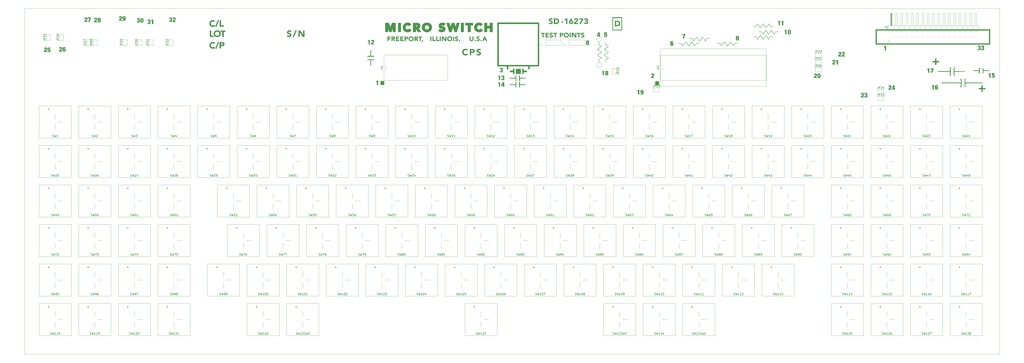
<source format=gbr>
%TF.GenerationSoftware,KiCad,Pcbnew,(6.0.5-0)*%
%TF.CreationDate,2022-06-05T23:28:28-04:00*%
%TF.ProjectId,SpaceCadet,53706163-6543-4616-9465-742e6b696361,rev?*%
%TF.SameCoordinates,Original*%
%TF.FileFunction,Legend,Top*%
%TF.FilePolarity,Positive*%
%FSLAX46Y46*%
G04 Gerber Fmt 4.6, Leading zero omitted, Abs format (unit mm)*
G04 Created by KiCad (PCBNEW (6.0.5-0)) date 2022-06-05 23:28:28*
%MOMM*%
%LPD*%
G01*
G04 APERTURE LIST*
%TA.AperFunction,Profile*%
%ADD10C,0.100000*%
%TD*%
%ADD11C,0.150000*%
%ADD12C,0.120000*%
G04 APERTURE END LIST*
D10*
X64250000Y-81300000D02*
X533250000Y-81300000D01*
X533250000Y-81300000D02*
X533250000Y-247900000D01*
X533250000Y-247900000D02*
X64250000Y-247900000D01*
X64250000Y-247900000D02*
X64250000Y-81300000D01*
D11*
%TO.C,SW91*%
X458190476Y-200254761D02*
X458333333Y-200302380D01*
X458571428Y-200302380D01*
X458666666Y-200254761D01*
X458714285Y-200207142D01*
X458761904Y-200111904D01*
X458761904Y-200016666D01*
X458714285Y-199921428D01*
X458666666Y-199873809D01*
X458571428Y-199826190D01*
X458380952Y-199778571D01*
X458285714Y-199730952D01*
X458238095Y-199683333D01*
X458190476Y-199588095D01*
X458190476Y-199492857D01*
X458238095Y-199397619D01*
X458285714Y-199350000D01*
X458380952Y-199302380D01*
X458619047Y-199302380D01*
X458761904Y-199350000D01*
X459095238Y-199302380D02*
X459333333Y-200302380D01*
X459523809Y-199588095D01*
X459714285Y-200302380D01*
X459952380Y-199302380D01*
X460380952Y-200302380D02*
X460571428Y-200302380D01*
X460666666Y-200254761D01*
X460714285Y-200207142D01*
X460809523Y-200064285D01*
X460857142Y-199873809D01*
X460857142Y-199492857D01*
X460809523Y-199397619D01*
X460761904Y-199350000D01*
X460666666Y-199302380D01*
X460476190Y-199302380D01*
X460380952Y-199350000D01*
X460333333Y-199397619D01*
X460285714Y-199492857D01*
X460285714Y-199730952D01*
X460333333Y-199826190D01*
X460380952Y-199873809D01*
X460476190Y-199921428D01*
X460666666Y-199921428D01*
X460761904Y-199873809D01*
X460809523Y-199826190D01*
X460857142Y-199730952D01*
X461809523Y-200302380D02*
X461238095Y-200302380D01*
X461523809Y-200302380D02*
X461523809Y-199302380D01*
X461428571Y-199445238D01*
X461333333Y-199540476D01*
X461238095Y-199588095D01*
X456444047Y-186923828D02*
X457205952Y-186923828D01*
X456825000Y-187304780D02*
X456825000Y-186542876D01*
%TO.C,SW73*%
X96240476Y-200254761D02*
X96383333Y-200302380D01*
X96621428Y-200302380D01*
X96716666Y-200254761D01*
X96764285Y-200207142D01*
X96811904Y-200111904D01*
X96811904Y-200016666D01*
X96764285Y-199921428D01*
X96716666Y-199873809D01*
X96621428Y-199826190D01*
X96430952Y-199778571D01*
X96335714Y-199730952D01*
X96288095Y-199683333D01*
X96240476Y-199588095D01*
X96240476Y-199492857D01*
X96288095Y-199397619D01*
X96335714Y-199350000D01*
X96430952Y-199302380D01*
X96669047Y-199302380D01*
X96811904Y-199350000D01*
X97145238Y-199302380D02*
X97383333Y-200302380D01*
X97573809Y-199588095D01*
X97764285Y-200302380D01*
X98002380Y-199302380D01*
X98288095Y-199302380D02*
X98954761Y-199302380D01*
X98526190Y-200302380D01*
X99240476Y-199302380D02*
X99859523Y-199302380D01*
X99526190Y-199683333D01*
X99669047Y-199683333D01*
X99764285Y-199730952D01*
X99811904Y-199778571D01*
X99859523Y-199873809D01*
X99859523Y-200111904D01*
X99811904Y-200207142D01*
X99764285Y-200254761D01*
X99669047Y-200302380D01*
X99383333Y-200302380D01*
X99288095Y-200254761D01*
X99240476Y-200207142D01*
X94494047Y-186923828D02*
X95255952Y-186923828D01*
X94875000Y-187304780D02*
X94875000Y-186542876D01*
%TO.C,SW104*%
X252926785Y-219304761D02*
X253069642Y-219352380D01*
X253307738Y-219352380D01*
X253402976Y-219304761D01*
X253450595Y-219257142D01*
X253498214Y-219161904D01*
X253498214Y-219066666D01*
X253450595Y-218971428D01*
X253402976Y-218923809D01*
X253307738Y-218876190D01*
X253117261Y-218828571D01*
X253022023Y-218780952D01*
X252974404Y-218733333D01*
X252926785Y-218638095D01*
X252926785Y-218542857D01*
X252974404Y-218447619D01*
X253022023Y-218400000D01*
X253117261Y-218352380D01*
X253355357Y-218352380D01*
X253498214Y-218400000D01*
X253831547Y-218352380D02*
X254069642Y-219352380D01*
X254260119Y-218638095D01*
X254450595Y-219352380D01*
X254688690Y-218352380D01*
X255593452Y-219352380D02*
X255022023Y-219352380D01*
X255307738Y-219352380D02*
X255307738Y-218352380D01*
X255212500Y-218495238D01*
X255117261Y-218590476D01*
X255022023Y-218638095D01*
X256212500Y-218352380D02*
X256307738Y-218352380D01*
X256402976Y-218400000D01*
X256450595Y-218447619D01*
X256498214Y-218542857D01*
X256545833Y-218733333D01*
X256545833Y-218971428D01*
X256498214Y-219161904D01*
X256450595Y-219257142D01*
X256402976Y-219304761D01*
X256307738Y-219352380D01*
X256212500Y-219352380D01*
X256117261Y-219304761D01*
X256069642Y-219257142D01*
X256022023Y-219161904D01*
X255974404Y-218971428D01*
X255974404Y-218733333D01*
X256022023Y-218542857D01*
X256069642Y-218447619D01*
X256117261Y-218400000D01*
X256212500Y-218352380D01*
X257402976Y-218685714D02*
X257402976Y-219352380D01*
X257164880Y-218304761D02*
X256926785Y-219019047D01*
X257545833Y-219019047D01*
X251656547Y-205973828D02*
X252418452Y-205973828D01*
X252037500Y-206354780D02*
X252037500Y-205592876D01*
%TO.C,SW31*%
X191490476Y-162154761D02*
X191633333Y-162202380D01*
X191871428Y-162202380D01*
X191966666Y-162154761D01*
X192014285Y-162107142D01*
X192061904Y-162011904D01*
X192061904Y-161916666D01*
X192014285Y-161821428D01*
X191966666Y-161773809D01*
X191871428Y-161726190D01*
X191680952Y-161678571D01*
X191585714Y-161630952D01*
X191538095Y-161583333D01*
X191490476Y-161488095D01*
X191490476Y-161392857D01*
X191538095Y-161297619D01*
X191585714Y-161250000D01*
X191680952Y-161202380D01*
X191919047Y-161202380D01*
X192061904Y-161250000D01*
X192395238Y-161202380D02*
X192633333Y-162202380D01*
X192823809Y-161488095D01*
X193014285Y-162202380D01*
X193252380Y-161202380D01*
X193538095Y-161202380D02*
X194157142Y-161202380D01*
X193823809Y-161583333D01*
X193966666Y-161583333D01*
X194061904Y-161630952D01*
X194109523Y-161678571D01*
X194157142Y-161773809D01*
X194157142Y-162011904D01*
X194109523Y-162107142D01*
X194061904Y-162154761D01*
X193966666Y-162202380D01*
X193680952Y-162202380D01*
X193585714Y-162154761D01*
X193538095Y-162107142D01*
X195109523Y-162202380D02*
X194538095Y-162202380D01*
X194823809Y-162202380D02*
X194823809Y-161202380D01*
X194728571Y-161345238D01*
X194633333Y-161440476D01*
X194538095Y-161488095D01*
X189744047Y-148823828D02*
X190505952Y-148823828D01*
X190125000Y-149204780D02*
X190125000Y-148442876D01*
%TO.C,*%
%TO.C,SW7*%
X191966666Y-143104761D02*
X192109523Y-143152380D01*
X192347619Y-143152380D01*
X192442857Y-143104761D01*
X192490476Y-143057142D01*
X192538095Y-142961904D01*
X192538095Y-142866666D01*
X192490476Y-142771428D01*
X192442857Y-142723809D01*
X192347619Y-142676190D01*
X192157142Y-142628571D01*
X192061904Y-142580952D01*
X192014285Y-142533333D01*
X191966666Y-142438095D01*
X191966666Y-142342857D01*
X192014285Y-142247619D01*
X192061904Y-142200000D01*
X192157142Y-142152380D01*
X192395238Y-142152380D01*
X192538095Y-142200000D01*
X192871428Y-142152380D02*
X193109523Y-143152380D01*
X193300000Y-142438095D01*
X193490476Y-143152380D01*
X193728571Y-142152380D01*
X194014285Y-142152380D02*
X194680952Y-142152380D01*
X194252380Y-143152380D01*
X189744047Y-129773828D02*
X190505952Y-129773828D01*
X190125000Y-130154780D02*
X190125000Y-129392876D01*
%TO.C,*%
%TO.C,SW112*%
X405326785Y-219304761D02*
X405469642Y-219352380D01*
X405707738Y-219352380D01*
X405802976Y-219304761D01*
X405850595Y-219257142D01*
X405898214Y-219161904D01*
X405898214Y-219066666D01*
X405850595Y-218971428D01*
X405802976Y-218923809D01*
X405707738Y-218876190D01*
X405517261Y-218828571D01*
X405422023Y-218780952D01*
X405374404Y-218733333D01*
X405326785Y-218638095D01*
X405326785Y-218542857D01*
X405374404Y-218447619D01*
X405422023Y-218400000D01*
X405517261Y-218352380D01*
X405755357Y-218352380D01*
X405898214Y-218400000D01*
X406231547Y-218352380D02*
X406469642Y-219352380D01*
X406660119Y-218638095D01*
X406850595Y-219352380D01*
X407088690Y-218352380D01*
X407993452Y-219352380D02*
X407422023Y-219352380D01*
X407707738Y-219352380D02*
X407707738Y-218352380D01*
X407612500Y-218495238D01*
X407517261Y-218590476D01*
X407422023Y-218638095D01*
X408945833Y-219352380D02*
X408374404Y-219352380D01*
X408660119Y-219352380D02*
X408660119Y-218352380D01*
X408564880Y-218495238D01*
X408469642Y-218590476D01*
X408374404Y-218638095D01*
X409326785Y-218447619D02*
X409374404Y-218400000D01*
X409469642Y-218352380D01*
X409707738Y-218352380D01*
X409802976Y-218400000D01*
X409850595Y-218447619D01*
X409898214Y-218542857D01*
X409898214Y-218638095D01*
X409850595Y-218780952D01*
X409279166Y-219352380D01*
X409898214Y-219352380D01*
X404056547Y-205973828D02*
X404818452Y-205973828D01*
X404437500Y-206354780D02*
X404437500Y-205592876D01*
%TO.C,SW113*%
X424376785Y-219304761D02*
X424519642Y-219352380D01*
X424757738Y-219352380D01*
X424852976Y-219304761D01*
X424900595Y-219257142D01*
X424948214Y-219161904D01*
X424948214Y-219066666D01*
X424900595Y-218971428D01*
X424852976Y-218923809D01*
X424757738Y-218876190D01*
X424567261Y-218828571D01*
X424472023Y-218780952D01*
X424424404Y-218733333D01*
X424376785Y-218638095D01*
X424376785Y-218542857D01*
X424424404Y-218447619D01*
X424472023Y-218400000D01*
X424567261Y-218352380D01*
X424805357Y-218352380D01*
X424948214Y-218400000D01*
X425281547Y-218352380D02*
X425519642Y-219352380D01*
X425710119Y-218638095D01*
X425900595Y-219352380D01*
X426138690Y-218352380D01*
X427043452Y-219352380D02*
X426472023Y-219352380D01*
X426757738Y-219352380D02*
X426757738Y-218352380D01*
X426662500Y-218495238D01*
X426567261Y-218590476D01*
X426472023Y-218638095D01*
X427995833Y-219352380D02*
X427424404Y-219352380D01*
X427710119Y-219352380D02*
X427710119Y-218352380D01*
X427614880Y-218495238D01*
X427519642Y-218590476D01*
X427424404Y-218638095D01*
X428329166Y-218352380D02*
X428948214Y-218352380D01*
X428614880Y-218733333D01*
X428757738Y-218733333D01*
X428852976Y-218780952D01*
X428900595Y-218828571D01*
X428948214Y-218923809D01*
X428948214Y-219161904D01*
X428900595Y-219257142D01*
X428852976Y-219304761D01*
X428757738Y-219352380D01*
X428472023Y-219352380D01*
X428376785Y-219304761D01*
X428329166Y-219257142D01*
X423106547Y-205973828D02*
X423868452Y-205973828D01*
X423487500Y-206354780D02*
X423487500Y-205592876D01*
%TO.C,SW127*%
X495814285Y-238354761D02*
X495957142Y-238402380D01*
X496195238Y-238402380D01*
X496290476Y-238354761D01*
X496338095Y-238307142D01*
X496385714Y-238211904D01*
X496385714Y-238116666D01*
X496338095Y-238021428D01*
X496290476Y-237973809D01*
X496195238Y-237926190D01*
X496004761Y-237878571D01*
X495909523Y-237830952D01*
X495861904Y-237783333D01*
X495814285Y-237688095D01*
X495814285Y-237592857D01*
X495861904Y-237497619D01*
X495909523Y-237450000D01*
X496004761Y-237402380D01*
X496242857Y-237402380D01*
X496385714Y-237450000D01*
X496719047Y-237402380D02*
X496957142Y-238402380D01*
X497147619Y-237688095D01*
X497338095Y-238402380D01*
X497576190Y-237402380D01*
X498480952Y-238402380D02*
X497909523Y-238402380D01*
X498195238Y-238402380D02*
X498195238Y-237402380D01*
X498100000Y-237545238D01*
X498004761Y-237640476D01*
X497909523Y-237688095D01*
X498861904Y-237497619D02*
X498909523Y-237450000D01*
X499004761Y-237402380D01*
X499242857Y-237402380D01*
X499338095Y-237450000D01*
X499385714Y-237497619D01*
X499433333Y-237592857D01*
X499433333Y-237688095D01*
X499385714Y-237830952D01*
X498814285Y-238402380D01*
X499433333Y-238402380D01*
X499766666Y-237402380D02*
X500433333Y-237402380D01*
X500004761Y-238402380D01*
X494544047Y-225023828D02*
X495305952Y-225023828D01*
X494925000Y-225404780D02*
X494925000Y-224642876D01*
%TO.C,U2*%
X368475380Y-110494904D02*
X369284904Y-110494904D01*
X369380142Y-110447285D01*
X369427761Y-110399666D01*
X369475380Y-110304428D01*
X369475380Y-110113952D01*
X369427761Y-110018714D01*
X369380142Y-109971095D01*
X369284904Y-109923476D01*
X368475380Y-109923476D01*
X368570619Y-109494904D02*
X368523000Y-109447285D01*
X368475380Y-109352047D01*
X368475380Y-109113952D01*
X368523000Y-109018714D01*
X368570619Y-108971095D01*
X368665857Y-108923476D01*
X368761095Y-108923476D01*
X368903952Y-108971095D01*
X369475380Y-109542523D01*
X369475380Y-108923476D01*
%TO.C,SW1*%
X77666666Y-143104761D02*
X77809523Y-143152380D01*
X78047619Y-143152380D01*
X78142857Y-143104761D01*
X78190476Y-143057142D01*
X78238095Y-142961904D01*
X78238095Y-142866666D01*
X78190476Y-142771428D01*
X78142857Y-142723809D01*
X78047619Y-142676190D01*
X77857142Y-142628571D01*
X77761904Y-142580952D01*
X77714285Y-142533333D01*
X77666666Y-142438095D01*
X77666666Y-142342857D01*
X77714285Y-142247619D01*
X77761904Y-142200000D01*
X77857142Y-142152380D01*
X78095238Y-142152380D01*
X78238095Y-142200000D01*
X78571428Y-142152380D02*
X78809523Y-143152380D01*
X79000000Y-142438095D01*
X79190476Y-143152380D01*
X79428571Y-142152380D01*
X80333333Y-143152380D02*
X79761904Y-143152380D01*
X80047619Y-143152380D02*
X80047619Y-142152380D01*
X79952380Y-142295238D01*
X79857142Y-142390476D01*
X79761904Y-142438095D01*
X75444047Y-129773828D02*
X76205952Y-129773828D01*
X75825000Y-130154780D02*
X75825000Y-129392876D01*
%TO.C,SW10*%
X248640476Y-143104761D02*
X248783333Y-143152380D01*
X249021428Y-143152380D01*
X249116666Y-143104761D01*
X249164285Y-143057142D01*
X249211904Y-142961904D01*
X249211904Y-142866666D01*
X249164285Y-142771428D01*
X249116666Y-142723809D01*
X249021428Y-142676190D01*
X248830952Y-142628571D01*
X248735714Y-142580952D01*
X248688095Y-142533333D01*
X248640476Y-142438095D01*
X248640476Y-142342857D01*
X248688095Y-142247619D01*
X248735714Y-142200000D01*
X248830952Y-142152380D01*
X249069047Y-142152380D01*
X249211904Y-142200000D01*
X249545238Y-142152380D02*
X249783333Y-143152380D01*
X249973809Y-142438095D01*
X250164285Y-143152380D01*
X250402380Y-142152380D01*
X251307142Y-143152380D02*
X250735714Y-143152380D01*
X251021428Y-143152380D02*
X251021428Y-142152380D01*
X250926190Y-142295238D01*
X250830952Y-142390476D01*
X250735714Y-142438095D01*
X251926190Y-142152380D02*
X252021428Y-142152380D01*
X252116666Y-142200000D01*
X252164285Y-142247619D01*
X252211904Y-142342857D01*
X252259523Y-142533333D01*
X252259523Y-142771428D01*
X252211904Y-142961904D01*
X252164285Y-143057142D01*
X252116666Y-143104761D01*
X252021428Y-143152380D01*
X251926190Y-143152380D01*
X251830952Y-143104761D01*
X251783333Y-143057142D01*
X251735714Y-142961904D01*
X251688095Y-142771428D01*
X251688095Y-142533333D01*
X251735714Y-142342857D01*
X251783333Y-142247619D01*
X251830952Y-142200000D01*
X251926190Y-142152380D01*
X246894047Y-129773828D02*
X247655952Y-129773828D01*
X247275000Y-130154780D02*
X247275000Y-129392876D01*
%TO.C,SW59*%
X277215476Y-181204761D02*
X277358333Y-181252380D01*
X277596428Y-181252380D01*
X277691666Y-181204761D01*
X277739285Y-181157142D01*
X277786904Y-181061904D01*
X277786904Y-180966666D01*
X277739285Y-180871428D01*
X277691666Y-180823809D01*
X277596428Y-180776190D01*
X277405952Y-180728571D01*
X277310714Y-180680952D01*
X277263095Y-180633333D01*
X277215476Y-180538095D01*
X277215476Y-180442857D01*
X277263095Y-180347619D01*
X277310714Y-180300000D01*
X277405952Y-180252380D01*
X277644047Y-180252380D01*
X277786904Y-180300000D01*
X278120238Y-180252380D02*
X278358333Y-181252380D01*
X278548809Y-180538095D01*
X278739285Y-181252380D01*
X278977380Y-180252380D01*
X279834523Y-180252380D02*
X279358333Y-180252380D01*
X279310714Y-180728571D01*
X279358333Y-180680952D01*
X279453571Y-180633333D01*
X279691666Y-180633333D01*
X279786904Y-180680952D01*
X279834523Y-180728571D01*
X279882142Y-180823809D01*
X279882142Y-181061904D01*
X279834523Y-181157142D01*
X279786904Y-181204761D01*
X279691666Y-181252380D01*
X279453571Y-181252380D01*
X279358333Y-181204761D01*
X279310714Y-181157142D01*
X280358333Y-181252380D02*
X280548809Y-181252380D01*
X280644047Y-181204761D01*
X280691666Y-181157142D01*
X280786904Y-181014285D01*
X280834523Y-180823809D01*
X280834523Y-180442857D01*
X280786904Y-180347619D01*
X280739285Y-180300000D01*
X280644047Y-180252380D01*
X280453571Y-180252380D01*
X280358333Y-180300000D01*
X280310714Y-180347619D01*
X280263095Y-180442857D01*
X280263095Y-180680952D01*
X280310714Y-180776190D01*
X280358333Y-180823809D01*
X280453571Y-180871428D01*
X280644047Y-180871428D01*
X280739285Y-180823809D01*
X280786904Y-180776190D01*
X280834523Y-180680952D01*
X275469047Y-167873828D02*
X276230952Y-167873828D01*
X275850000Y-168254780D02*
X275850000Y-167492876D01*
%TO.C,J0*%
X478253380Y-90752333D02*
X478967666Y-90752333D01*
X479110523Y-90799952D01*
X479205761Y-90895190D01*
X479253380Y-91038047D01*
X479253380Y-91133285D01*
X478253380Y-90085666D02*
X478253380Y-89990428D01*
X478301000Y-89895190D01*
X478348619Y-89847571D01*
X478443857Y-89799952D01*
X478634333Y-89752333D01*
X478872428Y-89752333D01*
X479062904Y-89799952D01*
X479158142Y-89847571D01*
X479205761Y-89895190D01*
X479253380Y-89990428D01*
X479253380Y-90085666D01*
X479205761Y-90180904D01*
X479158142Y-90228523D01*
X479062904Y-90276142D01*
X478872428Y-90323761D01*
X478634333Y-90323761D01*
X478443857Y-90276142D01*
X478348619Y-90228523D01*
X478301000Y-90180904D01*
X478253380Y-90085666D01*
%TO.C,SW98*%
X134340476Y-219304761D02*
X134483333Y-219352380D01*
X134721428Y-219352380D01*
X134816666Y-219304761D01*
X134864285Y-219257142D01*
X134911904Y-219161904D01*
X134911904Y-219066666D01*
X134864285Y-218971428D01*
X134816666Y-218923809D01*
X134721428Y-218876190D01*
X134530952Y-218828571D01*
X134435714Y-218780952D01*
X134388095Y-218733333D01*
X134340476Y-218638095D01*
X134340476Y-218542857D01*
X134388095Y-218447619D01*
X134435714Y-218400000D01*
X134530952Y-218352380D01*
X134769047Y-218352380D01*
X134911904Y-218400000D01*
X135245238Y-218352380D02*
X135483333Y-219352380D01*
X135673809Y-218638095D01*
X135864285Y-219352380D01*
X136102380Y-218352380D01*
X136530952Y-219352380D02*
X136721428Y-219352380D01*
X136816666Y-219304761D01*
X136864285Y-219257142D01*
X136959523Y-219114285D01*
X137007142Y-218923809D01*
X137007142Y-218542857D01*
X136959523Y-218447619D01*
X136911904Y-218400000D01*
X136816666Y-218352380D01*
X136626190Y-218352380D01*
X136530952Y-218400000D01*
X136483333Y-218447619D01*
X136435714Y-218542857D01*
X136435714Y-218780952D01*
X136483333Y-218876190D01*
X136530952Y-218923809D01*
X136626190Y-218971428D01*
X136816666Y-218971428D01*
X136911904Y-218923809D01*
X136959523Y-218876190D01*
X137007142Y-218780952D01*
X137578571Y-218780952D02*
X137483333Y-218733333D01*
X137435714Y-218685714D01*
X137388095Y-218590476D01*
X137388095Y-218542857D01*
X137435714Y-218447619D01*
X137483333Y-218400000D01*
X137578571Y-218352380D01*
X137769047Y-218352380D01*
X137864285Y-218400000D01*
X137911904Y-218447619D01*
X137959523Y-218542857D01*
X137959523Y-218590476D01*
X137911904Y-218685714D01*
X137864285Y-218733333D01*
X137769047Y-218780952D01*
X137578571Y-218780952D01*
X137483333Y-218828571D01*
X137435714Y-218876190D01*
X137388095Y-218971428D01*
X137388095Y-219161904D01*
X137435714Y-219257142D01*
X137483333Y-219304761D01*
X137578571Y-219352380D01*
X137769047Y-219352380D01*
X137864285Y-219304761D01*
X137911904Y-219257142D01*
X137959523Y-219161904D01*
X137959523Y-218971428D01*
X137911904Y-218876190D01*
X137864285Y-218828571D01*
X137769047Y-218780952D01*
X132594047Y-205973828D02*
X133355952Y-205973828D01*
X132975000Y-206354780D02*
X132975000Y-205592876D01*
%TO.C,SW93*%
X496290476Y-200254761D02*
X496433333Y-200302380D01*
X496671428Y-200302380D01*
X496766666Y-200254761D01*
X496814285Y-200207142D01*
X496861904Y-200111904D01*
X496861904Y-200016666D01*
X496814285Y-199921428D01*
X496766666Y-199873809D01*
X496671428Y-199826190D01*
X496480952Y-199778571D01*
X496385714Y-199730952D01*
X496338095Y-199683333D01*
X496290476Y-199588095D01*
X496290476Y-199492857D01*
X496338095Y-199397619D01*
X496385714Y-199350000D01*
X496480952Y-199302380D01*
X496719047Y-199302380D01*
X496861904Y-199350000D01*
X497195238Y-199302380D02*
X497433333Y-200302380D01*
X497623809Y-199588095D01*
X497814285Y-200302380D01*
X498052380Y-199302380D01*
X498480952Y-200302380D02*
X498671428Y-200302380D01*
X498766666Y-200254761D01*
X498814285Y-200207142D01*
X498909523Y-200064285D01*
X498957142Y-199873809D01*
X498957142Y-199492857D01*
X498909523Y-199397619D01*
X498861904Y-199350000D01*
X498766666Y-199302380D01*
X498576190Y-199302380D01*
X498480952Y-199350000D01*
X498433333Y-199397619D01*
X498385714Y-199492857D01*
X498385714Y-199730952D01*
X498433333Y-199826190D01*
X498480952Y-199873809D01*
X498576190Y-199921428D01*
X498766666Y-199921428D01*
X498861904Y-199873809D01*
X498909523Y-199826190D01*
X498957142Y-199730952D01*
X499290476Y-199302380D02*
X499909523Y-199302380D01*
X499576190Y-199683333D01*
X499719047Y-199683333D01*
X499814285Y-199730952D01*
X499861904Y-199778571D01*
X499909523Y-199873809D01*
X499909523Y-200111904D01*
X499861904Y-200207142D01*
X499814285Y-200254761D01*
X499719047Y-200302380D01*
X499433333Y-200302380D01*
X499338095Y-200254761D01*
X499290476Y-200207142D01*
X494544047Y-186923828D02*
X495305952Y-186923828D01*
X494925000Y-187304780D02*
X494925000Y-186542876D01*
%TO.C,U1*%
X235623380Y-110469904D02*
X236432904Y-110469904D01*
X236528142Y-110422285D01*
X236575761Y-110374666D01*
X236623380Y-110279428D01*
X236623380Y-110088952D01*
X236575761Y-109993714D01*
X236528142Y-109946095D01*
X236432904Y-109898476D01*
X235623380Y-109898476D01*
X236623380Y-108898476D02*
X236623380Y-109469904D01*
X236623380Y-109184190D02*
X235623380Y-109184190D01*
X235766238Y-109279428D01*
X235861476Y-109374666D01*
X235909095Y-109469904D01*
%TO.C,*%
%TO.C,SW119*%
X95764285Y-238354761D02*
X95907142Y-238402380D01*
X96145238Y-238402380D01*
X96240476Y-238354761D01*
X96288095Y-238307142D01*
X96335714Y-238211904D01*
X96335714Y-238116666D01*
X96288095Y-238021428D01*
X96240476Y-237973809D01*
X96145238Y-237926190D01*
X95954761Y-237878571D01*
X95859523Y-237830952D01*
X95811904Y-237783333D01*
X95764285Y-237688095D01*
X95764285Y-237592857D01*
X95811904Y-237497619D01*
X95859523Y-237450000D01*
X95954761Y-237402380D01*
X96192857Y-237402380D01*
X96335714Y-237450000D01*
X96669047Y-237402380D02*
X96907142Y-238402380D01*
X97097619Y-237688095D01*
X97288095Y-238402380D01*
X97526190Y-237402380D01*
X98430952Y-238402380D02*
X97859523Y-238402380D01*
X98145238Y-238402380D02*
X98145238Y-237402380D01*
X98050000Y-237545238D01*
X97954761Y-237640476D01*
X97859523Y-237688095D01*
X99383333Y-238402380D02*
X98811904Y-238402380D01*
X99097619Y-238402380D02*
X99097619Y-237402380D01*
X99002380Y-237545238D01*
X98907142Y-237640476D01*
X98811904Y-237688095D01*
X99859523Y-238402380D02*
X100050000Y-238402380D01*
X100145238Y-238354761D01*
X100192857Y-238307142D01*
X100288095Y-238164285D01*
X100335714Y-237973809D01*
X100335714Y-237592857D01*
X100288095Y-237497619D01*
X100240476Y-237450000D01*
X100145238Y-237402380D01*
X99954761Y-237402380D01*
X99859523Y-237450000D01*
X99811904Y-237497619D01*
X99764285Y-237592857D01*
X99764285Y-237830952D01*
X99811904Y-237926190D01*
X99859523Y-237973809D01*
X99954761Y-238021428D01*
X100145238Y-238021428D01*
X100240476Y-237973809D01*
X100288095Y-237926190D01*
X100335714Y-237830952D01*
X94494047Y-225023828D02*
X95255952Y-225023828D01*
X94875000Y-225404780D02*
X94875000Y-224642876D01*
%TO.C,SW57*%
X239115476Y-181204761D02*
X239258333Y-181252380D01*
X239496428Y-181252380D01*
X239591666Y-181204761D01*
X239639285Y-181157142D01*
X239686904Y-181061904D01*
X239686904Y-180966666D01*
X239639285Y-180871428D01*
X239591666Y-180823809D01*
X239496428Y-180776190D01*
X239305952Y-180728571D01*
X239210714Y-180680952D01*
X239163095Y-180633333D01*
X239115476Y-180538095D01*
X239115476Y-180442857D01*
X239163095Y-180347619D01*
X239210714Y-180300000D01*
X239305952Y-180252380D01*
X239544047Y-180252380D01*
X239686904Y-180300000D01*
X240020238Y-180252380D02*
X240258333Y-181252380D01*
X240448809Y-180538095D01*
X240639285Y-181252380D01*
X240877380Y-180252380D01*
X241734523Y-180252380D02*
X241258333Y-180252380D01*
X241210714Y-180728571D01*
X241258333Y-180680952D01*
X241353571Y-180633333D01*
X241591666Y-180633333D01*
X241686904Y-180680952D01*
X241734523Y-180728571D01*
X241782142Y-180823809D01*
X241782142Y-181061904D01*
X241734523Y-181157142D01*
X241686904Y-181204761D01*
X241591666Y-181252380D01*
X241353571Y-181252380D01*
X241258333Y-181204761D01*
X241210714Y-181157142D01*
X242115476Y-180252380D02*
X242782142Y-180252380D01*
X242353571Y-181252380D01*
X237369047Y-167873828D02*
X238130952Y-167873828D01*
X237750000Y-168254780D02*
X237750000Y-167492876D01*
%TO.C,SW92*%
X477240476Y-200254761D02*
X477383333Y-200302380D01*
X477621428Y-200302380D01*
X477716666Y-200254761D01*
X477764285Y-200207142D01*
X477811904Y-200111904D01*
X477811904Y-200016666D01*
X477764285Y-199921428D01*
X477716666Y-199873809D01*
X477621428Y-199826190D01*
X477430952Y-199778571D01*
X477335714Y-199730952D01*
X477288095Y-199683333D01*
X477240476Y-199588095D01*
X477240476Y-199492857D01*
X477288095Y-199397619D01*
X477335714Y-199350000D01*
X477430952Y-199302380D01*
X477669047Y-199302380D01*
X477811904Y-199350000D01*
X478145238Y-199302380D02*
X478383333Y-200302380D01*
X478573809Y-199588095D01*
X478764285Y-200302380D01*
X479002380Y-199302380D01*
X479430952Y-200302380D02*
X479621428Y-200302380D01*
X479716666Y-200254761D01*
X479764285Y-200207142D01*
X479859523Y-200064285D01*
X479907142Y-199873809D01*
X479907142Y-199492857D01*
X479859523Y-199397619D01*
X479811904Y-199350000D01*
X479716666Y-199302380D01*
X479526190Y-199302380D01*
X479430952Y-199350000D01*
X479383333Y-199397619D01*
X479335714Y-199492857D01*
X479335714Y-199730952D01*
X479383333Y-199826190D01*
X479430952Y-199873809D01*
X479526190Y-199921428D01*
X479716666Y-199921428D01*
X479811904Y-199873809D01*
X479859523Y-199826190D01*
X479907142Y-199730952D01*
X480288095Y-199397619D02*
X480335714Y-199350000D01*
X480430952Y-199302380D01*
X480669047Y-199302380D01*
X480764285Y-199350000D01*
X480811904Y-199397619D01*
X480859523Y-199492857D01*
X480859523Y-199588095D01*
X480811904Y-199730952D01*
X480240476Y-200302380D01*
X480859523Y-200302380D01*
X475494047Y-186923828D02*
X476255952Y-186923828D01*
X475875000Y-187304780D02*
X475875000Y-186542876D01*
%TO.C,SW83*%
X301027976Y-200254761D02*
X301170833Y-200302380D01*
X301408928Y-200302380D01*
X301504166Y-200254761D01*
X301551785Y-200207142D01*
X301599404Y-200111904D01*
X301599404Y-200016666D01*
X301551785Y-199921428D01*
X301504166Y-199873809D01*
X301408928Y-199826190D01*
X301218452Y-199778571D01*
X301123214Y-199730952D01*
X301075595Y-199683333D01*
X301027976Y-199588095D01*
X301027976Y-199492857D01*
X301075595Y-199397619D01*
X301123214Y-199350000D01*
X301218452Y-199302380D01*
X301456547Y-199302380D01*
X301599404Y-199350000D01*
X301932738Y-199302380D02*
X302170833Y-200302380D01*
X302361309Y-199588095D01*
X302551785Y-200302380D01*
X302789880Y-199302380D01*
X303313690Y-199730952D02*
X303218452Y-199683333D01*
X303170833Y-199635714D01*
X303123214Y-199540476D01*
X303123214Y-199492857D01*
X303170833Y-199397619D01*
X303218452Y-199350000D01*
X303313690Y-199302380D01*
X303504166Y-199302380D01*
X303599404Y-199350000D01*
X303647023Y-199397619D01*
X303694642Y-199492857D01*
X303694642Y-199540476D01*
X303647023Y-199635714D01*
X303599404Y-199683333D01*
X303504166Y-199730952D01*
X303313690Y-199730952D01*
X303218452Y-199778571D01*
X303170833Y-199826190D01*
X303123214Y-199921428D01*
X303123214Y-200111904D01*
X303170833Y-200207142D01*
X303218452Y-200254761D01*
X303313690Y-200302380D01*
X303504166Y-200302380D01*
X303599404Y-200254761D01*
X303647023Y-200207142D01*
X303694642Y-200111904D01*
X303694642Y-199921428D01*
X303647023Y-199826190D01*
X303599404Y-199778571D01*
X303504166Y-199730952D01*
X304027976Y-199302380D02*
X304647023Y-199302380D01*
X304313690Y-199683333D01*
X304456547Y-199683333D01*
X304551785Y-199730952D01*
X304599404Y-199778571D01*
X304647023Y-199873809D01*
X304647023Y-200111904D01*
X304599404Y-200207142D01*
X304551785Y-200254761D01*
X304456547Y-200302380D01*
X304170833Y-200302380D01*
X304075595Y-200254761D01*
X304027976Y-200207142D01*
X299281547Y-186923828D02*
X300043452Y-186923828D01*
X299662500Y-187304780D02*
X299662500Y-186542876D01*
%TO.C,SW97*%
X115290476Y-219304761D02*
X115433333Y-219352380D01*
X115671428Y-219352380D01*
X115766666Y-219304761D01*
X115814285Y-219257142D01*
X115861904Y-219161904D01*
X115861904Y-219066666D01*
X115814285Y-218971428D01*
X115766666Y-218923809D01*
X115671428Y-218876190D01*
X115480952Y-218828571D01*
X115385714Y-218780952D01*
X115338095Y-218733333D01*
X115290476Y-218638095D01*
X115290476Y-218542857D01*
X115338095Y-218447619D01*
X115385714Y-218400000D01*
X115480952Y-218352380D01*
X115719047Y-218352380D01*
X115861904Y-218400000D01*
X116195238Y-218352380D02*
X116433333Y-219352380D01*
X116623809Y-218638095D01*
X116814285Y-219352380D01*
X117052380Y-218352380D01*
X117480952Y-219352380D02*
X117671428Y-219352380D01*
X117766666Y-219304761D01*
X117814285Y-219257142D01*
X117909523Y-219114285D01*
X117957142Y-218923809D01*
X117957142Y-218542857D01*
X117909523Y-218447619D01*
X117861904Y-218400000D01*
X117766666Y-218352380D01*
X117576190Y-218352380D01*
X117480952Y-218400000D01*
X117433333Y-218447619D01*
X117385714Y-218542857D01*
X117385714Y-218780952D01*
X117433333Y-218876190D01*
X117480952Y-218923809D01*
X117576190Y-218971428D01*
X117766666Y-218971428D01*
X117861904Y-218923809D01*
X117909523Y-218876190D01*
X117957142Y-218780952D01*
X118290476Y-218352380D02*
X118957142Y-218352380D01*
X118528571Y-219352380D01*
X113544047Y-205973828D02*
X114305952Y-205973828D01*
X113925000Y-206354780D02*
X113925000Y-205592876D01*
%TO.C,SW76*%
X167677976Y-200254761D02*
X167820833Y-200302380D01*
X168058928Y-200302380D01*
X168154166Y-200254761D01*
X168201785Y-200207142D01*
X168249404Y-200111904D01*
X168249404Y-200016666D01*
X168201785Y-199921428D01*
X168154166Y-199873809D01*
X168058928Y-199826190D01*
X167868452Y-199778571D01*
X167773214Y-199730952D01*
X167725595Y-199683333D01*
X167677976Y-199588095D01*
X167677976Y-199492857D01*
X167725595Y-199397619D01*
X167773214Y-199350000D01*
X167868452Y-199302380D01*
X168106547Y-199302380D01*
X168249404Y-199350000D01*
X168582738Y-199302380D02*
X168820833Y-200302380D01*
X169011309Y-199588095D01*
X169201785Y-200302380D01*
X169439880Y-199302380D01*
X169725595Y-199302380D02*
X170392261Y-199302380D01*
X169963690Y-200302380D01*
X171201785Y-199302380D02*
X171011309Y-199302380D01*
X170916071Y-199350000D01*
X170868452Y-199397619D01*
X170773214Y-199540476D01*
X170725595Y-199730952D01*
X170725595Y-200111904D01*
X170773214Y-200207142D01*
X170820833Y-200254761D01*
X170916071Y-200302380D01*
X171106547Y-200302380D01*
X171201785Y-200254761D01*
X171249404Y-200207142D01*
X171297023Y-200111904D01*
X171297023Y-199873809D01*
X171249404Y-199778571D01*
X171201785Y-199730952D01*
X171106547Y-199683333D01*
X170916071Y-199683333D01*
X170820833Y-199730952D01*
X170773214Y-199778571D01*
X170725595Y-199873809D01*
X165931547Y-186923828D02*
X166693452Y-186923828D01*
X166312500Y-187304780D02*
X166312500Y-186542876D01*
%TO.C,SW110*%
X367226785Y-219304761D02*
X367369642Y-219352380D01*
X367607738Y-219352380D01*
X367702976Y-219304761D01*
X367750595Y-219257142D01*
X367798214Y-219161904D01*
X367798214Y-219066666D01*
X367750595Y-218971428D01*
X367702976Y-218923809D01*
X367607738Y-218876190D01*
X367417261Y-218828571D01*
X367322023Y-218780952D01*
X367274404Y-218733333D01*
X367226785Y-218638095D01*
X367226785Y-218542857D01*
X367274404Y-218447619D01*
X367322023Y-218400000D01*
X367417261Y-218352380D01*
X367655357Y-218352380D01*
X367798214Y-218400000D01*
X368131547Y-218352380D02*
X368369642Y-219352380D01*
X368560119Y-218638095D01*
X368750595Y-219352380D01*
X368988690Y-218352380D01*
X369893452Y-219352380D02*
X369322023Y-219352380D01*
X369607738Y-219352380D02*
X369607738Y-218352380D01*
X369512500Y-218495238D01*
X369417261Y-218590476D01*
X369322023Y-218638095D01*
X370845833Y-219352380D02*
X370274404Y-219352380D01*
X370560119Y-219352380D02*
X370560119Y-218352380D01*
X370464880Y-218495238D01*
X370369642Y-218590476D01*
X370274404Y-218638095D01*
X371464880Y-218352380D02*
X371560119Y-218352380D01*
X371655357Y-218400000D01*
X371702976Y-218447619D01*
X371750595Y-218542857D01*
X371798214Y-218733333D01*
X371798214Y-218971428D01*
X371750595Y-219161904D01*
X371702976Y-219257142D01*
X371655357Y-219304761D01*
X371560119Y-219352380D01*
X371464880Y-219352380D01*
X371369642Y-219304761D01*
X371322023Y-219257142D01*
X371274404Y-219161904D01*
X371226785Y-218971428D01*
X371226785Y-218733333D01*
X371274404Y-218542857D01*
X371322023Y-218447619D01*
X371369642Y-218400000D01*
X371464880Y-218352380D01*
X365956547Y-205973828D02*
X366718452Y-205973828D01*
X366337500Y-206354780D02*
X366337500Y-205592876D01*
%TO.C,SW128*%
X514864285Y-238354761D02*
X515007142Y-238402380D01*
X515245238Y-238402380D01*
X515340476Y-238354761D01*
X515388095Y-238307142D01*
X515435714Y-238211904D01*
X515435714Y-238116666D01*
X515388095Y-238021428D01*
X515340476Y-237973809D01*
X515245238Y-237926190D01*
X515054761Y-237878571D01*
X514959523Y-237830952D01*
X514911904Y-237783333D01*
X514864285Y-237688095D01*
X514864285Y-237592857D01*
X514911904Y-237497619D01*
X514959523Y-237450000D01*
X515054761Y-237402380D01*
X515292857Y-237402380D01*
X515435714Y-237450000D01*
X515769047Y-237402380D02*
X516007142Y-238402380D01*
X516197619Y-237688095D01*
X516388095Y-238402380D01*
X516626190Y-237402380D01*
X517530952Y-238402380D02*
X516959523Y-238402380D01*
X517245238Y-238402380D02*
X517245238Y-237402380D01*
X517150000Y-237545238D01*
X517054761Y-237640476D01*
X516959523Y-237688095D01*
X517911904Y-237497619D02*
X517959523Y-237450000D01*
X518054761Y-237402380D01*
X518292857Y-237402380D01*
X518388095Y-237450000D01*
X518435714Y-237497619D01*
X518483333Y-237592857D01*
X518483333Y-237688095D01*
X518435714Y-237830952D01*
X517864285Y-238402380D01*
X518483333Y-238402380D01*
X519054761Y-237830952D02*
X518959523Y-237783333D01*
X518911904Y-237735714D01*
X518864285Y-237640476D01*
X518864285Y-237592857D01*
X518911904Y-237497619D01*
X518959523Y-237450000D01*
X519054761Y-237402380D01*
X519245238Y-237402380D01*
X519340476Y-237450000D01*
X519388095Y-237497619D01*
X519435714Y-237592857D01*
X519435714Y-237640476D01*
X519388095Y-237735714D01*
X519340476Y-237783333D01*
X519245238Y-237830952D01*
X519054761Y-237830952D01*
X518959523Y-237878571D01*
X518911904Y-237926190D01*
X518864285Y-238021428D01*
X518864285Y-238211904D01*
X518911904Y-238307142D01*
X518959523Y-238354761D01*
X519054761Y-238402380D01*
X519245238Y-238402380D01*
X519340476Y-238354761D01*
X519388095Y-238307142D01*
X519435714Y-238211904D01*
X519435714Y-238021428D01*
X519388095Y-237926190D01*
X519340476Y-237878571D01*
X519245238Y-237830952D01*
X513594047Y-225023828D02*
X514355952Y-225023828D01*
X513975000Y-225404780D02*
X513975000Y-224642876D01*
%TO.C,SW55*%
X201015476Y-181204761D02*
X201158333Y-181252380D01*
X201396428Y-181252380D01*
X201491666Y-181204761D01*
X201539285Y-181157142D01*
X201586904Y-181061904D01*
X201586904Y-180966666D01*
X201539285Y-180871428D01*
X201491666Y-180823809D01*
X201396428Y-180776190D01*
X201205952Y-180728571D01*
X201110714Y-180680952D01*
X201063095Y-180633333D01*
X201015476Y-180538095D01*
X201015476Y-180442857D01*
X201063095Y-180347619D01*
X201110714Y-180300000D01*
X201205952Y-180252380D01*
X201444047Y-180252380D01*
X201586904Y-180300000D01*
X201920238Y-180252380D02*
X202158333Y-181252380D01*
X202348809Y-180538095D01*
X202539285Y-181252380D01*
X202777380Y-180252380D01*
X203634523Y-180252380D02*
X203158333Y-180252380D01*
X203110714Y-180728571D01*
X203158333Y-180680952D01*
X203253571Y-180633333D01*
X203491666Y-180633333D01*
X203586904Y-180680952D01*
X203634523Y-180728571D01*
X203682142Y-180823809D01*
X203682142Y-181061904D01*
X203634523Y-181157142D01*
X203586904Y-181204761D01*
X203491666Y-181252380D01*
X203253571Y-181252380D01*
X203158333Y-181204761D01*
X203110714Y-181157142D01*
X204586904Y-180252380D02*
X204110714Y-180252380D01*
X204063095Y-180728571D01*
X204110714Y-180680952D01*
X204205952Y-180633333D01*
X204444047Y-180633333D01*
X204539285Y-180680952D01*
X204586904Y-180728571D01*
X204634523Y-180823809D01*
X204634523Y-181061904D01*
X204586904Y-181157142D01*
X204539285Y-181204761D01*
X204444047Y-181252380D01*
X204205952Y-181252380D01*
X204110714Y-181204761D01*
X204063095Y-181157142D01*
X199269047Y-167873828D02*
X200030952Y-167873828D01*
X199650000Y-168254780D02*
X199650000Y-167492876D01*
%TO.C,SW5*%
X153866666Y-143104761D02*
X154009523Y-143152380D01*
X154247619Y-143152380D01*
X154342857Y-143104761D01*
X154390476Y-143057142D01*
X154438095Y-142961904D01*
X154438095Y-142866666D01*
X154390476Y-142771428D01*
X154342857Y-142723809D01*
X154247619Y-142676190D01*
X154057142Y-142628571D01*
X153961904Y-142580952D01*
X153914285Y-142533333D01*
X153866666Y-142438095D01*
X153866666Y-142342857D01*
X153914285Y-142247619D01*
X153961904Y-142200000D01*
X154057142Y-142152380D01*
X154295238Y-142152380D01*
X154438095Y-142200000D01*
X154771428Y-142152380D02*
X155009523Y-143152380D01*
X155200000Y-142438095D01*
X155390476Y-143152380D01*
X155628571Y-142152380D01*
X156485714Y-142152380D02*
X156009523Y-142152380D01*
X155961904Y-142628571D01*
X156009523Y-142580952D01*
X156104761Y-142533333D01*
X156342857Y-142533333D01*
X156438095Y-142580952D01*
X156485714Y-142628571D01*
X156533333Y-142723809D01*
X156533333Y-142961904D01*
X156485714Y-143057142D01*
X156438095Y-143104761D01*
X156342857Y-143152380D01*
X156104761Y-143152380D01*
X156009523Y-143104761D01*
X155961904Y-143057142D01*
X151644047Y-129773828D02*
X152405952Y-129773828D01*
X152025000Y-130154780D02*
X152025000Y-129392876D01*
%TO.C,JP29*%
X110225180Y-98947123D02*
X110939466Y-98947123D01*
X111082323Y-98994742D01*
X111177561Y-99089980D01*
X111225180Y-99232838D01*
X111225180Y-99328076D01*
X111225180Y-98470933D02*
X110225180Y-98470933D01*
X110225180Y-98089980D01*
X110272800Y-97994742D01*
X110320419Y-97947123D01*
X110415657Y-97899504D01*
X110558514Y-97899504D01*
X110653752Y-97947123D01*
X110701371Y-97994742D01*
X110748990Y-98089980D01*
X110748990Y-98470933D01*
X110320419Y-97518552D02*
X110272800Y-97470933D01*
X110225180Y-97375695D01*
X110225180Y-97137600D01*
X110272800Y-97042361D01*
X110320419Y-96994742D01*
X110415657Y-96947123D01*
X110510895Y-96947123D01*
X110653752Y-96994742D01*
X111225180Y-97566171D01*
X111225180Y-96947123D01*
X111225180Y-96470933D02*
X111225180Y-96280457D01*
X111177561Y-96185219D01*
X111129942Y-96137600D01*
X110987085Y-96042361D01*
X110796609Y-95994742D01*
X110415657Y-95994742D01*
X110320419Y-96042361D01*
X110272800Y-96089980D01*
X110225180Y-96185219D01*
X110225180Y-96375695D01*
X110272800Y-96470933D01*
X110320419Y-96518552D01*
X110415657Y-96566171D01*
X110653752Y-96566171D01*
X110748990Y-96518552D01*
X110796609Y-96470933D01*
X110844228Y-96375695D01*
X110844228Y-96185219D01*
X110796609Y-96089980D01*
X110748990Y-96042361D01*
X110653752Y-95994742D01*
%TO.C,SW105*%
X271976785Y-219304761D02*
X272119642Y-219352380D01*
X272357738Y-219352380D01*
X272452976Y-219304761D01*
X272500595Y-219257142D01*
X272548214Y-219161904D01*
X272548214Y-219066666D01*
X272500595Y-218971428D01*
X272452976Y-218923809D01*
X272357738Y-218876190D01*
X272167261Y-218828571D01*
X272072023Y-218780952D01*
X272024404Y-218733333D01*
X271976785Y-218638095D01*
X271976785Y-218542857D01*
X272024404Y-218447619D01*
X272072023Y-218400000D01*
X272167261Y-218352380D01*
X272405357Y-218352380D01*
X272548214Y-218400000D01*
X272881547Y-218352380D02*
X273119642Y-219352380D01*
X273310119Y-218638095D01*
X273500595Y-219352380D01*
X273738690Y-218352380D01*
X274643452Y-219352380D02*
X274072023Y-219352380D01*
X274357738Y-219352380D02*
X274357738Y-218352380D01*
X274262500Y-218495238D01*
X274167261Y-218590476D01*
X274072023Y-218638095D01*
X275262500Y-218352380D02*
X275357738Y-218352380D01*
X275452976Y-218400000D01*
X275500595Y-218447619D01*
X275548214Y-218542857D01*
X275595833Y-218733333D01*
X275595833Y-218971428D01*
X275548214Y-219161904D01*
X275500595Y-219257142D01*
X275452976Y-219304761D01*
X275357738Y-219352380D01*
X275262500Y-219352380D01*
X275167261Y-219304761D01*
X275119642Y-219257142D01*
X275072023Y-219161904D01*
X275024404Y-218971428D01*
X275024404Y-218733333D01*
X275072023Y-218542857D01*
X275119642Y-218447619D01*
X275167261Y-218400000D01*
X275262500Y-218352380D01*
X276500595Y-218352380D02*
X276024404Y-218352380D01*
X275976785Y-218828571D01*
X276024404Y-218780952D01*
X276119642Y-218733333D01*
X276357738Y-218733333D01*
X276452976Y-218780952D01*
X276500595Y-218828571D01*
X276548214Y-218923809D01*
X276548214Y-219161904D01*
X276500595Y-219257142D01*
X276452976Y-219304761D01*
X276357738Y-219352380D01*
X276119642Y-219352380D01*
X276024404Y-219304761D01*
X275976785Y-219257142D01*
X270706547Y-205973828D02*
X271468452Y-205973828D01*
X271087500Y-206354780D02*
X271087500Y-205592876D01*
%TO.C,SW33*%
X229590476Y-162154761D02*
X229733333Y-162202380D01*
X229971428Y-162202380D01*
X230066666Y-162154761D01*
X230114285Y-162107142D01*
X230161904Y-162011904D01*
X230161904Y-161916666D01*
X230114285Y-161821428D01*
X230066666Y-161773809D01*
X229971428Y-161726190D01*
X229780952Y-161678571D01*
X229685714Y-161630952D01*
X229638095Y-161583333D01*
X229590476Y-161488095D01*
X229590476Y-161392857D01*
X229638095Y-161297619D01*
X229685714Y-161250000D01*
X229780952Y-161202380D01*
X230019047Y-161202380D01*
X230161904Y-161250000D01*
X230495238Y-161202380D02*
X230733333Y-162202380D01*
X230923809Y-161488095D01*
X231114285Y-162202380D01*
X231352380Y-161202380D01*
X231638095Y-161202380D02*
X232257142Y-161202380D01*
X231923809Y-161583333D01*
X232066666Y-161583333D01*
X232161904Y-161630952D01*
X232209523Y-161678571D01*
X232257142Y-161773809D01*
X232257142Y-162011904D01*
X232209523Y-162107142D01*
X232161904Y-162154761D01*
X232066666Y-162202380D01*
X231780952Y-162202380D01*
X231685714Y-162154761D01*
X231638095Y-162107142D01*
X232590476Y-161202380D02*
X233209523Y-161202380D01*
X232876190Y-161583333D01*
X233019047Y-161583333D01*
X233114285Y-161630952D01*
X233161904Y-161678571D01*
X233209523Y-161773809D01*
X233209523Y-162011904D01*
X233161904Y-162107142D01*
X233114285Y-162154761D01*
X233019047Y-162202380D01*
X232733333Y-162202380D01*
X232638095Y-162154761D01*
X232590476Y-162107142D01*
X227844047Y-148823828D02*
X228605952Y-148823828D01*
X228225000Y-149204780D02*
X228225000Y-148442876D01*
%TO.C,SW86*%
X358177976Y-200254761D02*
X358320833Y-200302380D01*
X358558928Y-200302380D01*
X358654166Y-200254761D01*
X358701785Y-200207142D01*
X358749404Y-200111904D01*
X358749404Y-200016666D01*
X358701785Y-199921428D01*
X358654166Y-199873809D01*
X358558928Y-199826190D01*
X358368452Y-199778571D01*
X358273214Y-199730952D01*
X358225595Y-199683333D01*
X358177976Y-199588095D01*
X358177976Y-199492857D01*
X358225595Y-199397619D01*
X358273214Y-199350000D01*
X358368452Y-199302380D01*
X358606547Y-199302380D01*
X358749404Y-199350000D01*
X359082738Y-199302380D02*
X359320833Y-200302380D01*
X359511309Y-199588095D01*
X359701785Y-200302380D01*
X359939880Y-199302380D01*
X360463690Y-199730952D02*
X360368452Y-199683333D01*
X360320833Y-199635714D01*
X360273214Y-199540476D01*
X360273214Y-199492857D01*
X360320833Y-199397619D01*
X360368452Y-199350000D01*
X360463690Y-199302380D01*
X360654166Y-199302380D01*
X360749404Y-199350000D01*
X360797023Y-199397619D01*
X360844642Y-199492857D01*
X360844642Y-199540476D01*
X360797023Y-199635714D01*
X360749404Y-199683333D01*
X360654166Y-199730952D01*
X360463690Y-199730952D01*
X360368452Y-199778571D01*
X360320833Y-199826190D01*
X360273214Y-199921428D01*
X360273214Y-200111904D01*
X360320833Y-200207142D01*
X360368452Y-200254761D01*
X360463690Y-200302380D01*
X360654166Y-200302380D01*
X360749404Y-200254761D01*
X360797023Y-200207142D01*
X360844642Y-200111904D01*
X360844642Y-199921428D01*
X360797023Y-199826190D01*
X360749404Y-199778571D01*
X360654166Y-199730952D01*
X361701785Y-199302380D02*
X361511309Y-199302380D01*
X361416071Y-199350000D01*
X361368452Y-199397619D01*
X361273214Y-199540476D01*
X361225595Y-199730952D01*
X361225595Y-200111904D01*
X361273214Y-200207142D01*
X361320833Y-200254761D01*
X361416071Y-200302380D01*
X361606547Y-200302380D01*
X361701785Y-200254761D01*
X361749404Y-200207142D01*
X361797023Y-200111904D01*
X361797023Y-199873809D01*
X361749404Y-199778571D01*
X361701785Y-199730952D01*
X361606547Y-199683333D01*
X361416071Y-199683333D01*
X361320833Y-199730952D01*
X361273214Y-199778571D01*
X361225595Y-199873809D01*
X356431547Y-186923828D02*
X357193452Y-186923828D01*
X356812500Y-187304780D02*
X356812500Y-186542876D01*
%TO.C,SW61*%
X315315476Y-181204761D02*
X315458333Y-181252380D01*
X315696428Y-181252380D01*
X315791666Y-181204761D01*
X315839285Y-181157142D01*
X315886904Y-181061904D01*
X315886904Y-180966666D01*
X315839285Y-180871428D01*
X315791666Y-180823809D01*
X315696428Y-180776190D01*
X315505952Y-180728571D01*
X315410714Y-180680952D01*
X315363095Y-180633333D01*
X315315476Y-180538095D01*
X315315476Y-180442857D01*
X315363095Y-180347619D01*
X315410714Y-180300000D01*
X315505952Y-180252380D01*
X315744047Y-180252380D01*
X315886904Y-180300000D01*
X316220238Y-180252380D02*
X316458333Y-181252380D01*
X316648809Y-180538095D01*
X316839285Y-181252380D01*
X317077380Y-180252380D01*
X317886904Y-180252380D02*
X317696428Y-180252380D01*
X317601190Y-180300000D01*
X317553571Y-180347619D01*
X317458333Y-180490476D01*
X317410714Y-180680952D01*
X317410714Y-181061904D01*
X317458333Y-181157142D01*
X317505952Y-181204761D01*
X317601190Y-181252380D01*
X317791666Y-181252380D01*
X317886904Y-181204761D01*
X317934523Y-181157142D01*
X317982142Y-181061904D01*
X317982142Y-180823809D01*
X317934523Y-180728571D01*
X317886904Y-180680952D01*
X317791666Y-180633333D01*
X317601190Y-180633333D01*
X317505952Y-180680952D01*
X317458333Y-180728571D01*
X317410714Y-180823809D01*
X318934523Y-181252380D02*
X318363095Y-181252380D01*
X318648809Y-181252380D02*
X318648809Y-180252380D01*
X318553571Y-180395238D01*
X318458333Y-180490476D01*
X318363095Y-180538095D01*
X313569047Y-167873828D02*
X314330952Y-167873828D01*
X313950000Y-168254780D02*
X313950000Y-167492876D01*
%TO.C,SW8*%
X211016666Y-143104761D02*
X211159523Y-143152380D01*
X211397619Y-143152380D01*
X211492857Y-143104761D01*
X211540476Y-143057142D01*
X211588095Y-142961904D01*
X211588095Y-142866666D01*
X211540476Y-142771428D01*
X211492857Y-142723809D01*
X211397619Y-142676190D01*
X211207142Y-142628571D01*
X211111904Y-142580952D01*
X211064285Y-142533333D01*
X211016666Y-142438095D01*
X211016666Y-142342857D01*
X211064285Y-142247619D01*
X211111904Y-142200000D01*
X211207142Y-142152380D01*
X211445238Y-142152380D01*
X211588095Y-142200000D01*
X211921428Y-142152380D02*
X212159523Y-143152380D01*
X212350000Y-142438095D01*
X212540476Y-143152380D01*
X212778571Y-142152380D01*
X213302380Y-142580952D02*
X213207142Y-142533333D01*
X213159523Y-142485714D01*
X213111904Y-142390476D01*
X213111904Y-142342857D01*
X213159523Y-142247619D01*
X213207142Y-142200000D01*
X213302380Y-142152380D01*
X213492857Y-142152380D01*
X213588095Y-142200000D01*
X213635714Y-142247619D01*
X213683333Y-142342857D01*
X213683333Y-142390476D01*
X213635714Y-142485714D01*
X213588095Y-142533333D01*
X213492857Y-142580952D01*
X213302380Y-142580952D01*
X213207142Y-142628571D01*
X213159523Y-142676190D01*
X213111904Y-142771428D01*
X213111904Y-142961904D01*
X213159523Y-143057142D01*
X213207142Y-143104761D01*
X213302380Y-143152380D01*
X213492857Y-143152380D01*
X213588095Y-143104761D01*
X213635714Y-143057142D01*
X213683333Y-142961904D01*
X213683333Y-142771428D01*
X213635714Y-142676190D01*
X213588095Y-142628571D01*
X213492857Y-142580952D01*
X208794047Y-129773828D02*
X209555952Y-129773828D01*
X209175000Y-130154780D02*
X209175000Y-129392876D01*
%TO.C,*%
%TO.C,SW15*%
X343890476Y-143104761D02*
X344033333Y-143152380D01*
X344271428Y-143152380D01*
X344366666Y-143104761D01*
X344414285Y-143057142D01*
X344461904Y-142961904D01*
X344461904Y-142866666D01*
X344414285Y-142771428D01*
X344366666Y-142723809D01*
X344271428Y-142676190D01*
X344080952Y-142628571D01*
X343985714Y-142580952D01*
X343938095Y-142533333D01*
X343890476Y-142438095D01*
X343890476Y-142342857D01*
X343938095Y-142247619D01*
X343985714Y-142200000D01*
X344080952Y-142152380D01*
X344319047Y-142152380D01*
X344461904Y-142200000D01*
X344795238Y-142152380D02*
X345033333Y-143152380D01*
X345223809Y-142438095D01*
X345414285Y-143152380D01*
X345652380Y-142152380D01*
X346557142Y-143152380D02*
X345985714Y-143152380D01*
X346271428Y-143152380D02*
X346271428Y-142152380D01*
X346176190Y-142295238D01*
X346080952Y-142390476D01*
X345985714Y-142438095D01*
X347461904Y-142152380D02*
X346985714Y-142152380D01*
X346938095Y-142628571D01*
X346985714Y-142580952D01*
X347080952Y-142533333D01*
X347319047Y-142533333D01*
X347414285Y-142580952D01*
X347461904Y-142628571D01*
X347509523Y-142723809D01*
X347509523Y-142961904D01*
X347461904Y-143057142D01*
X347414285Y-143104761D01*
X347319047Y-143152380D01*
X347080952Y-143152380D01*
X346985714Y-143104761D01*
X346938095Y-143057142D01*
X342144047Y-129773828D02*
X342905952Y-129773828D01*
X342525000Y-130154780D02*
X342525000Y-129392876D01*
%TO.C,SW69*%
X477240476Y-181204761D02*
X477383333Y-181252380D01*
X477621428Y-181252380D01*
X477716666Y-181204761D01*
X477764285Y-181157142D01*
X477811904Y-181061904D01*
X477811904Y-180966666D01*
X477764285Y-180871428D01*
X477716666Y-180823809D01*
X477621428Y-180776190D01*
X477430952Y-180728571D01*
X477335714Y-180680952D01*
X477288095Y-180633333D01*
X477240476Y-180538095D01*
X477240476Y-180442857D01*
X477288095Y-180347619D01*
X477335714Y-180300000D01*
X477430952Y-180252380D01*
X477669047Y-180252380D01*
X477811904Y-180300000D01*
X478145238Y-180252380D02*
X478383333Y-181252380D01*
X478573809Y-180538095D01*
X478764285Y-181252380D01*
X479002380Y-180252380D01*
X479811904Y-180252380D02*
X479621428Y-180252380D01*
X479526190Y-180300000D01*
X479478571Y-180347619D01*
X479383333Y-180490476D01*
X479335714Y-180680952D01*
X479335714Y-181061904D01*
X479383333Y-181157142D01*
X479430952Y-181204761D01*
X479526190Y-181252380D01*
X479716666Y-181252380D01*
X479811904Y-181204761D01*
X479859523Y-181157142D01*
X479907142Y-181061904D01*
X479907142Y-180823809D01*
X479859523Y-180728571D01*
X479811904Y-180680952D01*
X479716666Y-180633333D01*
X479526190Y-180633333D01*
X479430952Y-180680952D01*
X479383333Y-180728571D01*
X479335714Y-180823809D01*
X480383333Y-181252380D02*
X480573809Y-181252380D01*
X480669047Y-181204761D01*
X480716666Y-181157142D01*
X480811904Y-181014285D01*
X480859523Y-180823809D01*
X480859523Y-180442857D01*
X480811904Y-180347619D01*
X480764285Y-180300000D01*
X480669047Y-180252380D01*
X480478571Y-180252380D01*
X480383333Y-180300000D01*
X480335714Y-180347619D01*
X480288095Y-180442857D01*
X480288095Y-180680952D01*
X480335714Y-180776190D01*
X480383333Y-180823809D01*
X480478571Y-180871428D01*
X480669047Y-180871428D01*
X480764285Y-180823809D01*
X480811904Y-180776190D01*
X480859523Y-180680952D01*
X475494047Y-167873828D02*
X476255952Y-167873828D01*
X475875000Y-168254780D02*
X475875000Y-167492876D01*
%TO.C,SW50*%
X96240476Y-181204761D02*
X96383333Y-181252380D01*
X96621428Y-181252380D01*
X96716666Y-181204761D01*
X96764285Y-181157142D01*
X96811904Y-181061904D01*
X96811904Y-180966666D01*
X96764285Y-180871428D01*
X96716666Y-180823809D01*
X96621428Y-180776190D01*
X96430952Y-180728571D01*
X96335714Y-180680952D01*
X96288095Y-180633333D01*
X96240476Y-180538095D01*
X96240476Y-180442857D01*
X96288095Y-180347619D01*
X96335714Y-180300000D01*
X96430952Y-180252380D01*
X96669047Y-180252380D01*
X96811904Y-180300000D01*
X97145238Y-180252380D02*
X97383333Y-181252380D01*
X97573809Y-180538095D01*
X97764285Y-181252380D01*
X98002380Y-180252380D01*
X98859523Y-180252380D02*
X98383333Y-180252380D01*
X98335714Y-180728571D01*
X98383333Y-180680952D01*
X98478571Y-180633333D01*
X98716666Y-180633333D01*
X98811904Y-180680952D01*
X98859523Y-180728571D01*
X98907142Y-180823809D01*
X98907142Y-181061904D01*
X98859523Y-181157142D01*
X98811904Y-181204761D01*
X98716666Y-181252380D01*
X98478571Y-181252380D01*
X98383333Y-181204761D01*
X98335714Y-181157142D01*
X99526190Y-180252380D02*
X99621428Y-180252380D01*
X99716666Y-180300000D01*
X99764285Y-180347619D01*
X99811904Y-180442857D01*
X99859523Y-180633333D01*
X99859523Y-180871428D01*
X99811904Y-181061904D01*
X99764285Y-181157142D01*
X99716666Y-181204761D01*
X99621428Y-181252380D01*
X99526190Y-181252380D01*
X99430952Y-181204761D01*
X99383333Y-181157142D01*
X99335714Y-181061904D01*
X99288095Y-180871428D01*
X99288095Y-180633333D01*
X99335714Y-180442857D01*
X99383333Y-180347619D01*
X99430952Y-180300000D01*
X99526190Y-180252380D01*
X94494047Y-167873828D02*
X95255952Y-167873828D01*
X94875000Y-168254780D02*
X94875000Y-167492876D01*
%TO.C,SW44*%
X439140476Y-162154761D02*
X439283333Y-162202380D01*
X439521428Y-162202380D01*
X439616666Y-162154761D01*
X439664285Y-162107142D01*
X439711904Y-162011904D01*
X439711904Y-161916666D01*
X439664285Y-161821428D01*
X439616666Y-161773809D01*
X439521428Y-161726190D01*
X439330952Y-161678571D01*
X439235714Y-161630952D01*
X439188095Y-161583333D01*
X439140476Y-161488095D01*
X439140476Y-161392857D01*
X439188095Y-161297619D01*
X439235714Y-161250000D01*
X439330952Y-161202380D01*
X439569047Y-161202380D01*
X439711904Y-161250000D01*
X440045238Y-161202380D02*
X440283333Y-162202380D01*
X440473809Y-161488095D01*
X440664285Y-162202380D01*
X440902380Y-161202380D01*
X441711904Y-161535714D02*
X441711904Y-162202380D01*
X441473809Y-161154761D02*
X441235714Y-161869047D01*
X441854761Y-161869047D01*
X442664285Y-161535714D02*
X442664285Y-162202380D01*
X442426190Y-161154761D02*
X442188095Y-161869047D01*
X442807142Y-161869047D01*
X437394047Y-148823828D02*
X438155952Y-148823828D01*
X437775000Y-149204780D02*
X437775000Y-148442876D01*
%TO.C,SW115*%
X476764285Y-219304761D02*
X476907142Y-219352380D01*
X477145238Y-219352380D01*
X477240476Y-219304761D01*
X477288095Y-219257142D01*
X477335714Y-219161904D01*
X477335714Y-219066666D01*
X477288095Y-218971428D01*
X477240476Y-218923809D01*
X477145238Y-218876190D01*
X476954761Y-218828571D01*
X476859523Y-218780952D01*
X476811904Y-218733333D01*
X476764285Y-218638095D01*
X476764285Y-218542857D01*
X476811904Y-218447619D01*
X476859523Y-218400000D01*
X476954761Y-218352380D01*
X477192857Y-218352380D01*
X477335714Y-218400000D01*
X477669047Y-218352380D02*
X477907142Y-219352380D01*
X478097619Y-218638095D01*
X478288095Y-219352380D01*
X478526190Y-218352380D01*
X479430952Y-219352380D02*
X478859523Y-219352380D01*
X479145238Y-219352380D02*
X479145238Y-218352380D01*
X479050000Y-218495238D01*
X478954761Y-218590476D01*
X478859523Y-218638095D01*
X480383333Y-219352380D02*
X479811904Y-219352380D01*
X480097619Y-219352380D02*
X480097619Y-218352380D01*
X480002380Y-218495238D01*
X479907142Y-218590476D01*
X479811904Y-218638095D01*
X481288095Y-218352380D02*
X480811904Y-218352380D01*
X480764285Y-218828571D01*
X480811904Y-218780952D01*
X480907142Y-218733333D01*
X481145238Y-218733333D01*
X481240476Y-218780952D01*
X481288095Y-218828571D01*
X481335714Y-218923809D01*
X481335714Y-219161904D01*
X481288095Y-219257142D01*
X481240476Y-219304761D01*
X481145238Y-219352380D01*
X480907142Y-219352380D01*
X480811904Y-219304761D01*
X480764285Y-219257142D01*
X475494047Y-205973828D02*
X476255952Y-205973828D01*
X475875000Y-206354780D02*
X475875000Y-205592876D01*
%TO.C,SW16*%
X362940476Y-143104761D02*
X363083333Y-143152380D01*
X363321428Y-143152380D01*
X363416666Y-143104761D01*
X363464285Y-143057142D01*
X363511904Y-142961904D01*
X363511904Y-142866666D01*
X363464285Y-142771428D01*
X363416666Y-142723809D01*
X363321428Y-142676190D01*
X363130952Y-142628571D01*
X363035714Y-142580952D01*
X362988095Y-142533333D01*
X362940476Y-142438095D01*
X362940476Y-142342857D01*
X362988095Y-142247619D01*
X363035714Y-142200000D01*
X363130952Y-142152380D01*
X363369047Y-142152380D01*
X363511904Y-142200000D01*
X363845238Y-142152380D02*
X364083333Y-143152380D01*
X364273809Y-142438095D01*
X364464285Y-143152380D01*
X364702380Y-142152380D01*
X365607142Y-143152380D02*
X365035714Y-143152380D01*
X365321428Y-143152380D02*
X365321428Y-142152380D01*
X365226190Y-142295238D01*
X365130952Y-142390476D01*
X365035714Y-142438095D01*
X366464285Y-142152380D02*
X366273809Y-142152380D01*
X366178571Y-142200000D01*
X366130952Y-142247619D01*
X366035714Y-142390476D01*
X365988095Y-142580952D01*
X365988095Y-142961904D01*
X366035714Y-143057142D01*
X366083333Y-143104761D01*
X366178571Y-143152380D01*
X366369047Y-143152380D01*
X366464285Y-143104761D01*
X366511904Y-143057142D01*
X366559523Y-142961904D01*
X366559523Y-142723809D01*
X366511904Y-142628571D01*
X366464285Y-142580952D01*
X366369047Y-142533333D01*
X366178571Y-142533333D01*
X366083333Y-142580952D01*
X366035714Y-142628571D01*
X365988095Y-142723809D01*
X361194047Y-129773828D02*
X361955952Y-129773828D01*
X361575000Y-130154780D02*
X361575000Y-129392876D01*
%TO.C,*%
%TO.C,SW19*%
X420090476Y-143104761D02*
X420233333Y-143152380D01*
X420471428Y-143152380D01*
X420566666Y-143104761D01*
X420614285Y-143057142D01*
X420661904Y-142961904D01*
X420661904Y-142866666D01*
X420614285Y-142771428D01*
X420566666Y-142723809D01*
X420471428Y-142676190D01*
X420280952Y-142628571D01*
X420185714Y-142580952D01*
X420138095Y-142533333D01*
X420090476Y-142438095D01*
X420090476Y-142342857D01*
X420138095Y-142247619D01*
X420185714Y-142200000D01*
X420280952Y-142152380D01*
X420519047Y-142152380D01*
X420661904Y-142200000D01*
X420995238Y-142152380D02*
X421233333Y-143152380D01*
X421423809Y-142438095D01*
X421614285Y-143152380D01*
X421852380Y-142152380D01*
X422757142Y-143152380D02*
X422185714Y-143152380D01*
X422471428Y-143152380D02*
X422471428Y-142152380D01*
X422376190Y-142295238D01*
X422280952Y-142390476D01*
X422185714Y-142438095D01*
X423233333Y-143152380D02*
X423423809Y-143152380D01*
X423519047Y-143104761D01*
X423566666Y-143057142D01*
X423661904Y-142914285D01*
X423709523Y-142723809D01*
X423709523Y-142342857D01*
X423661904Y-142247619D01*
X423614285Y-142200000D01*
X423519047Y-142152380D01*
X423328571Y-142152380D01*
X423233333Y-142200000D01*
X423185714Y-142247619D01*
X423138095Y-142342857D01*
X423138095Y-142580952D01*
X423185714Y-142676190D01*
X423233333Y-142723809D01*
X423328571Y-142771428D01*
X423519047Y-142771428D01*
X423614285Y-142723809D01*
X423661904Y-142676190D01*
X423709523Y-142580952D01*
X418344047Y-129773828D02*
X419105952Y-129773828D01*
X418725000Y-130154780D02*
X418725000Y-129392876D01*
%TO.C,SW120*%
X114814285Y-238354761D02*
X114957142Y-238402380D01*
X115195238Y-238402380D01*
X115290476Y-238354761D01*
X115338095Y-238307142D01*
X115385714Y-238211904D01*
X115385714Y-238116666D01*
X115338095Y-238021428D01*
X115290476Y-237973809D01*
X115195238Y-237926190D01*
X115004761Y-237878571D01*
X114909523Y-237830952D01*
X114861904Y-237783333D01*
X114814285Y-237688095D01*
X114814285Y-237592857D01*
X114861904Y-237497619D01*
X114909523Y-237450000D01*
X115004761Y-237402380D01*
X115242857Y-237402380D01*
X115385714Y-237450000D01*
X115719047Y-237402380D02*
X115957142Y-238402380D01*
X116147619Y-237688095D01*
X116338095Y-238402380D01*
X116576190Y-237402380D01*
X117480952Y-238402380D02*
X116909523Y-238402380D01*
X117195238Y-238402380D02*
X117195238Y-237402380D01*
X117100000Y-237545238D01*
X117004761Y-237640476D01*
X116909523Y-237688095D01*
X117861904Y-237497619D02*
X117909523Y-237450000D01*
X118004761Y-237402380D01*
X118242857Y-237402380D01*
X118338095Y-237450000D01*
X118385714Y-237497619D01*
X118433333Y-237592857D01*
X118433333Y-237688095D01*
X118385714Y-237830952D01*
X117814285Y-238402380D01*
X118433333Y-238402380D01*
X119052380Y-237402380D02*
X119147619Y-237402380D01*
X119242857Y-237450000D01*
X119290476Y-237497619D01*
X119338095Y-237592857D01*
X119385714Y-237783333D01*
X119385714Y-238021428D01*
X119338095Y-238211904D01*
X119290476Y-238307142D01*
X119242857Y-238354761D01*
X119147619Y-238402380D01*
X119052380Y-238402380D01*
X118957142Y-238354761D01*
X118909523Y-238307142D01*
X118861904Y-238211904D01*
X118814285Y-238021428D01*
X118814285Y-237783333D01*
X118861904Y-237592857D01*
X118909523Y-237497619D01*
X118957142Y-237450000D01*
X119052380Y-237402380D01*
X113544047Y-225023828D02*
X114305952Y-225023828D01*
X113925000Y-225404780D02*
X113925000Y-224642876D01*
%TO.C,SW49*%
X77190476Y-181204761D02*
X77333333Y-181252380D01*
X77571428Y-181252380D01*
X77666666Y-181204761D01*
X77714285Y-181157142D01*
X77761904Y-181061904D01*
X77761904Y-180966666D01*
X77714285Y-180871428D01*
X77666666Y-180823809D01*
X77571428Y-180776190D01*
X77380952Y-180728571D01*
X77285714Y-180680952D01*
X77238095Y-180633333D01*
X77190476Y-180538095D01*
X77190476Y-180442857D01*
X77238095Y-180347619D01*
X77285714Y-180300000D01*
X77380952Y-180252380D01*
X77619047Y-180252380D01*
X77761904Y-180300000D01*
X78095238Y-180252380D02*
X78333333Y-181252380D01*
X78523809Y-180538095D01*
X78714285Y-181252380D01*
X78952380Y-180252380D01*
X79761904Y-180585714D02*
X79761904Y-181252380D01*
X79523809Y-180204761D02*
X79285714Y-180919047D01*
X79904761Y-180919047D01*
X80333333Y-181252380D02*
X80523809Y-181252380D01*
X80619047Y-181204761D01*
X80666666Y-181157142D01*
X80761904Y-181014285D01*
X80809523Y-180823809D01*
X80809523Y-180442857D01*
X80761904Y-180347619D01*
X80714285Y-180300000D01*
X80619047Y-180252380D01*
X80428571Y-180252380D01*
X80333333Y-180300000D01*
X80285714Y-180347619D01*
X80238095Y-180442857D01*
X80238095Y-180680952D01*
X80285714Y-180776190D01*
X80333333Y-180823809D01*
X80428571Y-180871428D01*
X80619047Y-180871428D01*
X80714285Y-180823809D01*
X80761904Y-180776190D01*
X80809523Y-180680952D01*
X75444047Y-167873828D02*
X76205952Y-167873828D01*
X75825000Y-168254780D02*
X75825000Y-167492876D01*
%TO.C,SW70*%
X496290476Y-181204761D02*
X496433333Y-181252380D01*
X496671428Y-181252380D01*
X496766666Y-181204761D01*
X496814285Y-181157142D01*
X496861904Y-181061904D01*
X496861904Y-180966666D01*
X496814285Y-180871428D01*
X496766666Y-180823809D01*
X496671428Y-180776190D01*
X496480952Y-180728571D01*
X496385714Y-180680952D01*
X496338095Y-180633333D01*
X496290476Y-180538095D01*
X496290476Y-180442857D01*
X496338095Y-180347619D01*
X496385714Y-180300000D01*
X496480952Y-180252380D01*
X496719047Y-180252380D01*
X496861904Y-180300000D01*
X497195238Y-180252380D02*
X497433333Y-181252380D01*
X497623809Y-180538095D01*
X497814285Y-181252380D01*
X498052380Y-180252380D01*
X498338095Y-180252380D02*
X499004761Y-180252380D01*
X498576190Y-181252380D01*
X499576190Y-180252380D02*
X499671428Y-180252380D01*
X499766666Y-180300000D01*
X499814285Y-180347619D01*
X499861904Y-180442857D01*
X499909523Y-180633333D01*
X499909523Y-180871428D01*
X499861904Y-181061904D01*
X499814285Y-181157142D01*
X499766666Y-181204761D01*
X499671428Y-181252380D01*
X499576190Y-181252380D01*
X499480952Y-181204761D01*
X499433333Y-181157142D01*
X499385714Y-181061904D01*
X499338095Y-180871428D01*
X499338095Y-180633333D01*
X499385714Y-180442857D01*
X499433333Y-180347619D01*
X499480952Y-180300000D01*
X499576190Y-180252380D01*
X494544047Y-167873828D02*
X495305952Y-167873828D01*
X494925000Y-168254780D02*
X494925000Y-167492876D01*
%TO.C,SW28*%
X134340476Y-162154761D02*
X134483333Y-162202380D01*
X134721428Y-162202380D01*
X134816666Y-162154761D01*
X134864285Y-162107142D01*
X134911904Y-162011904D01*
X134911904Y-161916666D01*
X134864285Y-161821428D01*
X134816666Y-161773809D01*
X134721428Y-161726190D01*
X134530952Y-161678571D01*
X134435714Y-161630952D01*
X134388095Y-161583333D01*
X134340476Y-161488095D01*
X134340476Y-161392857D01*
X134388095Y-161297619D01*
X134435714Y-161250000D01*
X134530952Y-161202380D01*
X134769047Y-161202380D01*
X134911904Y-161250000D01*
X135245238Y-161202380D02*
X135483333Y-162202380D01*
X135673809Y-161488095D01*
X135864285Y-162202380D01*
X136102380Y-161202380D01*
X136435714Y-161297619D02*
X136483333Y-161250000D01*
X136578571Y-161202380D01*
X136816666Y-161202380D01*
X136911904Y-161250000D01*
X136959523Y-161297619D01*
X137007142Y-161392857D01*
X137007142Y-161488095D01*
X136959523Y-161630952D01*
X136388095Y-162202380D01*
X137007142Y-162202380D01*
X137578571Y-161630952D02*
X137483333Y-161583333D01*
X137435714Y-161535714D01*
X137388095Y-161440476D01*
X137388095Y-161392857D01*
X137435714Y-161297619D01*
X137483333Y-161250000D01*
X137578571Y-161202380D01*
X137769047Y-161202380D01*
X137864285Y-161250000D01*
X137911904Y-161297619D01*
X137959523Y-161392857D01*
X137959523Y-161440476D01*
X137911904Y-161535714D01*
X137864285Y-161583333D01*
X137769047Y-161630952D01*
X137578571Y-161630952D01*
X137483333Y-161678571D01*
X137435714Y-161726190D01*
X137388095Y-161821428D01*
X137388095Y-162011904D01*
X137435714Y-162107142D01*
X137483333Y-162154761D01*
X137578571Y-162202380D01*
X137769047Y-162202380D01*
X137864285Y-162154761D01*
X137911904Y-162107142D01*
X137959523Y-162011904D01*
X137959523Y-161821428D01*
X137911904Y-161726190D01*
X137864285Y-161678571D01*
X137769047Y-161630952D01*
X132594047Y-148823828D02*
X133355952Y-148823828D01*
X132975000Y-149204780D02*
X132975000Y-148442876D01*
%TO.C,JP30*%
X117540380Y-98947123D02*
X118254666Y-98947123D01*
X118397523Y-98994742D01*
X118492761Y-99089980D01*
X118540380Y-99232838D01*
X118540380Y-99328076D01*
X118540380Y-98470933D02*
X117540380Y-98470933D01*
X117540380Y-98089980D01*
X117588000Y-97994742D01*
X117635619Y-97947123D01*
X117730857Y-97899504D01*
X117873714Y-97899504D01*
X117968952Y-97947123D01*
X118016571Y-97994742D01*
X118064190Y-98089980D01*
X118064190Y-98470933D01*
X117540380Y-97566171D02*
X117540380Y-96947123D01*
X117921333Y-97280457D01*
X117921333Y-97137600D01*
X117968952Y-97042361D01*
X118016571Y-96994742D01*
X118111809Y-96947123D01*
X118349904Y-96947123D01*
X118445142Y-96994742D01*
X118492761Y-97042361D01*
X118540380Y-97137600D01*
X118540380Y-97423314D01*
X118492761Y-97518552D01*
X118445142Y-97566171D01*
X117540380Y-96328076D02*
X117540380Y-96232838D01*
X117588000Y-96137600D01*
X117635619Y-96089980D01*
X117730857Y-96042361D01*
X117921333Y-95994742D01*
X118159428Y-95994742D01*
X118349904Y-96042361D01*
X118445142Y-96089980D01*
X118492761Y-96137600D01*
X118540380Y-96232838D01*
X118540380Y-96328076D01*
X118492761Y-96423314D01*
X118445142Y-96470933D01*
X118349904Y-96518552D01*
X118159428Y-96566171D01*
X117921333Y-96566171D01*
X117730857Y-96518552D01*
X117635619Y-96470933D01*
X117588000Y-96423314D01*
X117540380Y-96328076D01*
%TO.C,SW54*%
X181965476Y-181204761D02*
X182108333Y-181252380D01*
X182346428Y-181252380D01*
X182441666Y-181204761D01*
X182489285Y-181157142D01*
X182536904Y-181061904D01*
X182536904Y-180966666D01*
X182489285Y-180871428D01*
X182441666Y-180823809D01*
X182346428Y-180776190D01*
X182155952Y-180728571D01*
X182060714Y-180680952D01*
X182013095Y-180633333D01*
X181965476Y-180538095D01*
X181965476Y-180442857D01*
X182013095Y-180347619D01*
X182060714Y-180300000D01*
X182155952Y-180252380D01*
X182394047Y-180252380D01*
X182536904Y-180300000D01*
X182870238Y-180252380D02*
X183108333Y-181252380D01*
X183298809Y-180538095D01*
X183489285Y-181252380D01*
X183727380Y-180252380D01*
X184584523Y-180252380D02*
X184108333Y-180252380D01*
X184060714Y-180728571D01*
X184108333Y-180680952D01*
X184203571Y-180633333D01*
X184441666Y-180633333D01*
X184536904Y-180680952D01*
X184584523Y-180728571D01*
X184632142Y-180823809D01*
X184632142Y-181061904D01*
X184584523Y-181157142D01*
X184536904Y-181204761D01*
X184441666Y-181252380D01*
X184203571Y-181252380D01*
X184108333Y-181204761D01*
X184060714Y-181157142D01*
X185489285Y-180585714D02*
X185489285Y-181252380D01*
X185251190Y-180204761D02*
X185013095Y-180919047D01*
X185632142Y-180919047D01*
X180219047Y-167873828D02*
X180980952Y-167873828D01*
X180600000Y-168254780D02*
X180600000Y-167492876D01*
%TO.C,*%
%TO.C,SW67*%
X429615476Y-181204761D02*
X429758333Y-181252380D01*
X429996428Y-181252380D01*
X430091666Y-181204761D01*
X430139285Y-181157142D01*
X430186904Y-181061904D01*
X430186904Y-180966666D01*
X430139285Y-180871428D01*
X430091666Y-180823809D01*
X429996428Y-180776190D01*
X429805952Y-180728571D01*
X429710714Y-180680952D01*
X429663095Y-180633333D01*
X429615476Y-180538095D01*
X429615476Y-180442857D01*
X429663095Y-180347619D01*
X429710714Y-180300000D01*
X429805952Y-180252380D01*
X430044047Y-180252380D01*
X430186904Y-180300000D01*
X430520238Y-180252380D02*
X430758333Y-181252380D01*
X430948809Y-180538095D01*
X431139285Y-181252380D01*
X431377380Y-180252380D01*
X432186904Y-180252380D02*
X431996428Y-180252380D01*
X431901190Y-180300000D01*
X431853571Y-180347619D01*
X431758333Y-180490476D01*
X431710714Y-180680952D01*
X431710714Y-181061904D01*
X431758333Y-181157142D01*
X431805952Y-181204761D01*
X431901190Y-181252380D01*
X432091666Y-181252380D01*
X432186904Y-181204761D01*
X432234523Y-181157142D01*
X432282142Y-181061904D01*
X432282142Y-180823809D01*
X432234523Y-180728571D01*
X432186904Y-180680952D01*
X432091666Y-180633333D01*
X431901190Y-180633333D01*
X431805952Y-180680952D01*
X431758333Y-180728571D01*
X431710714Y-180823809D01*
X432615476Y-180252380D02*
X433282142Y-180252380D01*
X432853571Y-181252380D01*
X427869047Y-167873828D02*
X428630952Y-167873828D01*
X428250000Y-168254780D02*
X428250000Y-167492876D01*
%TO.C,JP19*%
X366812076Y-118086380D02*
X366812076Y-118800666D01*
X366764457Y-118943523D01*
X366669219Y-119038761D01*
X366526361Y-119086380D01*
X366431123Y-119086380D01*
X367288266Y-119086380D02*
X367288266Y-118086380D01*
X367669219Y-118086380D01*
X367764457Y-118134000D01*
X367812076Y-118181619D01*
X367859695Y-118276857D01*
X367859695Y-118419714D01*
X367812076Y-118514952D01*
X367764457Y-118562571D01*
X367669219Y-118610190D01*
X367288266Y-118610190D01*
X368812076Y-119086380D02*
X368240647Y-119086380D01*
X368526361Y-119086380D02*
X368526361Y-118086380D01*
X368431123Y-118229238D01*
X368335885Y-118324476D01*
X368240647Y-118372095D01*
X369288266Y-119086380D02*
X369478742Y-119086380D01*
X369573980Y-119038761D01*
X369621600Y-118991142D01*
X369716838Y-118848285D01*
X369764457Y-118657809D01*
X369764457Y-118276857D01*
X369716838Y-118181619D01*
X369669219Y-118134000D01*
X369573980Y-118086380D01*
X369383504Y-118086380D01*
X369288266Y-118134000D01*
X369240647Y-118181619D01*
X369193028Y-118276857D01*
X369193028Y-118514952D01*
X369240647Y-118610190D01*
X369288266Y-118657809D01*
X369383504Y-118705428D01*
X369573980Y-118705428D01*
X369669219Y-118657809D01*
X369716838Y-118610190D01*
X369764457Y-118514952D01*
%TO.C,SW56*%
X220065476Y-181204761D02*
X220208333Y-181252380D01*
X220446428Y-181252380D01*
X220541666Y-181204761D01*
X220589285Y-181157142D01*
X220636904Y-181061904D01*
X220636904Y-180966666D01*
X220589285Y-180871428D01*
X220541666Y-180823809D01*
X220446428Y-180776190D01*
X220255952Y-180728571D01*
X220160714Y-180680952D01*
X220113095Y-180633333D01*
X220065476Y-180538095D01*
X220065476Y-180442857D01*
X220113095Y-180347619D01*
X220160714Y-180300000D01*
X220255952Y-180252380D01*
X220494047Y-180252380D01*
X220636904Y-180300000D01*
X220970238Y-180252380D02*
X221208333Y-181252380D01*
X221398809Y-180538095D01*
X221589285Y-181252380D01*
X221827380Y-180252380D01*
X222684523Y-180252380D02*
X222208333Y-180252380D01*
X222160714Y-180728571D01*
X222208333Y-180680952D01*
X222303571Y-180633333D01*
X222541666Y-180633333D01*
X222636904Y-180680952D01*
X222684523Y-180728571D01*
X222732142Y-180823809D01*
X222732142Y-181061904D01*
X222684523Y-181157142D01*
X222636904Y-181204761D01*
X222541666Y-181252380D01*
X222303571Y-181252380D01*
X222208333Y-181204761D01*
X222160714Y-181157142D01*
X223589285Y-180252380D02*
X223398809Y-180252380D01*
X223303571Y-180300000D01*
X223255952Y-180347619D01*
X223160714Y-180490476D01*
X223113095Y-180680952D01*
X223113095Y-181061904D01*
X223160714Y-181157142D01*
X223208333Y-181204761D01*
X223303571Y-181252380D01*
X223494047Y-181252380D01*
X223589285Y-181204761D01*
X223636904Y-181157142D01*
X223684523Y-181061904D01*
X223684523Y-180823809D01*
X223636904Y-180728571D01*
X223589285Y-180680952D01*
X223494047Y-180633333D01*
X223303571Y-180633333D01*
X223208333Y-180680952D01*
X223160714Y-180728571D01*
X223113095Y-180823809D01*
X218319047Y-167873828D02*
X219080952Y-167873828D01*
X218700000Y-168254780D02*
X218700000Y-167492876D01*
%TO.C,*%
%TO.C,SW89*%
X415327976Y-200254761D02*
X415470833Y-200302380D01*
X415708928Y-200302380D01*
X415804166Y-200254761D01*
X415851785Y-200207142D01*
X415899404Y-200111904D01*
X415899404Y-200016666D01*
X415851785Y-199921428D01*
X415804166Y-199873809D01*
X415708928Y-199826190D01*
X415518452Y-199778571D01*
X415423214Y-199730952D01*
X415375595Y-199683333D01*
X415327976Y-199588095D01*
X415327976Y-199492857D01*
X415375595Y-199397619D01*
X415423214Y-199350000D01*
X415518452Y-199302380D01*
X415756547Y-199302380D01*
X415899404Y-199350000D01*
X416232738Y-199302380D02*
X416470833Y-200302380D01*
X416661309Y-199588095D01*
X416851785Y-200302380D01*
X417089880Y-199302380D01*
X417613690Y-199730952D02*
X417518452Y-199683333D01*
X417470833Y-199635714D01*
X417423214Y-199540476D01*
X417423214Y-199492857D01*
X417470833Y-199397619D01*
X417518452Y-199350000D01*
X417613690Y-199302380D01*
X417804166Y-199302380D01*
X417899404Y-199350000D01*
X417947023Y-199397619D01*
X417994642Y-199492857D01*
X417994642Y-199540476D01*
X417947023Y-199635714D01*
X417899404Y-199683333D01*
X417804166Y-199730952D01*
X417613690Y-199730952D01*
X417518452Y-199778571D01*
X417470833Y-199826190D01*
X417423214Y-199921428D01*
X417423214Y-200111904D01*
X417470833Y-200207142D01*
X417518452Y-200254761D01*
X417613690Y-200302380D01*
X417804166Y-200302380D01*
X417899404Y-200254761D01*
X417947023Y-200207142D01*
X417994642Y-200111904D01*
X417994642Y-199921428D01*
X417947023Y-199826190D01*
X417899404Y-199778571D01*
X417804166Y-199730952D01*
X418470833Y-200302380D02*
X418661309Y-200302380D01*
X418756547Y-200254761D01*
X418804166Y-200207142D01*
X418899404Y-200064285D01*
X418947023Y-199873809D01*
X418947023Y-199492857D01*
X418899404Y-199397619D01*
X418851785Y-199350000D01*
X418756547Y-199302380D01*
X418566071Y-199302380D01*
X418470833Y-199350000D01*
X418423214Y-199397619D01*
X418375595Y-199492857D01*
X418375595Y-199730952D01*
X418423214Y-199826190D01*
X418470833Y-199873809D01*
X418566071Y-199921428D01*
X418756547Y-199921428D01*
X418851785Y-199873809D01*
X418899404Y-199826190D01*
X418947023Y-199730952D01*
X413581547Y-186923828D02*
X414343452Y-186923828D01*
X413962500Y-187304780D02*
X413962500Y-186542876D01*
%TO.C,SW48*%
X515340476Y-162154761D02*
X515483333Y-162202380D01*
X515721428Y-162202380D01*
X515816666Y-162154761D01*
X515864285Y-162107142D01*
X515911904Y-162011904D01*
X515911904Y-161916666D01*
X515864285Y-161821428D01*
X515816666Y-161773809D01*
X515721428Y-161726190D01*
X515530952Y-161678571D01*
X515435714Y-161630952D01*
X515388095Y-161583333D01*
X515340476Y-161488095D01*
X515340476Y-161392857D01*
X515388095Y-161297619D01*
X515435714Y-161250000D01*
X515530952Y-161202380D01*
X515769047Y-161202380D01*
X515911904Y-161250000D01*
X516245238Y-161202380D02*
X516483333Y-162202380D01*
X516673809Y-161488095D01*
X516864285Y-162202380D01*
X517102380Y-161202380D01*
X517911904Y-161535714D02*
X517911904Y-162202380D01*
X517673809Y-161154761D02*
X517435714Y-161869047D01*
X518054761Y-161869047D01*
X518578571Y-161630952D02*
X518483333Y-161583333D01*
X518435714Y-161535714D01*
X518388095Y-161440476D01*
X518388095Y-161392857D01*
X518435714Y-161297619D01*
X518483333Y-161250000D01*
X518578571Y-161202380D01*
X518769047Y-161202380D01*
X518864285Y-161250000D01*
X518911904Y-161297619D01*
X518959523Y-161392857D01*
X518959523Y-161440476D01*
X518911904Y-161535714D01*
X518864285Y-161583333D01*
X518769047Y-161630952D01*
X518578571Y-161630952D01*
X518483333Y-161678571D01*
X518435714Y-161726190D01*
X518388095Y-161821428D01*
X518388095Y-162011904D01*
X518435714Y-162107142D01*
X518483333Y-162154761D01*
X518578571Y-162202380D01*
X518769047Y-162202380D01*
X518864285Y-162154761D01*
X518911904Y-162107142D01*
X518959523Y-162011904D01*
X518959523Y-161821428D01*
X518911904Y-161726190D01*
X518864285Y-161678571D01*
X518769047Y-161630952D01*
X513594047Y-148823828D02*
X514355952Y-148823828D01*
X513975000Y-149204780D02*
X513975000Y-148442876D01*
%TO.C,SW122*%
X176726785Y-238354761D02*
X176869642Y-238402380D01*
X177107738Y-238402380D01*
X177202976Y-238354761D01*
X177250595Y-238307142D01*
X177298214Y-238211904D01*
X177298214Y-238116666D01*
X177250595Y-238021428D01*
X177202976Y-237973809D01*
X177107738Y-237926190D01*
X176917261Y-237878571D01*
X176822023Y-237830952D01*
X176774404Y-237783333D01*
X176726785Y-237688095D01*
X176726785Y-237592857D01*
X176774404Y-237497619D01*
X176822023Y-237450000D01*
X176917261Y-237402380D01*
X177155357Y-237402380D01*
X177298214Y-237450000D01*
X177631547Y-237402380D02*
X177869642Y-238402380D01*
X178060119Y-237688095D01*
X178250595Y-238402380D01*
X178488690Y-237402380D01*
X179393452Y-238402380D02*
X178822023Y-238402380D01*
X179107738Y-238402380D02*
X179107738Y-237402380D01*
X179012500Y-237545238D01*
X178917261Y-237640476D01*
X178822023Y-237688095D01*
X179774404Y-237497619D02*
X179822023Y-237450000D01*
X179917261Y-237402380D01*
X180155357Y-237402380D01*
X180250595Y-237450000D01*
X180298214Y-237497619D01*
X180345833Y-237592857D01*
X180345833Y-237688095D01*
X180298214Y-237830952D01*
X179726785Y-238402380D01*
X180345833Y-238402380D01*
X180726785Y-237497619D02*
X180774404Y-237450000D01*
X180869642Y-237402380D01*
X181107738Y-237402380D01*
X181202976Y-237450000D01*
X181250595Y-237497619D01*
X181298214Y-237592857D01*
X181298214Y-237688095D01*
X181250595Y-237830952D01*
X180679166Y-238402380D01*
X181298214Y-238402380D01*
X175456547Y-225023828D02*
X176218452Y-225023828D01*
X175837500Y-225404780D02*
X175837500Y-224642876D01*
%TO.C,SW84*%
X320077976Y-200254761D02*
X320220833Y-200302380D01*
X320458928Y-200302380D01*
X320554166Y-200254761D01*
X320601785Y-200207142D01*
X320649404Y-200111904D01*
X320649404Y-200016666D01*
X320601785Y-199921428D01*
X320554166Y-199873809D01*
X320458928Y-199826190D01*
X320268452Y-199778571D01*
X320173214Y-199730952D01*
X320125595Y-199683333D01*
X320077976Y-199588095D01*
X320077976Y-199492857D01*
X320125595Y-199397619D01*
X320173214Y-199350000D01*
X320268452Y-199302380D01*
X320506547Y-199302380D01*
X320649404Y-199350000D01*
X320982738Y-199302380D02*
X321220833Y-200302380D01*
X321411309Y-199588095D01*
X321601785Y-200302380D01*
X321839880Y-199302380D01*
X322363690Y-199730952D02*
X322268452Y-199683333D01*
X322220833Y-199635714D01*
X322173214Y-199540476D01*
X322173214Y-199492857D01*
X322220833Y-199397619D01*
X322268452Y-199350000D01*
X322363690Y-199302380D01*
X322554166Y-199302380D01*
X322649404Y-199350000D01*
X322697023Y-199397619D01*
X322744642Y-199492857D01*
X322744642Y-199540476D01*
X322697023Y-199635714D01*
X322649404Y-199683333D01*
X322554166Y-199730952D01*
X322363690Y-199730952D01*
X322268452Y-199778571D01*
X322220833Y-199826190D01*
X322173214Y-199921428D01*
X322173214Y-200111904D01*
X322220833Y-200207142D01*
X322268452Y-200254761D01*
X322363690Y-200302380D01*
X322554166Y-200302380D01*
X322649404Y-200254761D01*
X322697023Y-200207142D01*
X322744642Y-200111904D01*
X322744642Y-199921428D01*
X322697023Y-199826190D01*
X322649404Y-199778571D01*
X322554166Y-199730952D01*
X323601785Y-199635714D02*
X323601785Y-200302380D01*
X323363690Y-199254761D02*
X323125595Y-199969047D01*
X323744642Y-199969047D01*
X318331547Y-186923828D02*
X319093452Y-186923828D01*
X318712500Y-187304780D02*
X318712500Y-186542876D01*
%TO.C,JP22*%
X444687076Y-101386380D02*
X444687076Y-102100666D01*
X444639457Y-102243523D01*
X444544219Y-102338761D01*
X444401361Y-102386380D01*
X444306123Y-102386380D01*
X445163266Y-102386380D02*
X445163266Y-101386380D01*
X445544219Y-101386380D01*
X445639457Y-101434000D01*
X445687076Y-101481619D01*
X445734695Y-101576857D01*
X445734695Y-101719714D01*
X445687076Y-101814952D01*
X445639457Y-101862571D01*
X445544219Y-101910190D01*
X445163266Y-101910190D01*
X446115647Y-101481619D02*
X446163266Y-101434000D01*
X446258504Y-101386380D01*
X446496600Y-101386380D01*
X446591838Y-101434000D01*
X446639457Y-101481619D01*
X446687076Y-101576857D01*
X446687076Y-101672095D01*
X446639457Y-101814952D01*
X446068028Y-102386380D01*
X446687076Y-102386380D01*
X447068028Y-101481619D02*
X447115647Y-101434000D01*
X447210885Y-101386380D01*
X447448980Y-101386380D01*
X447544219Y-101434000D01*
X447591838Y-101481619D01*
X447639457Y-101576857D01*
X447639457Y-101672095D01*
X447591838Y-101814952D01*
X447020409Y-102386380D01*
X447639457Y-102386380D01*
%TO.C,SW123*%
X281501785Y-238354761D02*
X281644642Y-238402380D01*
X281882738Y-238402380D01*
X281977976Y-238354761D01*
X282025595Y-238307142D01*
X282073214Y-238211904D01*
X282073214Y-238116666D01*
X282025595Y-238021428D01*
X281977976Y-237973809D01*
X281882738Y-237926190D01*
X281692261Y-237878571D01*
X281597023Y-237830952D01*
X281549404Y-237783333D01*
X281501785Y-237688095D01*
X281501785Y-237592857D01*
X281549404Y-237497619D01*
X281597023Y-237450000D01*
X281692261Y-237402380D01*
X281930357Y-237402380D01*
X282073214Y-237450000D01*
X282406547Y-237402380D02*
X282644642Y-238402380D01*
X282835119Y-237688095D01*
X283025595Y-238402380D01*
X283263690Y-237402380D01*
X284168452Y-238402380D02*
X283597023Y-238402380D01*
X283882738Y-238402380D02*
X283882738Y-237402380D01*
X283787500Y-237545238D01*
X283692261Y-237640476D01*
X283597023Y-237688095D01*
X284549404Y-237497619D02*
X284597023Y-237450000D01*
X284692261Y-237402380D01*
X284930357Y-237402380D01*
X285025595Y-237450000D01*
X285073214Y-237497619D01*
X285120833Y-237592857D01*
X285120833Y-237688095D01*
X285073214Y-237830952D01*
X284501785Y-238402380D01*
X285120833Y-238402380D01*
X285454166Y-237402380D02*
X286073214Y-237402380D01*
X285739880Y-237783333D01*
X285882738Y-237783333D01*
X285977976Y-237830952D01*
X286025595Y-237878571D01*
X286073214Y-237973809D01*
X286073214Y-238211904D01*
X286025595Y-238307142D01*
X285977976Y-238354761D01*
X285882738Y-238402380D01*
X285597023Y-238402380D01*
X285501785Y-238354761D01*
X285454166Y-238307142D01*
X280231547Y-225023828D02*
X280993452Y-225023828D01*
X280612500Y-225404780D02*
X280612500Y-224642876D01*
%TO.C,*%
%TO.C,SW62*%
X334365476Y-181204761D02*
X334508333Y-181252380D01*
X334746428Y-181252380D01*
X334841666Y-181204761D01*
X334889285Y-181157142D01*
X334936904Y-181061904D01*
X334936904Y-180966666D01*
X334889285Y-180871428D01*
X334841666Y-180823809D01*
X334746428Y-180776190D01*
X334555952Y-180728571D01*
X334460714Y-180680952D01*
X334413095Y-180633333D01*
X334365476Y-180538095D01*
X334365476Y-180442857D01*
X334413095Y-180347619D01*
X334460714Y-180300000D01*
X334555952Y-180252380D01*
X334794047Y-180252380D01*
X334936904Y-180300000D01*
X335270238Y-180252380D02*
X335508333Y-181252380D01*
X335698809Y-180538095D01*
X335889285Y-181252380D01*
X336127380Y-180252380D01*
X336936904Y-180252380D02*
X336746428Y-180252380D01*
X336651190Y-180300000D01*
X336603571Y-180347619D01*
X336508333Y-180490476D01*
X336460714Y-180680952D01*
X336460714Y-181061904D01*
X336508333Y-181157142D01*
X336555952Y-181204761D01*
X336651190Y-181252380D01*
X336841666Y-181252380D01*
X336936904Y-181204761D01*
X336984523Y-181157142D01*
X337032142Y-181061904D01*
X337032142Y-180823809D01*
X336984523Y-180728571D01*
X336936904Y-180680952D01*
X336841666Y-180633333D01*
X336651190Y-180633333D01*
X336555952Y-180680952D01*
X336508333Y-180728571D01*
X336460714Y-180823809D01*
X337413095Y-180347619D02*
X337460714Y-180300000D01*
X337555952Y-180252380D01*
X337794047Y-180252380D01*
X337889285Y-180300000D01*
X337936904Y-180347619D01*
X337984523Y-180442857D01*
X337984523Y-180538095D01*
X337936904Y-180680952D01*
X337365476Y-181252380D01*
X337984523Y-181252380D01*
X332619047Y-167873828D02*
X333380952Y-167873828D01*
X333000000Y-168254780D02*
X333000000Y-167492876D01*
%TO.C,SW100*%
X176726785Y-219304761D02*
X176869642Y-219352380D01*
X177107738Y-219352380D01*
X177202976Y-219304761D01*
X177250595Y-219257142D01*
X177298214Y-219161904D01*
X177298214Y-219066666D01*
X177250595Y-218971428D01*
X177202976Y-218923809D01*
X177107738Y-218876190D01*
X176917261Y-218828571D01*
X176822023Y-218780952D01*
X176774404Y-218733333D01*
X176726785Y-218638095D01*
X176726785Y-218542857D01*
X176774404Y-218447619D01*
X176822023Y-218400000D01*
X176917261Y-218352380D01*
X177155357Y-218352380D01*
X177298214Y-218400000D01*
X177631547Y-218352380D02*
X177869642Y-219352380D01*
X178060119Y-218638095D01*
X178250595Y-219352380D01*
X178488690Y-218352380D01*
X179393452Y-219352380D02*
X178822023Y-219352380D01*
X179107738Y-219352380D02*
X179107738Y-218352380D01*
X179012500Y-218495238D01*
X178917261Y-218590476D01*
X178822023Y-218638095D01*
X180012500Y-218352380D02*
X180107738Y-218352380D01*
X180202976Y-218400000D01*
X180250595Y-218447619D01*
X180298214Y-218542857D01*
X180345833Y-218733333D01*
X180345833Y-218971428D01*
X180298214Y-219161904D01*
X180250595Y-219257142D01*
X180202976Y-219304761D01*
X180107738Y-219352380D01*
X180012500Y-219352380D01*
X179917261Y-219304761D01*
X179869642Y-219257142D01*
X179822023Y-219161904D01*
X179774404Y-218971428D01*
X179774404Y-218733333D01*
X179822023Y-218542857D01*
X179869642Y-218447619D01*
X179917261Y-218400000D01*
X180012500Y-218352380D01*
X180964880Y-218352380D02*
X181060119Y-218352380D01*
X181155357Y-218400000D01*
X181202976Y-218447619D01*
X181250595Y-218542857D01*
X181298214Y-218733333D01*
X181298214Y-218971428D01*
X181250595Y-219161904D01*
X181202976Y-219257142D01*
X181155357Y-219304761D01*
X181060119Y-219352380D01*
X180964880Y-219352380D01*
X180869642Y-219304761D01*
X180822023Y-219257142D01*
X180774404Y-219161904D01*
X180726785Y-218971428D01*
X180726785Y-218733333D01*
X180774404Y-218542857D01*
X180822023Y-218447619D01*
X180869642Y-218400000D01*
X180964880Y-218352380D01*
X175456547Y-205973828D02*
X176218452Y-205973828D01*
X175837500Y-206354780D02*
X175837500Y-205592876D01*
%TO.C,SW22*%
X477240476Y-143104761D02*
X477383333Y-143152380D01*
X477621428Y-143152380D01*
X477716666Y-143104761D01*
X477764285Y-143057142D01*
X477811904Y-142961904D01*
X477811904Y-142866666D01*
X477764285Y-142771428D01*
X477716666Y-142723809D01*
X477621428Y-142676190D01*
X477430952Y-142628571D01*
X477335714Y-142580952D01*
X477288095Y-142533333D01*
X477240476Y-142438095D01*
X477240476Y-142342857D01*
X477288095Y-142247619D01*
X477335714Y-142200000D01*
X477430952Y-142152380D01*
X477669047Y-142152380D01*
X477811904Y-142200000D01*
X478145238Y-142152380D02*
X478383333Y-143152380D01*
X478573809Y-142438095D01*
X478764285Y-143152380D01*
X479002380Y-142152380D01*
X479335714Y-142247619D02*
X479383333Y-142200000D01*
X479478571Y-142152380D01*
X479716666Y-142152380D01*
X479811904Y-142200000D01*
X479859523Y-142247619D01*
X479907142Y-142342857D01*
X479907142Y-142438095D01*
X479859523Y-142580952D01*
X479288095Y-143152380D01*
X479907142Y-143152380D01*
X480288095Y-142247619D02*
X480335714Y-142200000D01*
X480430952Y-142152380D01*
X480669047Y-142152380D01*
X480764285Y-142200000D01*
X480811904Y-142247619D01*
X480859523Y-142342857D01*
X480859523Y-142438095D01*
X480811904Y-142580952D01*
X480240476Y-143152380D01*
X480859523Y-143152380D01*
X475494047Y-129773828D02*
X476255952Y-129773828D01*
X475875000Y-130154780D02*
X475875000Y-129392876D01*
%TO.C,*%
%TO.C,SW116*%
X495814285Y-219304761D02*
X495957142Y-219352380D01*
X496195238Y-219352380D01*
X496290476Y-219304761D01*
X496338095Y-219257142D01*
X496385714Y-219161904D01*
X496385714Y-219066666D01*
X496338095Y-218971428D01*
X496290476Y-218923809D01*
X496195238Y-218876190D01*
X496004761Y-218828571D01*
X495909523Y-218780952D01*
X495861904Y-218733333D01*
X495814285Y-218638095D01*
X495814285Y-218542857D01*
X495861904Y-218447619D01*
X495909523Y-218400000D01*
X496004761Y-218352380D01*
X496242857Y-218352380D01*
X496385714Y-218400000D01*
X496719047Y-218352380D02*
X496957142Y-219352380D01*
X497147619Y-218638095D01*
X497338095Y-219352380D01*
X497576190Y-218352380D01*
X498480952Y-219352380D02*
X497909523Y-219352380D01*
X498195238Y-219352380D02*
X498195238Y-218352380D01*
X498100000Y-218495238D01*
X498004761Y-218590476D01*
X497909523Y-218638095D01*
X499433333Y-219352380D02*
X498861904Y-219352380D01*
X499147619Y-219352380D02*
X499147619Y-218352380D01*
X499052380Y-218495238D01*
X498957142Y-218590476D01*
X498861904Y-218638095D01*
X500290476Y-218352380D02*
X500100000Y-218352380D01*
X500004761Y-218400000D01*
X499957142Y-218447619D01*
X499861904Y-218590476D01*
X499814285Y-218780952D01*
X499814285Y-219161904D01*
X499861904Y-219257142D01*
X499909523Y-219304761D01*
X500004761Y-219352380D01*
X500195238Y-219352380D01*
X500290476Y-219304761D01*
X500338095Y-219257142D01*
X500385714Y-219161904D01*
X500385714Y-218923809D01*
X500338095Y-218828571D01*
X500290476Y-218780952D01*
X500195238Y-218733333D01*
X500004761Y-218733333D01*
X499909523Y-218780952D01*
X499861904Y-218828571D01*
X499814285Y-218923809D01*
X494544047Y-205973828D02*
X495305952Y-205973828D01*
X494925000Y-206354780D02*
X494925000Y-205592876D01*
%TO.C,SW32*%
X210540476Y-162154761D02*
X210683333Y-162202380D01*
X210921428Y-162202380D01*
X211016666Y-162154761D01*
X211064285Y-162107142D01*
X211111904Y-162011904D01*
X211111904Y-161916666D01*
X211064285Y-161821428D01*
X211016666Y-161773809D01*
X210921428Y-161726190D01*
X210730952Y-161678571D01*
X210635714Y-161630952D01*
X210588095Y-161583333D01*
X210540476Y-161488095D01*
X210540476Y-161392857D01*
X210588095Y-161297619D01*
X210635714Y-161250000D01*
X210730952Y-161202380D01*
X210969047Y-161202380D01*
X211111904Y-161250000D01*
X211445238Y-161202380D02*
X211683333Y-162202380D01*
X211873809Y-161488095D01*
X212064285Y-162202380D01*
X212302380Y-161202380D01*
X212588095Y-161202380D02*
X213207142Y-161202380D01*
X212873809Y-161583333D01*
X213016666Y-161583333D01*
X213111904Y-161630952D01*
X213159523Y-161678571D01*
X213207142Y-161773809D01*
X213207142Y-162011904D01*
X213159523Y-162107142D01*
X213111904Y-162154761D01*
X213016666Y-162202380D01*
X212730952Y-162202380D01*
X212635714Y-162154761D01*
X212588095Y-162107142D01*
X213588095Y-161297619D02*
X213635714Y-161250000D01*
X213730952Y-161202380D01*
X213969047Y-161202380D01*
X214064285Y-161250000D01*
X214111904Y-161297619D01*
X214159523Y-161392857D01*
X214159523Y-161488095D01*
X214111904Y-161630952D01*
X213540476Y-162202380D01*
X214159523Y-162202380D01*
X208794047Y-148823828D02*
X209555952Y-148823828D01*
X209175000Y-149204780D02*
X209175000Y-148442876D01*
%TO.C,SW51*%
X115290476Y-181204761D02*
X115433333Y-181252380D01*
X115671428Y-181252380D01*
X115766666Y-181204761D01*
X115814285Y-181157142D01*
X115861904Y-181061904D01*
X115861904Y-180966666D01*
X115814285Y-180871428D01*
X115766666Y-180823809D01*
X115671428Y-180776190D01*
X115480952Y-180728571D01*
X115385714Y-180680952D01*
X115338095Y-180633333D01*
X115290476Y-180538095D01*
X115290476Y-180442857D01*
X115338095Y-180347619D01*
X115385714Y-180300000D01*
X115480952Y-180252380D01*
X115719047Y-180252380D01*
X115861904Y-180300000D01*
X116195238Y-180252380D02*
X116433333Y-181252380D01*
X116623809Y-180538095D01*
X116814285Y-181252380D01*
X117052380Y-180252380D01*
X117909523Y-180252380D02*
X117433333Y-180252380D01*
X117385714Y-180728571D01*
X117433333Y-180680952D01*
X117528571Y-180633333D01*
X117766666Y-180633333D01*
X117861904Y-180680952D01*
X117909523Y-180728571D01*
X117957142Y-180823809D01*
X117957142Y-181061904D01*
X117909523Y-181157142D01*
X117861904Y-181204761D01*
X117766666Y-181252380D01*
X117528571Y-181252380D01*
X117433333Y-181204761D01*
X117385714Y-181157142D01*
X118909523Y-181252380D02*
X118338095Y-181252380D01*
X118623809Y-181252380D02*
X118623809Y-180252380D01*
X118528571Y-180395238D01*
X118433333Y-180490476D01*
X118338095Y-180538095D01*
X113544047Y-167873828D02*
X114305952Y-167873828D01*
X113925000Y-168254780D02*
X113925000Y-167492876D01*
%TO.C,JP20*%
X444687076Y-108411380D02*
X444687076Y-109125666D01*
X444639457Y-109268523D01*
X444544219Y-109363761D01*
X444401361Y-109411380D01*
X444306123Y-109411380D01*
X445163266Y-109411380D02*
X445163266Y-108411380D01*
X445544219Y-108411380D01*
X445639457Y-108459000D01*
X445687076Y-108506619D01*
X445734695Y-108601857D01*
X445734695Y-108744714D01*
X445687076Y-108839952D01*
X445639457Y-108887571D01*
X445544219Y-108935190D01*
X445163266Y-108935190D01*
X446115647Y-108506619D02*
X446163266Y-108459000D01*
X446258504Y-108411380D01*
X446496600Y-108411380D01*
X446591838Y-108459000D01*
X446639457Y-108506619D01*
X446687076Y-108601857D01*
X446687076Y-108697095D01*
X446639457Y-108839952D01*
X446068028Y-109411380D01*
X446687076Y-109411380D01*
X447306123Y-108411380D02*
X447401361Y-108411380D01*
X447496600Y-108459000D01*
X447544219Y-108506619D01*
X447591838Y-108601857D01*
X447639457Y-108792333D01*
X447639457Y-109030428D01*
X447591838Y-109220904D01*
X447544219Y-109316142D01*
X447496600Y-109363761D01*
X447401361Y-109411380D01*
X447306123Y-109411380D01*
X447210885Y-109363761D01*
X447163266Y-109316142D01*
X447115647Y-109220904D01*
X447068028Y-109030428D01*
X447068028Y-108792333D01*
X447115647Y-108601857D01*
X447163266Y-108506619D01*
X447210885Y-108459000D01*
X447306123Y-108411380D01*
%TO.C,*%
%TO.C,SW24*%
X515340476Y-143104761D02*
X515483333Y-143152380D01*
X515721428Y-143152380D01*
X515816666Y-143104761D01*
X515864285Y-143057142D01*
X515911904Y-142961904D01*
X515911904Y-142866666D01*
X515864285Y-142771428D01*
X515816666Y-142723809D01*
X515721428Y-142676190D01*
X515530952Y-142628571D01*
X515435714Y-142580952D01*
X515388095Y-142533333D01*
X515340476Y-142438095D01*
X515340476Y-142342857D01*
X515388095Y-142247619D01*
X515435714Y-142200000D01*
X515530952Y-142152380D01*
X515769047Y-142152380D01*
X515911904Y-142200000D01*
X516245238Y-142152380D02*
X516483333Y-143152380D01*
X516673809Y-142438095D01*
X516864285Y-143152380D01*
X517102380Y-142152380D01*
X517435714Y-142247619D02*
X517483333Y-142200000D01*
X517578571Y-142152380D01*
X517816666Y-142152380D01*
X517911904Y-142200000D01*
X517959523Y-142247619D01*
X518007142Y-142342857D01*
X518007142Y-142438095D01*
X517959523Y-142580952D01*
X517388095Y-143152380D01*
X518007142Y-143152380D01*
X518864285Y-142485714D02*
X518864285Y-143152380D01*
X518626190Y-142104761D02*
X518388095Y-142819047D01*
X519007142Y-142819047D01*
X513594047Y-129773828D02*
X514355952Y-129773828D01*
X513975000Y-130154780D02*
X513975000Y-129392876D01*
%TO.C,*%
%TO.C,SW14*%
X324840510Y-143104769D02*
X324983367Y-143152388D01*
X325221462Y-143152388D01*
X325316700Y-143104769D01*
X325364319Y-143057150D01*
X325411938Y-142961912D01*
X325411938Y-142866674D01*
X325364319Y-142771436D01*
X325316700Y-142723817D01*
X325221462Y-142676198D01*
X325030986Y-142628579D01*
X324935748Y-142580960D01*
X324888129Y-142533341D01*
X324840510Y-142438103D01*
X324840510Y-142342865D01*
X324888129Y-142247627D01*
X324935748Y-142200008D01*
X325030986Y-142152388D01*
X325269081Y-142152388D01*
X325411938Y-142200008D01*
X325745272Y-142152388D02*
X325983367Y-143152388D01*
X326173843Y-142438103D01*
X326364319Y-143152388D01*
X326602414Y-142152388D01*
X327507176Y-143152388D02*
X326935748Y-143152388D01*
X327221462Y-143152388D02*
X327221462Y-142152388D01*
X327126224Y-142295246D01*
X327030986Y-142390484D01*
X326935748Y-142438103D01*
X328364319Y-142485722D02*
X328364319Y-143152388D01*
X328126224Y-142104769D02*
X327888129Y-142819055D01*
X328507176Y-142819055D01*
X323094081Y-129773836D02*
X323855986Y-129773836D01*
X323475034Y-130154788D02*
X323475034Y-129392884D01*
%TO.C,SW40*%
X362940476Y-162154761D02*
X363083333Y-162202380D01*
X363321428Y-162202380D01*
X363416666Y-162154761D01*
X363464285Y-162107142D01*
X363511904Y-162011904D01*
X363511904Y-161916666D01*
X363464285Y-161821428D01*
X363416666Y-161773809D01*
X363321428Y-161726190D01*
X363130952Y-161678571D01*
X363035714Y-161630952D01*
X362988095Y-161583333D01*
X362940476Y-161488095D01*
X362940476Y-161392857D01*
X362988095Y-161297619D01*
X363035714Y-161250000D01*
X363130952Y-161202380D01*
X363369047Y-161202380D01*
X363511904Y-161250000D01*
X363845238Y-161202380D02*
X364083333Y-162202380D01*
X364273809Y-161488095D01*
X364464285Y-162202380D01*
X364702380Y-161202380D01*
X365511904Y-161535714D02*
X365511904Y-162202380D01*
X365273809Y-161154761D02*
X365035714Y-161869047D01*
X365654761Y-161869047D01*
X366226190Y-161202380D02*
X366321428Y-161202380D01*
X366416666Y-161250000D01*
X366464285Y-161297619D01*
X366511904Y-161392857D01*
X366559523Y-161583333D01*
X366559523Y-161821428D01*
X366511904Y-162011904D01*
X366464285Y-162107142D01*
X366416666Y-162154761D01*
X366321428Y-162202380D01*
X366226190Y-162202380D01*
X366130952Y-162154761D01*
X366083333Y-162107142D01*
X366035714Y-162011904D01*
X365988095Y-161821428D01*
X365988095Y-161583333D01*
X366035714Y-161392857D01*
X366083333Y-161297619D01*
X366130952Y-161250000D01*
X366226190Y-161202380D01*
X361194047Y-148823828D02*
X361955952Y-148823828D01*
X361575000Y-149204780D02*
X361575000Y-148442876D01*
%TO.C,SW64*%
X372465476Y-181204761D02*
X372608333Y-181252380D01*
X372846428Y-181252380D01*
X372941666Y-181204761D01*
X372989285Y-181157142D01*
X373036904Y-181061904D01*
X373036904Y-180966666D01*
X372989285Y-180871428D01*
X372941666Y-180823809D01*
X372846428Y-180776190D01*
X372655952Y-180728571D01*
X372560714Y-180680952D01*
X372513095Y-180633333D01*
X372465476Y-180538095D01*
X372465476Y-180442857D01*
X372513095Y-180347619D01*
X372560714Y-180300000D01*
X372655952Y-180252380D01*
X372894047Y-180252380D01*
X373036904Y-180300000D01*
X373370238Y-180252380D02*
X373608333Y-181252380D01*
X373798809Y-180538095D01*
X373989285Y-181252380D01*
X374227380Y-180252380D01*
X375036904Y-180252380D02*
X374846428Y-180252380D01*
X374751190Y-180300000D01*
X374703571Y-180347619D01*
X374608333Y-180490476D01*
X374560714Y-180680952D01*
X374560714Y-181061904D01*
X374608333Y-181157142D01*
X374655952Y-181204761D01*
X374751190Y-181252380D01*
X374941666Y-181252380D01*
X375036904Y-181204761D01*
X375084523Y-181157142D01*
X375132142Y-181061904D01*
X375132142Y-180823809D01*
X375084523Y-180728571D01*
X375036904Y-180680952D01*
X374941666Y-180633333D01*
X374751190Y-180633333D01*
X374655952Y-180680952D01*
X374608333Y-180728571D01*
X374560714Y-180823809D01*
X375989285Y-180585714D02*
X375989285Y-181252380D01*
X375751190Y-180204761D02*
X375513095Y-180919047D01*
X376132142Y-180919047D01*
X370719047Y-167873828D02*
X371480952Y-167873828D01*
X371100000Y-168254780D02*
X371100000Y-167492876D01*
%TO.C,SW95*%
X77190476Y-219304761D02*
X77333333Y-219352380D01*
X77571428Y-219352380D01*
X77666666Y-219304761D01*
X77714285Y-219257142D01*
X77761904Y-219161904D01*
X77761904Y-219066666D01*
X77714285Y-218971428D01*
X77666666Y-218923809D01*
X77571428Y-218876190D01*
X77380952Y-218828571D01*
X77285714Y-218780952D01*
X77238095Y-218733333D01*
X77190476Y-218638095D01*
X77190476Y-218542857D01*
X77238095Y-218447619D01*
X77285714Y-218400000D01*
X77380952Y-218352380D01*
X77619047Y-218352380D01*
X77761904Y-218400000D01*
X78095238Y-218352380D02*
X78333333Y-219352380D01*
X78523809Y-218638095D01*
X78714285Y-219352380D01*
X78952380Y-218352380D01*
X79380952Y-219352380D02*
X79571428Y-219352380D01*
X79666666Y-219304761D01*
X79714285Y-219257142D01*
X79809523Y-219114285D01*
X79857142Y-218923809D01*
X79857142Y-218542857D01*
X79809523Y-218447619D01*
X79761904Y-218400000D01*
X79666666Y-218352380D01*
X79476190Y-218352380D01*
X79380952Y-218400000D01*
X79333333Y-218447619D01*
X79285714Y-218542857D01*
X79285714Y-218780952D01*
X79333333Y-218876190D01*
X79380952Y-218923809D01*
X79476190Y-218971428D01*
X79666666Y-218971428D01*
X79761904Y-218923809D01*
X79809523Y-218876190D01*
X79857142Y-218780952D01*
X80761904Y-218352380D02*
X80285714Y-218352380D01*
X80238095Y-218828571D01*
X80285714Y-218780952D01*
X80380952Y-218733333D01*
X80619047Y-218733333D01*
X80714285Y-218780952D01*
X80761904Y-218828571D01*
X80809523Y-218923809D01*
X80809523Y-219161904D01*
X80761904Y-219257142D01*
X80714285Y-219304761D01*
X80619047Y-219352380D01*
X80380952Y-219352380D01*
X80285714Y-219304761D01*
X80238095Y-219257142D01*
X75444047Y-205973828D02*
X76205952Y-205973828D01*
X75825000Y-206354780D02*
X75825000Y-205592876D01*
%TO.C,SW82*%
X281977976Y-200254761D02*
X282120833Y-200302380D01*
X282358928Y-200302380D01*
X282454166Y-200254761D01*
X282501785Y-200207142D01*
X282549404Y-200111904D01*
X282549404Y-200016666D01*
X282501785Y-199921428D01*
X282454166Y-199873809D01*
X282358928Y-199826190D01*
X282168452Y-199778571D01*
X282073214Y-199730952D01*
X282025595Y-199683333D01*
X281977976Y-199588095D01*
X281977976Y-199492857D01*
X282025595Y-199397619D01*
X282073214Y-199350000D01*
X282168452Y-199302380D01*
X282406547Y-199302380D01*
X282549404Y-199350000D01*
X282882738Y-199302380D02*
X283120833Y-200302380D01*
X283311309Y-199588095D01*
X283501785Y-200302380D01*
X283739880Y-199302380D01*
X284263690Y-199730952D02*
X284168452Y-199683333D01*
X284120833Y-199635714D01*
X284073214Y-199540476D01*
X284073214Y-199492857D01*
X284120833Y-199397619D01*
X284168452Y-199350000D01*
X284263690Y-199302380D01*
X284454166Y-199302380D01*
X284549404Y-199350000D01*
X284597023Y-199397619D01*
X284644642Y-199492857D01*
X284644642Y-199540476D01*
X284597023Y-199635714D01*
X284549404Y-199683333D01*
X284454166Y-199730952D01*
X284263690Y-199730952D01*
X284168452Y-199778571D01*
X284120833Y-199826190D01*
X284073214Y-199921428D01*
X284073214Y-200111904D01*
X284120833Y-200207142D01*
X284168452Y-200254761D01*
X284263690Y-200302380D01*
X284454166Y-200302380D01*
X284549404Y-200254761D01*
X284597023Y-200207142D01*
X284644642Y-200111904D01*
X284644642Y-199921428D01*
X284597023Y-199826190D01*
X284549404Y-199778571D01*
X284454166Y-199730952D01*
X285025595Y-199397619D02*
X285073214Y-199350000D01*
X285168452Y-199302380D01*
X285406547Y-199302380D01*
X285501785Y-199350000D01*
X285549404Y-199397619D01*
X285597023Y-199492857D01*
X285597023Y-199588095D01*
X285549404Y-199730952D01*
X284977976Y-200302380D01*
X285597023Y-200302380D01*
X280231547Y-186923828D02*
X280993452Y-186923828D01*
X280612500Y-187304780D02*
X280612500Y-186542876D01*
%TO.C,SW17*%
X381990476Y-143104761D02*
X382133333Y-143152380D01*
X382371428Y-143152380D01*
X382466666Y-143104761D01*
X382514285Y-143057142D01*
X382561904Y-142961904D01*
X382561904Y-142866666D01*
X382514285Y-142771428D01*
X382466666Y-142723809D01*
X382371428Y-142676190D01*
X382180952Y-142628571D01*
X382085714Y-142580952D01*
X382038095Y-142533333D01*
X381990476Y-142438095D01*
X381990476Y-142342857D01*
X382038095Y-142247619D01*
X382085714Y-142200000D01*
X382180952Y-142152380D01*
X382419047Y-142152380D01*
X382561904Y-142200000D01*
X382895238Y-142152380D02*
X383133333Y-143152380D01*
X383323809Y-142438095D01*
X383514285Y-143152380D01*
X383752380Y-142152380D01*
X384657142Y-143152380D02*
X384085714Y-143152380D01*
X384371428Y-143152380D02*
X384371428Y-142152380D01*
X384276190Y-142295238D01*
X384180952Y-142390476D01*
X384085714Y-142438095D01*
X384990476Y-142152380D02*
X385657142Y-142152380D01*
X385228571Y-143152380D01*
X380244047Y-129773828D02*
X381005952Y-129773828D01*
X380625000Y-130154780D02*
X380625000Y-129392876D01*
%TO.C,*%
%TO.C,SW87*%
X377227976Y-200254761D02*
X377370833Y-200302380D01*
X377608928Y-200302380D01*
X377704166Y-200254761D01*
X377751785Y-200207142D01*
X377799404Y-200111904D01*
X377799404Y-200016666D01*
X377751785Y-199921428D01*
X377704166Y-199873809D01*
X377608928Y-199826190D01*
X377418452Y-199778571D01*
X377323214Y-199730952D01*
X377275595Y-199683333D01*
X377227976Y-199588095D01*
X377227976Y-199492857D01*
X377275595Y-199397619D01*
X377323214Y-199350000D01*
X377418452Y-199302380D01*
X377656547Y-199302380D01*
X377799404Y-199350000D01*
X378132738Y-199302380D02*
X378370833Y-200302380D01*
X378561309Y-199588095D01*
X378751785Y-200302380D01*
X378989880Y-199302380D01*
X379513690Y-199730952D02*
X379418452Y-199683333D01*
X379370833Y-199635714D01*
X379323214Y-199540476D01*
X379323214Y-199492857D01*
X379370833Y-199397619D01*
X379418452Y-199350000D01*
X379513690Y-199302380D01*
X379704166Y-199302380D01*
X379799404Y-199350000D01*
X379847023Y-199397619D01*
X379894642Y-199492857D01*
X379894642Y-199540476D01*
X379847023Y-199635714D01*
X379799404Y-199683333D01*
X379704166Y-199730952D01*
X379513690Y-199730952D01*
X379418452Y-199778571D01*
X379370833Y-199826190D01*
X379323214Y-199921428D01*
X379323214Y-200111904D01*
X379370833Y-200207142D01*
X379418452Y-200254761D01*
X379513690Y-200302380D01*
X379704166Y-200302380D01*
X379799404Y-200254761D01*
X379847023Y-200207142D01*
X379894642Y-200111904D01*
X379894642Y-199921428D01*
X379847023Y-199826190D01*
X379799404Y-199778571D01*
X379704166Y-199730952D01*
X380227976Y-199302380D02*
X380894642Y-199302380D01*
X380466071Y-200302380D01*
X375481547Y-186923828D02*
X376243452Y-186923828D01*
X375862500Y-187304780D02*
X375862500Y-186542876D01*
%TO.C,JP26*%
X79694380Y-96444123D02*
X80408666Y-96444123D01*
X80551523Y-96491742D01*
X80646761Y-96586980D01*
X80694380Y-96729838D01*
X80694380Y-96825076D01*
X80694380Y-95967933D02*
X79694380Y-95967933D01*
X79694380Y-95586980D01*
X79742000Y-95491742D01*
X79789619Y-95444123D01*
X79884857Y-95396504D01*
X80027714Y-95396504D01*
X80122952Y-95444123D01*
X80170571Y-95491742D01*
X80218190Y-95586980D01*
X80218190Y-95967933D01*
X79789619Y-95015552D02*
X79742000Y-94967933D01*
X79694380Y-94872695D01*
X79694380Y-94634600D01*
X79742000Y-94539361D01*
X79789619Y-94491742D01*
X79884857Y-94444123D01*
X79980095Y-94444123D01*
X80122952Y-94491742D01*
X80694380Y-95063171D01*
X80694380Y-94444123D01*
X79694380Y-93586980D02*
X79694380Y-93777457D01*
X79742000Y-93872695D01*
X79789619Y-93920314D01*
X79932476Y-94015552D01*
X80122952Y-94063171D01*
X80503904Y-94063171D01*
X80599142Y-94015552D01*
X80646761Y-93967933D01*
X80694380Y-93872695D01*
X80694380Y-93682219D01*
X80646761Y-93586980D01*
X80599142Y-93539361D01*
X80503904Y-93491742D01*
X80265809Y-93491742D01*
X80170571Y-93539361D01*
X80122952Y-93586980D01*
X80075333Y-93682219D01*
X80075333Y-93872695D01*
X80122952Y-93967933D01*
X80170571Y-94015552D01*
X80265809Y-94063171D01*
%TO.C,SW99*%
X158152976Y-219304761D02*
X158295833Y-219352380D01*
X158533928Y-219352380D01*
X158629166Y-219304761D01*
X158676785Y-219257142D01*
X158724404Y-219161904D01*
X158724404Y-219066666D01*
X158676785Y-218971428D01*
X158629166Y-218923809D01*
X158533928Y-218876190D01*
X158343452Y-218828571D01*
X158248214Y-218780952D01*
X158200595Y-218733333D01*
X158152976Y-218638095D01*
X158152976Y-218542857D01*
X158200595Y-218447619D01*
X158248214Y-218400000D01*
X158343452Y-218352380D01*
X158581547Y-218352380D01*
X158724404Y-218400000D01*
X159057738Y-218352380D02*
X159295833Y-219352380D01*
X159486309Y-218638095D01*
X159676785Y-219352380D01*
X159914880Y-218352380D01*
X160343452Y-219352380D02*
X160533928Y-219352380D01*
X160629166Y-219304761D01*
X160676785Y-219257142D01*
X160772023Y-219114285D01*
X160819642Y-218923809D01*
X160819642Y-218542857D01*
X160772023Y-218447619D01*
X160724404Y-218400000D01*
X160629166Y-218352380D01*
X160438690Y-218352380D01*
X160343452Y-218400000D01*
X160295833Y-218447619D01*
X160248214Y-218542857D01*
X160248214Y-218780952D01*
X160295833Y-218876190D01*
X160343452Y-218923809D01*
X160438690Y-218971428D01*
X160629166Y-218971428D01*
X160724404Y-218923809D01*
X160772023Y-218876190D01*
X160819642Y-218780952D01*
X161295833Y-219352380D02*
X161486309Y-219352380D01*
X161581547Y-219304761D01*
X161629166Y-219257142D01*
X161724404Y-219114285D01*
X161772023Y-218923809D01*
X161772023Y-218542857D01*
X161724404Y-218447619D01*
X161676785Y-218400000D01*
X161581547Y-218352380D01*
X161391071Y-218352380D01*
X161295833Y-218400000D01*
X161248214Y-218447619D01*
X161200595Y-218542857D01*
X161200595Y-218780952D01*
X161248214Y-218876190D01*
X161295833Y-218923809D01*
X161391071Y-218971428D01*
X161581547Y-218971428D01*
X161676785Y-218923809D01*
X161724404Y-218876190D01*
X161772023Y-218780952D01*
X156406547Y-205973828D02*
X157168452Y-205973828D01*
X156787500Y-206354780D02*
X156787500Y-205592876D01*
%TO.C,SW124*%
X367226785Y-238354761D02*
X367369642Y-238402380D01*
X367607738Y-238402380D01*
X367702976Y-238354761D01*
X367750595Y-238307142D01*
X367798214Y-238211904D01*
X367798214Y-238116666D01*
X367750595Y-238021428D01*
X367702976Y-237973809D01*
X367607738Y-237926190D01*
X367417261Y-237878571D01*
X367322023Y-237830952D01*
X367274404Y-237783333D01*
X367226785Y-237688095D01*
X367226785Y-237592857D01*
X367274404Y-237497619D01*
X367322023Y-237450000D01*
X367417261Y-237402380D01*
X367655357Y-237402380D01*
X367798214Y-237450000D01*
X368131547Y-237402380D02*
X368369642Y-238402380D01*
X368560119Y-237688095D01*
X368750595Y-238402380D01*
X368988690Y-237402380D01*
X369893452Y-238402380D02*
X369322023Y-238402380D01*
X369607738Y-238402380D02*
X369607738Y-237402380D01*
X369512500Y-237545238D01*
X369417261Y-237640476D01*
X369322023Y-237688095D01*
X370274404Y-237497619D02*
X370322023Y-237450000D01*
X370417261Y-237402380D01*
X370655357Y-237402380D01*
X370750595Y-237450000D01*
X370798214Y-237497619D01*
X370845833Y-237592857D01*
X370845833Y-237688095D01*
X370798214Y-237830952D01*
X370226785Y-238402380D01*
X370845833Y-238402380D01*
X371702976Y-237735714D02*
X371702976Y-238402380D01*
X371464880Y-237354761D02*
X371226785Y-238069047D01*
X371845833Y-238069047D01*
X365956547Y-225023828D02*
X366718452Y-225023828D01*
X366337500Y-225404780D02*
X366337500Y-224642876D01*
%TO.C,SW88*%
X396277976Y-200254761D02*
X396420833Y-200302380D01*
X396658928Y-200302380D01*
X396754166Y-200254761D01*
X396801785Y-200207142D01*
X396849404Y-200111904D01*
X396849404Y-200016666D01*
X396801785Y-199921428D01*
X396754166Y-199873809D01*
X396658928Y-199826190D01*
X396468452Y-199778571D01*
X396373214Y-199730952D01*
X396325595Y-199683333D01*
X396277976Y-199588095D01*
X396277976Y-199492857D01*
X396325595Y-199397619D01*
X396373214Y-199350000D01*
X396468452Y-199302380D01*
X396706547Y-199302380D01*
X396849404Y-199350000D01*
X397182738Y-199302380D02*
X397420833Y-200302380D01*
X397611309Y-199588095D01*
X397801785Y-200302380D01*
X398039880Y-199302380D01*
X398563690Y-199730952D02*
X398468452Y-199683333D01*
X398420833Y-199635714D01*
X398373214Y-199540476D01*
X398373214Y-199492857D01*
X398420833Y-199397619D01*
X398468452Y-199350000D01*
X398563690Y-199302380D01*
X398754166Y-199302380D01*
X398849404Y-199350000D01*
X398897023Y-199397619D01*
X398944642Y-199492857D01*
X398944642Y-199540476D01*
X398897023Y-199635714D01*
X398849404Y-199683333D01*
X398754166Y-199730952D01*
X398563690Y-199730952D01*
X398468452Y-199778571D01*
X398420833Y-199826190D01*
X398373214Y-199921428D01*
X398373214Y-200111904D01*
X398420833Y-200207142D01*
X398468452Y-200254761D01*
X398563690Y-200302380D01*
X398754166Y-200302380D01*
X398849404Y-200254761D01*
X398897023Y-200207142D01*
X398944642Y-200111904D01*
X398944642Y-199921428D01*
X398897023Y-199826190D01*
X398849404Y-199778571D01*
X398754166Y-199730952D01*
X399516071Y-199730952D02*
X399420833Y-199683333D01*
X399373214Y-199635714D01*
X399325595Y-199540476D01*
X399325595Y-199492857D01*
X399373214Y-199397619D01*
X399420833Y-199350000D01*
X399516071Y-199302380D01*
X399706547Y-199302380D01*
X399801785Y-199350000D01*
X399849404Y-199397619D01*
X399897023Y-199492857D01*
X399897023Y-199540476D01*
X399849404Y-199635714D01*
X399801785Y-199683333D01*
X399706547Y-199730952D01*
X399516071Y-199730952D01*
X399420833Y-199778571D01*
X399373214Y-199826190D01*
X399325595Y-199921428D01*
X399325595Y-200111904D01*
X399373214Y-200207142D01*
X399420833Y-200254761D01*
X399516071Y-200302380D01*
X399706547Y-200302380D01*
X399801785Y-200254761D01*
X399849404Y-200207142D01*
X399897023Y-200111904D01*
X399897023Y-199921428D01*
X399849404Y-199826190D01*
X399801785Y-199778571D01*
X399706547Y-199730952D01*
X394531547Y-186923828D02*
X395293452Y-186923828D01*
X394912500Y-187304780D02*
X394912500Y-186542876D01*
%TO.C,SW90*%
X434377976Y-200254761D02*
X434520833Y-200302380D01*
X434758928Y-200302380D01*
X434854166Y-200254761D01*
X434901785Y-200207142D01*
X434949404Y-200111904D01*
X434949404Y-200016666D01*
X434901785Y-199921428D01*
X434854166Y-199873809D01*
X434758928Y-199826190D01*
X434568452Y-199778571D01*
X434473214Y-199730952D01*
X434425595Y-199683333D01*
X434377976Y-199588095D01*
X434377976Y-199492857D01*
X434425595Y-199397619D01*
X434473214Y-199350000D01*
X434568452Y-199302380D01*
X434806547Y-199302380D01*
X434949404Y-199350000D01*
X435282738Y-199302380D02*
X435520833Y-200302380D01*
X435711309Y-199588095D01*
X435901785Y-200302380D01*
X436139880Y-199302380D01*
X436568452Y-200302380D02*
X436758928Y-200302380D01*
X436854166Y-200254761D01*
X436901785Y-200207142D01*
X436997023Y-200064285D01*
X437044642Y-199873809D01*
X437044642Y-199492857D01*
X436997023Y-199397619D01*
X436949404Y-199350000D01*
X436854166Y-199302380D01*
X436663690Y-199302380D01*
X436568452Y-199350000D01*
X436520833Y-199397619D01*
X436473214Y-199492857D01*
X436473214Y-199730952D01*
X436520833Y-199826190D01*
X436568452Y-199873809D01*
X436663690Y-199921428D01*
X436854166Y-199921428D01*
X436949404Y-199873809D01*
X436997023Y-199826190D01*
X437044642Y-199730952D01*
X437663690Y-199302380D02*
X437758928Y-199302380D01*
X437854166Y-199350000D01*
X437901785Y-199397619D01*
X437949404Y-199492857D01*
X437997023Y-199683333D01*
X437997023Y-199921428D01*
X437949404Y-200111904D01*
X437901785Y-200207142D01*
X437854166Y-200254761D01*
X437758928Y-200302380D01*
X437663690Y-200302380D01*
X437568452Y-200254761D01*
X437520833Y-200207142D01*
X437473214Y-200111904D01*
X437425595Y-199921428D01*
X437425595Y-199683333D01*
X437473214Y-199492857D01*
X437520833Y-199397619D01*
X437568452Y-199350000D01*
X437663690Y-199302380D01*
X432631547Y-186923828D02*
X433393452Y-186923828D01*
X433012500Y-187304780D02*
X433012500Y-186542876D01*
%TO.C,SW107*%
X310076785Y-219304761D02*
X310219642Y-219352380D01*
X310457738Y-219352380D01*
X310552976Y-219304761D01*
X310600595Y-219257142D01*
X310648214Y-219161904D01*
X310648214Y-219066666D01*
X310600595Y-218971428D01*
X310552976Y-218923809D01*
X310457738Y-218876190D01*
X310267261Y-218828571D01*
X310172023Y-218780952D01*
X310124404Y-218733333D01*
X310076785Y-218638095D01*
X310076785Y-218542857D01*
X310124404Y-218447619D01*
X310172023Y-218400000D01*
X310267261Y-218352380D01*
X310505357Y-218352380D01*
X310648214Y-218400000D01*
X310981547Y-218352380D02*
X311219642Y-219352380D01*
X311410119Y-218638095D01*
X311600595Y-219352380D01*
X311838690Y-218352380D01*
X312743452Y-219352380D02*
X312172023Y-219352380D01*
X312457738Y-219352380D02*
X312457738Y-218352380D01*
X312362500Y-218495238D01*
X312267261Y-218590476D01*
X312172023Y-218638095D01*
X313362500Y-218352380D02*
X313457738Y-218352380D01*
X313552976Y-218400000D01*
X313600595Y-218447619D01*
X313648214Y-218542857D01*
X313695833Y-218733333D01*
X313695833Y-218971428D01*
X313648214Y-219161904D01*
X313600595Y-219257142D01*
X313552976Y-219304761D01*
X313457738Y-219352380D01*
X313362500Y-219352380D01*
X313267261Y-219304761D01*
X313219642Y-219257142D01*
X313172023Y-219161904D01*
X313124404Y-218971428D01*
X313124404Y-218733333D01*
X313172023Y-218542857D01*
X313219642Y-218447619D01*
X313267261Y-218400000D01*
X313362500Y-218352380D01*
X314029166Y-218352380D02*
X314695833Y-218352380D01*
X314267261Y-219352380D01*
X308806547Y-205973828D02*
X309568452Y-205973828D01*
X309187500Y-206354780D02*
X309187500Y-205592876D01*
%TO.C,SW101*%
X195776785Y-219304761D02*
X195919642Y-219352380D01*
X196157738Y-219352380D01*
X196252976Y-219304761D01*
X196300595Y-219257142D01*
X196348214Y-219161904D01*
X196348214Y-219066666D01*
X196300595Y-218971428D01*
X196252976Y-218923809D01*
X196157738Y-218876190D01*
X195967261Y-218828571D01*
X195872023Y-218780952D01*
X195824404Y-218733333D01*
X195776785Y-218638095D01*
X195776785Y-218542857D01*
X195824404Y-218447619D01*
X195872023Y-218400000D01*
X195967261Y-218352380D01*
X196205357Y-218352380D01*
X196348214Y-218400000D01*
X196681547Y-218352380D02*
X196919642Y-219352380D01*
X197110119Y-218638095D01*
X197300595Y-219352380D01*
X197538690Y-218352380D01*
X198443452Y-219352380D02*
X197872023Y-219352380D01*
X198157738Y-219352380D02*
X198157738Y-218352380D01*
X198062500Y-218495238D01*
X197967261Y-218590476D01*
X197872023Y-218638095D01*
X199062500Y-218352380D02*
X199157738Y-218352380D01*
X199252976Y-218400000D01*
X199300595Y-218447619D01*
X199348214Y-218542857D01*
X199395833Y-218733333D01*
X199395833Y-218971428D01*
X199348214Y-219161904D01*
X199300595Y-219257142D01*
X199252976Y-219304761D01*
X199157738Y-219352380D01*
X199062500Y-219352380D01*
X198967261Y-219304761D01*
X198919642Y-219257142D01*
X198872023Y-219161904D01*
X198824404Y-218971428D01*
X198824404Y-218733333D01*
X198872023Y-218542857D01*
X198919642Y-218447619D01*
X198967261Y-218400000D01*
X199062500Y-218352380D01*
X200348214Y-219352380D02*
X199776785Y-219352380D01*
X200062500Y-219352380D02*
X200062500Y-218352380D01*
X199967261Y-218495238D01*
X199872023Y-218590476D01*
X199776785Y-218638095D01*
X194506547Y-205973828D02*
X195268452Y-205973828D01*
X194887500Y-206354780D02*
X194887500Y-205592876D01*
%TO.C,SW46*%
X477240476Y-162154761D02*
X477383333Y-162202380D01*
X477621428Y-162202380D01*
X477716666Y-162154761D01*
X477764285Y-162107142D01*
X477811904Y-162011904D01*
X477811904Y-161916666D01*
X477764285Y-161821428D01*
X477716666Y-161773809D01*
X477621428Y-161726190D01*
X477430952Y-161678571D01*
X477335714Y-161630952D01*
X477288095Y-161583333D01*
X477240476Y-161488095D01*
X477240476Y-161392857D01*
X477288095Y-161297619D01*
X477335714Y-161250000D01*
X477430952Y-161202380D01*
X477669047Y-161202380D01*
X477811904Y-161250000D01*
X478145238Y-161202380D02*
X478383333Y-162202380D01*
X478573809Y-161488095D01*
X478764285Y-162202380D01*
X479002380Y-161202380D01*
X479811904Y-161535714D02*
X479811904Y-162202380D01*
X479573809Y-161154761D02*
X479335714Y-161869047D01*
X479954761Y-161869047D01*
X480764285Y-161202380D02*
X480573809Y-161202380D01*
X480478571Y-161250000D01*
X480430952Y-161297619D01*
X480335714Y-161440476D01*
X480288095Y-161630952D01*
X480288095Y-162011904D01*
X480335714Y-162107142D01*
X480383333Y-162154761D01*
X480478571Y-162202380D01*
X480669047Y-162202380D01*
X480764285Y-162154761D01*
X480811904Y-162107142D01*
X480859523Y-162011904D01*
X480859523Y-161773809D01*
X480811904Y-161678571D01*
X480764285Y-161630952D01*
X480669047Y-161583333D01*
X480478571Y-161583333D01*
X480383333Y-161630952D01*
X480335714Y-161678571D01*
X480288095Y-161773809D01*
X475494047Y-148823828D02*
X476255952Y-148823828D01*
X475875000Y-149204780D02*
X475875000Y-148442876D01*
%TO.C,*%
%TO.C,SW109*%
X348176785Y-219304761D02*
X348319642Y-219352380D01*
X348557738Y-219352380D01*
X348652976Y-219304761D01*
X348700595Y-219257142D01*
X348748214Y-219161904D01*
X348748214Y-219066666D01*
X348700595Y-218971428D01*
X348652976Y-218923809D01*
X348557738Y-218876190D01*
X348367261Y-218828571D01*
X348272023Y-218780952D01*
X348224404Y-218733333D01*
X348176785Y-218638095D01*
X348176785Y-218542857D01*
X348224404Y-218447619D01*
X348272023Y-218400000D01*
X348367261Y-218352380D01*
X348605357Y-218352380D01*
X348748214Y-218400000D01*
X349081547Y-218352380D02*
X349319642Y-219352380D01*
X349510119Y-218638095D01*
X349700595Y-219352380D01*
X349938690Y-218352380D01*
X350843452Y-219352380D02*
X350272023Y-219352380D01*
X350557738Y-219352380D02*
X350557738Y-218352380D01*
X350462500Y-218495238D01*
X350367261Y-218590476D01*
X350272023Y-218638095D01*
X351462500Y-218352380D02*
X351557738Y-218352380D01*
X351652976Y-218400000D01*
X351700595Y-218447619D01*
X351748214Y-218542857D01*
X351795833Y-218733333D01*
X351795833Y-218971428D01*
X351748214Y-219161904D01*
X351700595Y-219257142D01*
X351652976Y-219304761D01*
X351557738Y-219352380D01*
X351462500Y-219352380D01*
X351367261Y-219304761D01*
X351319642Y-219257142D01*
X351272023Y-219161904D01*
X351224404Y-218971428D01*
X351224404Y-218733333D01*
X351272023Y-218542857D01*
X351319642Y-218447619D01*
X351367261Y-218400000D01*
X351462500Y-218352380D01*
X352272023Y-219352380D02*
X352462500Y-219352380D01*
X352557738Y-219304761D01*
X352605357Y-219257142D01*
X352700595Y-219114285D01*
X352748214Y-218923809D01*
X352748214Y-218542857D01*
X352700595Y-218447619D01*
X352652976Y-218400000D01*
X352557738Y-218352380D01*
X352367261Y-218352380D01*
X352272023Y-218400000D01*
X352224404Y-218447619D01*
X352176785Y-218542857D01*
X352176785Y-218780952D01*
X352224404Y-218876190D01*
X352272023Y-218923809D01*
X352367261Y-218971428D01*
X352557738Y-218971428D01*
X352652976Y-218923809D01*
X352700595Y-218876190D01*
X352748214Y-218780952D01*
X346906547Y-205973828D02*
X347668452Y-205973828D01*
X347287500Y-206354780D02*
X347287500Y-205592876D01*
%TO.C,*%
%TO.C,SW66*%
X410565476Y-181204761D02*
X410708333Y-181252380D01*
X410946428Y-181252380D01*
X411041666Y-181204761D01*
X411089285Y-181157142D01*
X411136904Y-181061904D01*
X411136904Y-180966666D01*
X411089285Y-180871428D01*
X411041666Y-180823809D01*
X410946428Y-180776190D01*
X410755952Y-180728571D01*
X410660714Y-180680952D01*
X410613095Y-180633333D01*
X410565476Y-180538095D01*
X410565476Y-180442857D01*
X410613095Y-180347619D01*
X410660714Y-180300000D01*
X410755952Y-180252380D01*
X410994047Y-180252380D01*
X411136904Y-180300000D01*
X411470238Y-180252380D02*
X411708333Y-181252380D01*
X411898809Y-180538095D01*
X412089285Y-181252380D01*
X412327380Y-180252380D01*
X413136904Y-180252380D02*
X412946428Y-180252380D01*
X412851190Y-180300000D01*
X412803571Y-180347619D01*
X412708333Y-180490476D01*
X412660714Y-180680952D01*
X412660714Y-181061904D01*
X412708333Y-181157142D01*
X412755952Y-181204761D01*
X412851190Y-181252380D01*
X413041666Y-181252380D01*
X413136904Y-181204761D01*
X413184523Y-181157142D01*
X413232142Y-181061904D01*
X413232142Y-180823809D01*
X413184523Y-180728571D01*
X413136904Y-180680952D01*
X413041666Y-180633333D01*
X412851190Y-180633333D01*
X412755952Y-180680952D01*
X412708333Y-180728571D01*
X412660714Y-180823809D01*
X414089285Y-180252380D02*
X413898809Y-180252380D01*
X413803571Y-180300000D01*
X413755952Y-180347619D01*
X413660714Y-180490476D01*
X413613095Y-180680952D01*
X413613095Y-181061904D01*
X413660714Y-181157142D01*
X413708333Y-181204761D01*
X413803571Y-181252380D01*
X413994047Y-181252380D01*
X414089285Y-181204761D01*
X414136904Y-181157142D01*
X414184523Y-181061904D01*
X414184523Y-180823809D01*
X414136904Y-180728571D01*
X414089285Y-180680952D01*
X413994047Y-180633333D01*
X413803571Y-180633333D01*
X413708333Y-180680952D01*
X413660714Y-180728571D01*
X413613095Y-180823809D01*
X408819047Y-167873828D02*
X409580952Y-167873828D01*
X409200000Y-168254780D02*
X409200000Y-167492876D01*
%TO.C,SW79*%
X224827976Y-200254761D02*
X224970833Y-200302380D01*
X225208928Y-200302380D01*
X225304166Y-200254761D01*
X225351785Y-200207142D01*
X225399404Y-200111904D01*
X225399404Y-200016666D01*
X225351785Y-199921428D01*
X225304166Y-199873809D01*
X225208928Y-199826190D01*
X225018452Y-199778571D01*
X224923214Y-199730952D01*
X224875595Y-199683333D01*
X224827976Y-199588095D01*
X224827976Y-199492857D01*
X224875595Y-199397619D01*
X224923214Y-199350000D01*
X225018452Y-199302380D01*
X225256547Y-199302380D01*
X225399404Y-199350000D01*
X225732738Y-199302380D02*
X225970833Y-200302380D01*
X226161309Y-199588095D01*
X226351785Y-200302380D01*
X226589880Y-199302380D01*
X226875595Y-199302380D02*
X227542261Y-199302380D01*
X227113690Y-200302380D01*
X227970833Y-200302380D02*
X228161309Y-200302380D01*
X228256547Y-200254761D01*
X228304166Y-200207142D01*
X228399404Y-200064285D01*
X228447023Y-199873809D01*
X228447023Y-199492857D01*
X228399404Y-199397619D01*
X228351785Y-199350000D01*
X228256547Y-199302380D01*
X228066071Y-199302380D01*
X227970833Y-199350000D01*
X227923214Y-199397619D01*
X227875595Y-199492857D01*
X227875595Y-199730952D01*
X227923214Y-199826190D01*
X227970833Y-199873809D01*
X228066071Y-199921428D01*
X228256547Y-199921428D01*
X228351785Y-199873809D01*
X228399404Y-199826190D01*
X228447023Y-199730952D01*
X223081547Y-186923828D02*
X223843452Y-186923828D01*
X223462500Y-187304780D02*
X223462500Y-186542876D01*
%TO.C,SW102*%
X214826785Y-219304761D02*
X214969642Y-219352380D01*
X215207738Y-219352380D01*
X215302976Y-219304761D01*
X215350595Y-219257142D01*
X215398214Y-219161904D01*
X215398214Y-219066666D01*
X215350595Y-218971428D01*
X215302976Y-218923809D01*
X215207738Y-218876190D01*
X215017261Y-218828571D01*
X214922023Y-218780952D01*
X214874404Y-218733333D01*
X214826785Y-218638095D01*
X214826785Y-218542857D01*
X214874404Y-218447619D01*
X214922023Y-218400000D01*
X215017261Y-218352380D01*
X215255357Y-218352380D01*
X215398214Y-218400000D01*
X215731547Y-218352380D02*
X215969642Y-219352380D01*
X216160119Y-218638095D01*
X216350595Y-219352380D01*
X216588690Y-218352380D01*
X217493452Y-219352380D02*
X216922023Y-219352380D01*
X217207738Y-219352380D02*
X217207738Y-218352380D01*
X217112500Y-218495238D01*
X217017261Y-218590476D01*
X216922023Y-218638095D01*
X218112500Y-218352380D02*
X218207738Y-218352380D01*
X218302976Y-218400000D01*
X218350595Y-218447619D01*
X218398214Y-218542857D01*
X218445833Y-218733333D01*
X218445833Y-218971428D01*
X218398214Y-219161904D01*
X218350595Y-219257142D01*
X218302976Y-219304761D01*
X218207738Y-219352380D01*
X218112500Y-219352380D01*
X218017261Y-219304761D01*
X217969642Y-219257142D01*
X217922023Y-219161904D01*
X217874404Y-218971428D01*
X217874404Y-218733333D01*
X217922023Y-218542857D01*
X217969642Y-218447619D01*
X218017261Y-218400000D01*
X218112500Y-218352380D01*
X218826785Y-218447619D02*
X218874404Y-218400000D01*
X218969642Y-218352380D01*
X219207738Y-218352380D01*
X219302976Y-218400000D01*
X219350595Y-218447619D01*
X219398214Y-218542857D01*
X219398214Y-218638095D01*
X219350595Y-218780952D01*
X218779166Y-219352380D01*
X219398214Y-219352380D01*
X213556547Y-205973828D02*
X214318452Y-205973828D01*
X213937500Y-206354780D02*
X213937500Y-205592876D01*
%TO.C,SW85*%
X339127976Y-200254761D02*
X339270833Y-200302380D01*
X339508928Y-200302380D01*
X339604166Y-200254761D01*
X339651785Y-200207142D01*
X339699404Y-200111904D01*
X339699404Y-200016666D01*
X339651785Y-199921428D01*
X339604166Y-199873809D01*
X339508928Y-199826190D01*
X339318452Y-199778571D01*
X339223214Y-199730952D01*
X339175595Y-199683333D01*
X339127976Y-199588095D01*
X339127976Y-199492857D01*
X339175595Y-199397619D01*
X339223214Y-199350000D01*
X339318452Y-199302380D01*
X339556547Y-199302380D01*
X339699404Y-199350000D01*
X340032738Y-199302380D02*
X340270833Y-200302380D01*
X340461309Y-199588095D01*
X340651785Y-200302380D01*
X340889880Y-199302380D01*
X341413690Y-199730952D02*
X341318452Y-199683333D01*
X341270833Y-199635714D01*
X341223214Y-199540476D01*
X341223214Y-199492857D01*
X341270833Y-199397619D01*
X341318452Y-199350000D01*
X341413690Y-199302380D01*
X341604166Y-199302380D01*
X341699404Y-199350000D01*
X341747023Y-199397619D01*
X341794642Y-199492857D01*
X341794642Y-199540476D01*
X341747023Y-199635714D01*
X341699404Y-199683333D01*
X341604166Y-199730952D01*
X341413690Y-199730952D01*
X341318452Y-199778571D01*
X341270833Y-199826190D01*
X341223214Y-199921428D01*
X341223214Y-200111904D01*
X341270833Y-200207142D01*
X341318452Y-200254761D01*
X341413690Y-200302380D01*
X341604166Y-200302380D01*
X341699404Y-200254761D01*
X341747023Y-200207142D01*
X341794642Y-200111904D01*
X341794642Y-199921428D01*
X341747023Y-199826190D01*
X341699404Y-199778571D01*
X341604166Y-199730952D01*
X342699404Y-199302380D02*
X342223214Y-199302380D01*
X342175595Y-199778571D01*
X342223214Y-199730952D01*
X342318452Y-199683333D01*
X342556547Y-199683333D01*
X342651785Y-199730952D01*
X342699404Y-199778571D01*
X342747023Y-199873809D01*
X342747023Y-200111904D01*
X342699404Y-200207142D01*
X342651785Y-200254761D01*
X342556547Y-200302380D01*
X342318452Y-200302380D01*
X342223214Y-200254761D01*
X342175595Y-200207142D01*
X337381547Y-186923828D02*
X338143452Y-186923828D01*
X337762500Y-187304780D02*
X337762500Y-186542876D01*
%TO.C,SW121*%
X133864285Y-238354761D02*
X134007142Y-238402380D01*
X134245238Y-238402380D01*
X134340476Y-238354761D01*
X134388095Y-238307142D01*
X134435714Y-238211904D01*
X134435714Y-238116666D01*
X134388095Y-238021428D01*
X134340476Y-237973809D01*
X134245238Y-237926190D01*
X134054761Y-237878571D01*
X133959523Y-237830952D01*
X133911904Y-237783333D01*
X133864285Y-237688095D01*
X133864285Y-237592857D01*
X133911904Y-237497619D01*
X133959523Y-237450000D01*
X134054761Y-237402380D01*
X134292857Y-237402380D01*
X134435714Y-237450000D01*
X134769047Y-237402380D02*
X135007142Y-238402380D01*
X135197619Y-237688095D01*
X135388095Y-238402380D01*
X135626190Y-237402380D01*
X136530952Y-238402380D02*
X135959523Y-238402380D01*
X136245238Y-238402380D02*
X136245238Y-237402380D01*
X136150000Y-237545238D01*
X136054761Y-237640476D01*
X135959523Y-237688095D01*
X136911904Y-237497619D02*
X136959523Y-237450000D01*
X137054761Y-237402380D01*
X137292857Y-237402380D01*
X137388095Y-237450000D01*
X137435714Y-237497619D01*
X137483333Y-237592857D01*
X137483333Y-237688095D01*
X137435714Y-237830952D01*
X136864285Y-238402380D01*
X137483333Y-238402380D01*
X138435714Y-238402380D02*
X137864285Y-238402380D01*
X138150000Y-238402380D02*
X138150000Y-237402380D01*
X138054761Y-237545238D01*
X137959523Y-237640476D01*
X137864285Y-237688095D01*
X132594047Y-225023828D02*
X133355952Y-225023828D01*
X132975000Y-225404780D02*
X132975000Y-224642876D01*
%TO.C,SW52*%
X134340476Y-181204761D02*
X134483333Y-181252380D01*
X134721428Y-181252380D01*
X134816666Y-181204761D01*
X134864285Y-181157142D01*
X134911904Y-181061904D01*
X134911904Y-180966666D01*
X134864285Y-180871428D01*
X134816666Y-180823809D01*
X134721428Y-180776190D01*
X134530952Y-180728571D01*
X134435714Y-180680952D01*
X134388095Y-180633333D01*
X134340476Y-180538095D01*
X134340476Y-180442857D01*
X134388095Y-180347619D01*
X134435714Y-180300000D01*
X134530952Y-180252380D01*
X134769047Y-180252380D01*
X134911904Y-180300000D01*
X135245238Y-180252380D02*
X135483333Y-181252380D01*
X135673809Y-180538095D01*
X135864285Y-181252380D01*
X136102380Y-180252380D01*
X136959523Y-180252380D02*
X136483333Y-180252380D01*
X136435714Y-180728571D01*
X136483333Y-180680952D01*
X136578571Y-180633333D01*
X136816666Y-180633333D01*
X136911904Y-180680952D01*
X136959523Y-180728571D01*
X137007142Y-180823809D01*
X137007142Y-181061904D01*
X136959523Y-181157142D01*
X136911904Y-181204761D01*
X136816666Y-181252380D01*
X136578571Y-181252380D01*
X136483333Y-181204761D01*
X136435714Y-181157142D01*
X137388095Y-180347619D02*
X137435714Y-180300000D01*
X137530952Y-180252380D01*
X137769047Y-180252380D01*
X137864285Y-180300000D01*
X137911904Y-180347619D01*
X137959523Y-180442857D01*
X137959523Y-180538095D01*
X137911904Y-180680952D01*
X137340476Y-181252380D01*
X137959523Y-181252380D01*
X132594047Y-167873828D02*
X133355952Y-167873828D01*
X132975000Y-168254780D02*
X132975000Y-167492876D01*
%TO.C,SW23*%
X496290476Y-143104761D02*
X496433333Y-143152380D01*
X496671428Y-143152380D01*
X496766666Y-143104761D01*
X496814285Y-143057142D01*
X496861904Y-142961904D01*
X496861904Y-142866666D01*
X496814285Y-142771428D01*
X496766666Y-142723809D01*
X496671428Y-142676190D01*
X496480952Y-142628571D01*
X496385714Y-142580952D01*
X496338095Y-142533333D01*
X496290476Y-142438095D01*
X496290476Y-142342857D01*
X496338095Y-142247619D01*
X496385714Y-142200000D01*
X496480952Y-142152380D01*
X496719047Y-142152380D01*
X496861904Y-142200000D01*
X497195238Y-142152380D02*
X497433333Y-143152380D01*
X497623809Y-142438095D01*
X497814285Y-143152380D01*
X498052380Y-142152380D01*
X498385714Y-142247619D02*
X498433333Y-142200000D01*
X498528571Y-142152380D01*
X498766666Y-142152380D01*
X498861904Y-142200000D01*
X498909523Y-142247619D01*
X498957142Y-142342857D01*
X498957142Y-142438095D01*
X498909523Y-142580952D01*
X498338095Y-143152380D01*
X498957142Y-143152380D01*
X499290476Y-142152380D02*
X499909523Y-142152380D01*
X499576190Y-142533333D01*
X499719047Y-142533333D01*
X499814285Y-142580952D01*
X499861904Y-142628571D01*
X499909523Y-142723809D01*
X499909523Y-142961904D01*
X499861904Y-143057142D01*
X499814285Y-143104761D01*
X499719047Y-143152380D01*
X499433333Y-143152380D01*
X499338095Y-143104761D01*
X499290476Y-143057142D01*
X494544047Y-129773828D02*
X495305952Y-129773828D01*
X494925000Y-130154780D02*
X494925000Y-129392876D01*
%TO.C,SW21*%
X458190476Y-143104761D02*
X458333333Y-143152380D01*
X458571428Y-143152380D01*
X458666666Y-143104761D01*
X458714285Y-143057142D01*
X458761904Y-142961904D01*
X458761904Y-142866666D01*
X458714285Y-142771428D01*
X458666666Y-142723809D01*
X458571428Y-142676190D01*
X458380952Y-142628571D01*
X458285714Y-142580952D01*
X458238095Y-142533333D01*
X458190476Y-142438095D01*
X458190476Y-142342857D01*
X458238095Y-142247619D01*
X458285714Y-142200000D01*
X458380952Y-142152380D01*
X458619047Y-142152380D01*
X458761904Y-142200000D01*
X459095238Y-142152380D02*
X459333333Y-143152380D01*
X459523809Y-142438095D01*
X459714285Y-143152380D01*
X459952380Y-142152380D01*
X460285714Y-142247619D02*
X460333333Y-142200000D01*
X460428571Y-142152380D01*
X460666666Y-142152380D01*
X460761904Y-142200000D01*
X460809523Y-142247619D01*
X460857142Y-142342857D01*
X460857142Y-142438095D01*
X460809523Y-142580952D01*
X460238095Y-143152380D01*
X460857142Y-143152380D01*
X461809523Y-143152380D02*
X461238095Y-143152380D01*
X461523809Y-143152380D02*
X461523809Y-142152380D01*
X461428571Y-142295238D01*
X461333333Y-142390476D01*
X461238095Y-142438095D01*
X456444047Y-129773828D02*
X457205952Y-129773828D01*
X456825000Y-130154780D02*
X456825000Y-129392876D01*
%TO.C,SW68*%
X458190476Y-181204761D02*
X458333333Y-181252380D01*
X458571428Y-181252380D01*
X458666666Y-181204761D01*
X458714285Y-181157142D01*
X458761904Y-181061904D01*
X458761904Y-180966666D01*
X458714285Y-180871428D01*
X458666666Y-180823809D01*
X458571428Y-180776190D01*
X458380952Y-180728571D01*
X458285714Y-180680952D01*
X458238095Y-180633333D01*
X458190476Y-180538095D01*
X458190476Y-180442857D01*
X458238095Y-180347619D01*
X458285714Y-180300000D01*
X458380952Y-180252380D01*
X458619047Y-180252380D01*
X458761904Y-180300000D01*
X459095238Y-180252380D02*
X459333333Y-181252380D01*
X459523809Y-180538095D01*
X459714285Y-181252380D01*
X459952380Y-180252380D01*
X460761904Y-180252380D02*
X460571428Y-180252380D01*
X460476190Y-180300000D01*
X460428571Y-180347619D01*
X460333333Y-180490476D01*
X460285714Y-180680952D01*
X460285714Y-181061904D01*
X460333333Y-181157142D01*
X460380952Y-181204761D01*
X460476190Y-181252380D01*
X460666666Y-181252380D01*
X460761904Y-181204761D01*
X460809523Y-181157142D01*
X460857142Y-181061904D01*
X460857142Y-180823809D01*
X460809523Y-180728571D01*
X460761904Y-180680952D01*
X460666666Y-180633333D01*
X460476190Y-180633333D01*
X460380952Y-180680952D01*
X460333333Y-180728571D01*
X460285714Y-180823809D01*
X461428571Y-180680952D02*
X461333333Y-180633333D01*
X461285714Y-180585714D01*
X461238095Y-180490476D01*
X461238095Y-180442857D01*
X461285714Y-180347619D01*
X461333333Y-180300000D01*
X461428571Y-180252380D01*
X461619047Y-180252380D01*
X461714285Y-180300000D01*
X461761904Y-180347619D01*
X461809523Y-180442857D01*
X461809523Y-180490476D01*
X461761904Y-180585714D01*
X461714285Y-180633333D01*
X461619047Y-180680952D01*
X461428571Y-180680952D01*
X461333333Y-180728571D01*
X461285714Y-180776190D01*
X461238095Y-180871428D01*
X461238095Y-181061904D01*
X461285714Y-181157142D01*
X461333333Y-181204761D01*
X461428571Y-181252380D01*
X461619047Y-181252380D01*
X461714285Y-181204761D01*
X461761904Y-181157142D01*
X461809523Y-181061904D01*
X461809523Y-180871428D01*
X461761904Y-180776190D01*
X461714285Y-180728571D01*
X461619047Y-180680952D01*
X456444047Y-167873828D02*
X457205952Y-167873828D01*
X456825000Y-168254780D02*
X456825000Y-167492876D01*
%TO.C,SW12*%
X286740476Y-143104761D02*
X286883333Y-143152380D01*
X287121428Y-143152380D01*
X287216666Y-143104761D01*
X287264285Y-143057142D01*
X287311904Y-142961904D01*
X287311904Y-142866666D01*
X287264285Y-142771428D01*
X287216666Y-142723809D01*
X287121428Y-142676190D01*
X286930952Y-142628571D01*
X286835714Y-142580952D01*
X286788095Y-142533333D01*
X286740476Y-142438095D01*
X286740476Y-142342857D01*
X286788095Y-142247619D01*
X286835714Y-142200000D01*
X286930952Y-142152380D01*
X287169047Y-142152380D01*
X287311904Y-142200000D01*
X287645238Y-142152380D02*
X287883333Y-143152380D01*
X288073809Y-142438095D01*
X288264285Y-143152380D01*
X288502380Y-142152380D01*
X289407142Y-143152380D02*
X288835714Y-143152380D01*
X289121428Y-143152380D02*
X289121428Y-142152380D01*
X289026190Y-142295238D01*
X288930952Y-142390476D01*
X288835714Y-142438095D01*
X289788095Y-142247619D02*
X289835714Y-142200000D01*
X289930952Y-142152380D01*
X290169047Y-142152380D01*
X290264285Y-142200000D01*
X290311904Y-142247619D01*
X290359523Y-142342857D01*
X290359523Y-142438095D01*
X290311904Y-142580952D01*
X289740476Y-143152380D01*
X290359523Y-143152380D01*
X284994047Y-129773828D02*
X285755952Y-129773828D01*
X285375000Y-130154780D02*
X285375000Y-129392876D01*
%TO.C,SW96*%
X96240476Y-219304761D02*
X96383333Y-219352380D01*
X96621428Y-219352380D01*
X96716666Y-219304761D01*
X96764285Y-219257142D01*
X96811904Y-219161904D01*
X96811904Y-219066666D01*
X96764285Y-218971428D01*
X96716666Y-218923809D01*
X96621428Y-218876190D01*
X96430952Y-218828571D01*
X96335714Y-218780952D01*
X96288095Y-218733333D01*
X96240476Y-218638095D01*
X96240476Y-218542857D01*
X96288095Y-218447619D01*
X96335714Y-218400000D01*
X96430952Y-218352380D01*
X96669047Y-218352380D01*
X96811904Y-218400000D01*
X97145238Y-218352380D02*
X97383333Y-219352380D01*
X97573809Y-218638095D01*
X97764285Y-219352380D01*
X98002380Y-218352380D01*
X98430952Y-219352380D02*
X98621428Y-219352380D01*
X98716666Y-219304761D01*
X98764285Y-219257142D01*
X98859523Y-219114285D01*
X98907142Y-218923809D01*
X98907142Y-218542857D01*
X98859523Y-218447619D01*
X98811904Y-218400000D01*
X98716666Y-218352380D01*
X98526190Y-218352380D01*
X98430952Y-218400000D01*
X98383333Y-218447619D01*
X98335714Y-218542857D01*
X98335714Y-218780952D01*
X98383333Y-218876190D01*
X98430952Y-218923809D01*
X98526190Y-218971428D01*
X98716666Y-218971428D01*
X98811904Y-218923809D01*
X98859523Y-218876190D01*
X98907142Y-218780952D01*
X99764285Y-218352380D02*
X99573809Y-218352380D01*
X99478571Y-218400000D01*
X99430952Y-218447619D01*
X99335714Y-218590476D01*
X99288095Y-218780952D01*
X99288095Y-219161904D01*
X99335714Y-219257142D01*
X99383333Y-219304761D01*
X99478571Y-219352380D01*
X99669047Y-219352380D01*
X99764285Y-219304761D01*
X99811904Y-219257142D01*
X99859523Y-219161904D01*
X99859523Y-218923809D01*
X99811904Y-218828571D01*
X99764285Y-218780952D01*
X99669047Y-218733333D01*
X99478571Y-218733333D01*
X99383333Y-218780952D01*
X99335714Y-218828571D01*
X99288095Y-218923809D01*
X94494047Y-205973828D02*
X95255952Y-205973828D01*
X94875000Y-206354780D02*
X94875000Y-205592876D01*
%TO.C,SW34*%
X248640476Y-162154761D02*
X248783333Y-162202380D01*
X249021428Y-162202380D01*
X249116666Y-162154761D01*
X249164285Y-162107142D01*
X249211904Y-162011904D01*
X249211904Y-161916666D01*
X249164285Y-161821428D01*
X249116666Y-161773809D01*
X249021428Y-161726190D01*
X248830952Y-161678571D01*
X248735714Y-161630952D01*
X248688095Y-161583333D01*
X248640476Y-161488095D01*
X248640476Y-161392857D01*
X248688095Y-161297619D01*
X248735714Y-161250000D01*
X248830952Y-161202380D01*
X249069047Y-161202380D01*
X249211904Y-161250000D01*
X249545238Y-161202380D02*
X249783333Y-162202380D01*
X249973809Y-161488095D01*
X250164285Y-162202380D01*
X250402380Y-161202380D01*
X250688095Y-161202380D02*
X251307142Y-161202380D01*
X250973809Y-161583333D01*
X251116666Y-161583333D01*
X251211904Y-161630952D01*
X251259523Y-161678571D01*
X251307142Y-161773809D01*
X251307142Y-162011904D01*
X251259523Y-162107142D01*
X251211904Y-162154761D01*
X251116666Y-162202380D01*
X250830952Y-162202380D01*
X250735714Y-162154761D01*
X250688095Y-162107142D01*
X252164285Y-161535714D02*
X252164285Y-162202380D01*
X251926190Y-161154761D02*
X251688095Y-161869047D01*
X252307142Y-161869047D01*
X246894047Y-148823828D02*
X247655952Y-148823828D01*
X247275000Y-149204780D02*
X247275000Y-148442876D01*
%TO.C,SW42*%
X401040476Y-162154761D02*
X401183333Y-162202380D01*
X401421428Y-162202380D01*
X401516666Y-162154761D01*
X401564285Y-162107142D01*
X401611904Y-162011904D01*
X401611904Y-161916666D01*
X401564285Y-161821428D01*
X401516666Y-161773809D01*
X401421428Y-161726190D01*
X401230952Y-161678571D01*
X401135714Y-161630952D01*
X401088095Y-161583333D01*
X401040476Y-161488095D01*
X401040476Y-161392857D01*
X401088095Y-161297619D01*
X401135714Y-161250000D01*
X401230952Y-161202380D01*
X401469047Y-161202380D01*
X401611904Y-161250000D01*
X401945238Y-161202380D02*
X402183333Y-162202380D01*
X402373809Y-161488095D01*
X402564285Y-162202380D01*
X402802380Y-161202380D01*
X403611904Y-161535714D02*
X403611904Y-162202380D01*
X403373809Y-161154761D02*
X403135714Y-161869047D01*
X403754761Y-161869047D01*
X404088095Y-161297619D02*
X404135714Y-161250000D01*
X404230952Y-161202380D01*
X404469047Y-161202380D01*
X404564285Y-161250000D01*
X404611904Y-161297619D01*
X404659523Y-161392857D01*
X404659523Y-161488095D01*
X404611904Y-161630952D01*
X404040476Y-162202380D01*
X404659523Y-162202380D01*
X399294047Y-148823828D02*
X400055952Y-148823828D01*
X399675000Y-149204780D02*
X399675000Y-148442876D01*
%TO.C,SW80*%
X243877976Y-200254761D02*
X244020833Y-200302380D01*
X244258928Y-200302380D01*
X244354166Y-200254761D01*
X244401785Y-200207142D01*
X244449404Y-200111904D01*
X244449404Y-200016666D01*
X244401785Y-199921428D01*
X244354166Y-199873809D01*
X244258928Y-199826190D01*
X244068452Y-199778571D01*
X243973214Y-199730952D01*
X243925595Y-199683333D01*
X243877976Y-199588095D01*
X243877976Y-199492857D01*
X243925595Y-199397619D01*
X243973214Y-199350000D01*
X244068452Y-199302380D01*
X244306547Y-199302380D01*
X244449404Y-199350000D01*
X244782738Y-199302380D02*
X245020833Y-200302380D01*
X245211309Y-199588095D01*
X245401785Y-200302380D01*
X245639880Y-199302380D01*
X246163690Y-199730952D02*
X246068452Y-199683333D01*
X246020833Y-199635714D01*
X245973214Y-199540476D01*
X245973214Y-199492857D01*
X246020833Y-199397619D01*
X246068452Y-199350000D01*
X246163690Y-199302380D01*
X246354166Y-199302380D01*
X246449404Y-199350000D01*
X246497023Y-199397619D01*
X246544642Y-199492857D01*
X246544642Y-199540476D01*
X246497023Y-199635714D01*
X246449404Y-199683333D01*
X246354166Y-199730952D01*
X246163690Y-199730952D01*
X246068452Y-199778571D01*
X246020833Y-199826190D01*
X245973214Y-199921428D01*
X245973214Y-200111904D01*
X246020833Y-200207142D01*
X246068452Y-200254761D01*
X246163690Y-200302380D01*
X246354166Y-200302380D01*
X246449404Y-200254761D01*
X246497023Y-200207142D01*
X246544642Y-200111904D01*
X246544642Y-199921428D01*
X246497023Y-199826190D01*
X246449404Y-199778571D01*
X246354166Y-199730952D01*
X247163690Y-199302380D02*
X247258928Y-199302380D01*
X247354166Y-199350000D01*
X247401785Y-199397619D01*
X247449404Y-199492857D01*
X247497023Y-199683333D01*
X247497023Y-199921428D01*
X247449404Y-200111904D01*
X247401785Y-200207142D01*
X247354166Y-200254761D01*
X247258928Y-200302380D01*
X247163690Y-200302380D01*
X247068452Y-200254761D01*
X247020833Y-200207142D01*
X246973214Y-200111904D01*
X246925595Y-199921428D01*
X246925595Y-199683333D01*
X246973214Y-199492857D01*
X247020833Y-199397619D01*
X247068452Y-199350000D01*
X247163690Y-199302380D01*
X242131547Y-186923828D02*
X242893452Y-186923828D01*
X242512500Y-187304780D02*
X242512500Y-186542876D01*
%TO.C,JP28*%
X95848780Y-98947123D02*
X96563066Y-98947123D01*
X96705923Y-98994742D01*
X96801161Y-99089980D01*
X96848780Y-99232838D01*
X96848780Y-99328076D01*
X96848780Y-98470933D02*
X95848780Y-98470933D01*
X95848780Y-98089980D01*
X95896400Y-97994742D01*
X95944019Y-97947123D01*
X96039257Y-97899504D01*
X96182114Y-97899504D01*
X96277352Y-97947123D01*
X96324971Y-97994742D01*
X96372590Y-98089980D01*
X96372590Y-98470933D01*
X95944019Y-97518552D02*
X95896400Y-97470933D01*
X95848780Y-97375695D01*
X95848780Y-97137600D01*
X95896400Y-97042361D01*
X95944019Y-96994742D01*
X96039257Y-96947123D01*
X96134495Y-96947123D01*
X96277352Y-96994742D01*
X96848780Y-97566171D01*
X96848780Y-96947123D01*
X96277352Y-96375695D02*
X96229733Y-96470933D01*
X96182114Y-96518552D01*
X96086876Y-96566171D01*
X96039257Y-96566171D01*
X95944019Y-96518552D01*
X95896400Y-96470933D01*
X95848780Y-96375695D01*
X95848780Y-96185219D01*
X95896400Y-96089980D01*
X95944019Y-96042361D01*
X96039257Y-95994742D01*
X96086876Y-95994742D01*
X96182114Y-96042361D01*
X96229733Y-96089980D01*
X96277352Y-96185219D01*
X96277352Y-96375695D01*
X96324971Y-96470933D01*
X96372590Y-96518552D01*
X96467828Y-96566171D01*
X96658304Y-96566171D01*
X96753542Y-96518552D01*
X96801161Y-96470933D01*
X96848780Y-96375695D01*
X96848780Y-96185219D01*
X96801161Y-96089980D01*
X96753542Y-96042361D01*
X96658304Y-95994742D01*
X96467828Y-95994742D01*
X96372590Y-96042361D01*
X96324971Y-96089980D01*
X96277352Y-96185219D01*
%TO.C,SW6*%
X172916666Y-143104761D02*
X173059523Y-143152380D01*
X173297619Y-143152380D01*
X173392857Y-143104761D01*
X173440476Y-143057142D01*
X173488095Y-142961904D01*
X173488095Y-142866666D01*
X173440476Y-142771428D01*
X173392857Y-142723809D01*
X173297619Y-142676190D01*
X173107142Y-142628571D01*
X173011904Y-142580952D01*
X172964285Y-142533333D01*
X172916666Y-142438095D01*
X172916666Y-142342857D01*
X172964285Y-142247619D01*
X173011904Y-142200000D01*
X173107142Y-142152380D01*
X173345238Y-142152380D01*
X173488095Y-142200000D01*
X173821428Y-142152380D02*
X174059523Y-143152380D01*
X174250000Y-142438095D01*
X174440476Y-143152380D01*
X174678571Y-142152380D01*
X175488095Y-142152380D02*
X175297619Y-142152380D01*
X175202380Y-142200000D01*
X175154761Y-142247619D01*
X175059523Y-142390476D01*
X175011904Y-142580952D01*
X175011904Y-142961904D01*
X175059523Y-143057142D01*
X175107142Y-143104761D01*
X175202380Y-143152380D01*
X175392857Y-143152380D01*
X175488095Y-143104761D01*
X175535714Y-143057142D01*
X175583333Y-142961904D01*
X175583333Y-142723809D01*
X175535714Y-142628571D01*
X175488095Y-142580952D01*
X175392857Y-142533333D01*
X175202380Y-142533333D01*
X175107142Y-142580952D01*
X175059523Y-142628571D01*
X175011904Y-142723809D01*
X170694047Y-129773828D02*
X171455952Y-129773828D01*
X171075000Y-130154780D02*
X171075000Y-129392876D01*
%TO.C,SW118*%
X76714285Y-238354761D02*
X76857142Y-238402380D01*
X77095238Y-238402380D01*
X77190476Y-238354761D01*
X77238095Y-238307142D01*
X77285714Y-238211904D01*
X77285714Y-238116666D01*
X77238095Y-238021428D01*
X77190476Y-237973809D01*
X77095238Y-237926190D01*
X76904761Y-237878571D01*
X76809523Y-237830952D01*
X76761904Y-237783333D01*
X76714285Y-237688095D01*
X76714285Y-237592857D01*
X76761904Y-237497619D01*
X76809523Y-237450000D01*
X76904761Y-237402380D01*
X77142857Y-237402380D01*
X77285714Y-237450000D01*
X77619047Y-237402380D02*
X77857142Y-238402380D01*
X78047619Y-237688095D01*
X78238095Y-238402380D01*
X78476190Y-237402380D01*
X79380952Y-238402380D02*
X78809523Y-238402380D01*
X79095238Y-238402380D02*
X79095238Y-237402380D01*
X79000000Y-237545238D01*
X78904761Y-237640476D01*
X78809523Y-237688095D01*
X80333333Y-238402380D02*
X79761904Y-238402380D01*
X80047619Y-238402380D02*
X80047619Y-237402380D01*
X79952380Y-237545238D01*
X79857142Y-237640476D01*
X79761904Y-237688095D01*
X80904761Y-237830952D02*
X80809523Y-237783333D01*
X80761904Y-237735714D01*
X80714285Y-237640476D01*
X80714285Y-237592857D01*
X80761904Y-237497619D01*
X80809523Y-237450000D01*
X80904761Y-237402380D01*
X81095238Y-237402380D01*
X81190476Y-237450000D01*
X81238095Y-237497619D01*
X81285714Y-237592857D01*
X81285714Y-237640476D01*
X81238095Y-237735714D01*
X81190476Y-237783333D01*
X81095238Y-237830952D01*
X80904761Y-237830952D01*
X80809523Y-237878571D01*
X80761904Y-237926190D01*
X80714285Y-238021428D01*
X80714285Y-238211904D01*
X80761904Y-238307142D01*
X80809523Y-238354761D01*
X80904761Y-238402380D01*
X81095238Y-238402380D01*
X81190476Y-238354761D01*
X81238095Y-238307142D01*
X81285714Y-238211904D01*
X81285714Y-238021428D01*
X81238095Y-237926190D01*
X81190476Y-237878571D01*
X81095238Y-237830952D01*
X75444047Y-225023828D02*
X76205952Y-225023828D01*
X75825000Y-225404780D02*
X75825000Y-224642876D01*
%TO.C,SW74*%
X115290476Y-200254761D02*
X115433333Y-200302380D01*
X115671428Y-200302380D01*
X115766666Y-200254761D01*
X115814285Y-200207142D01*
X115861904Y-200111904D01*
X115861904Y-200016666D01*
X115814285Y-199921428D01*
X115766666Y-199873809D01*
X115671428Y-199826190D01*
X115480952Y-199778571D01*
X115385714Y-199730952D01*
X115338095Y-199683333D01*
X115290476Y-199588095D01*
X115290476Y-199492857D01*
X115338095Y-199397619D01*
X115385714Y-199350000D01*
X115480952Y-199302380D01*
X115719047Y-199302380D01*
X115861904Y-199350000D01*
X116195238Y-199302380D02*
X116433333Y-200302380D01*
X116623809Y-199588095D01*
X116814285Y-200302380D01*
X117052380Y-199302380D01*
X117338095Y-199302380D02*
X118004761Y-199302380D01*
X117576190Y-200302380D01*
X118814285Y-199635714D02*
X118814285Y-200302380D01*
X118576190Y-199254761D02*
X118338095Y-199969047D01*
X118957142Y-199969047D01*
X113544047Y-186923828D02*
X114305952Y-186923828D01*
X113925000Y-187304780D02*
X113925000Y-186542876D01*
%TO.C,SW4*%
X134816666Y-143104761D02*
X134959523Y-143152380D01*
X135197619Y-143152380D01*
X135292857Y-143104761D01*
X135340476Y-143057142D01*
X135388095Y-142961904D01*
X135388095Y-142866666D01*
X135340476Y-142771428D01*
X135292857Y-142723809D01*
X135197619Y-142676190D01*
X135007142Y-142628571D01*
X134911904Y-142580952D01*
X134864285Y-142533333D01*
X134816666Y-142438095D01*
X134816666Y-142342857D01*
X134864285Y-142247619D01*
X134911904Y-142200000D01*
X135007142Y-142152380D01*
X135245238Y-142152380D01*
X135388095Y-142200000D01*
X135721428Y-142152380D02*
X135959523Y-143152380D01*
X136150000Y-142438095D01*
X136340476Y-143152380D01*
X136578571Y-142152380D01*
X137388095Y-142485714D02*
X137388095Y-143152380D01*
X137150000Y-142104761D02*
X136911904Y-142819047D01*
X137530952Y-142819047D01*
X132594047Y-129773828D02*
X133355952Y-129773828D01*
X132975000Y-130154780D02*
X132975000Y-129392876D01*
%TO.C,SW45*%
X458190476Y-162154761D02*
X458333333Y-162202380D01*
X458571428Y-162202380D01*
X458666666Y-162154761D01*
X458714285Y-162107142D01*
X458761904Y-162011904D01*
X458761904Y-161916666D01*
X458714285Y-161821428D01*
X458666666Y-161773809D01*
X458571428Y-161726190D01*
X458380952Y-161678571D01*
X458285714Y-161630952D01*
X458238095Y-161583333D01*
X458190476Y-161488095D01*
X458190476Y-161392857D01*
X458238095Y-161297619D01*
X458285714Y-161250000D01*
X458380952Y-161202380D01*
X458619047Y-161202380D01*
X458761904Y-161250000D01*
X459095238Y-161202380D02*
X459333333Y-162202380D01*
X459523809Y-161488095D01*
X459714285Y-162202380D01*
X459952380Y-161202380D01*
X460761904Y-161535714D02*
X460761904Y-162202380D01*
X460523809Y-161154761D02*
X460285714Y-161869047D01*
X460904761Y-161869047D01*
X461761904Y-161202380D02*
X461285714Y-161202380D01*
X461238095Y-161678571D01*
X461285714Y-161630952D01*
X461380952Y-161583333D01*
X461619047Y-161583333D01*
X461714285Y-161630952D01*
X461761904Y-161678571D01*
X461809523Y-161773809D01*
X461809523Y-162011904D01*
X461761904Y-162107142D01*
X461714285Y-162154761D01*
X461619047Y-162202380D01*
X461380952Y-162202380D01*
X461285714Y-162154761D01*
X461238095Y-162107142D01*
X456444047Y-148823828D02*
X457205952Y-148823828D01*
X456825000Y-149204780D02*
X456825000Y-148442876D01*
%TO.C,SW43*%
X420090476Y-162154761D02*
X420233333Y-162202380D01*
X420471428Y-162202380D01*
X420566666Y-162154761D01*
X420614285Y-162107142D01*
X420661904Y-162011904D01*
X420661904Y-161916666D01*
X420614285Y-161821428D01*
X420566666Y-161773809D01*
X420471428Y-161726190D01*
X420280952Y-161678571D01*
X420185714Y-161630952D01*
X420138095Y-161583333D01*
X420090476Y-161488095D01*
X420090476Y-161392857D01*
X420138095Y-161297619D01*
X420185714Y-161250000D01*
X420280952Y-161202380D01*
X420519047Y-161202380D01*
X420661904Y-161250000D01*
X420995238Y-161202380D02*
X421233333Y-162202380D01*
X421423809Y-161488095D01*
X421614285Y-162202380D01*
X421852380Y-161202380D01*
X422661904Y-161535714D02*
X422661904Y-162202380D01*
X422423809Y-161154761D02*
X422185714Y-161869047D01*
X422804761Y-161869047D01*
X423090476Y-161202380D02*
X423709523Y-161202380D01*
X423376190Y-161583333D01*
X423519047Y-161583333D01*
X423614285Y-161630952D01*
X423661904Y-161678571D01*
X423709523Y-161773809D01*
X423709523Y-162011904D01*
X423661904Y-162107142D01*
X423614285Y-162154761D01*
X423519047Y-162202380D01*
X423233333Y-162202380D01*
X423138095Y-162154761D01*
X423090476Y-162107142D01*
X418344047Y-148823828D02*
X419105952Y-148823828D01*
X418725000Y-149204780D02*
X418725000Y-148442876D01*
%TO.C,JP21*%
X444687076Y-104827380D02*
X444687076Y-105541666D01*
X444639457Y-105684523D01*
X444544219Y-105779761D01*
X444401361Y-105827380D01*
X444306123Y-105827380D01*
X445163266Y-105827380D02*
X445163266Y-104827380D01*
X445544219Y-104827380D01*
X445639457Y-104875000D01*
X445687076Y-104922619D01*
X445734695Y-105017857D01*
X445734695Y-105160714D01*
X445687076Y-105255952D01*
X445639457Y-105303571D01*
X445544219Y-105351190D01*
X445163266Y-105351190D01*
X446115647Y-104922619D02*
X446163266Y-104875000D01*
X446258504Y-104827380D01*
X446496600Y-104827380D01*
X446591838Y-104875000D01*
X446639457Y-104922619D01*
X446687076Y-105017857D01*
X446687076Y-105113095D01*
X446639457Y-105255952D01*
X446068028Y-105827380D01*
X446687076Y-105827380D01*
X447639457Y-105827380D02*
X447068028Y-105827380D01*
X447353742Y-105827380D02*
X447353742Y-104827380D01*
X447258504Y-104970238D01*
X447163266Y-105065476D01*
X447068028Y-105113095D01*
%TO.C,SW103*%
X233876785Y-219304761D02*
X234019642Y-219352380D01*
X234257738Y-219352380D01*
X234352976Y-219304761D01*
X234400595Y-219257142D01*
X234448214Y-219161904D01*
X234448214Y-219066666D01*
X234400595Y-218971428D01*
X234352976Y-218923809D01*
X234257738Y-218876190D01*
X234067261Y-218828571D01*
X233972023Y-218780952D01*
X233924404Y-218733333D01*
X233876785Y-218638095D01*
X233876785Y-218542857D01*
X233924404Y-218447619D01*
X233972023Y-218400000D01*
X234067261Y-218352380D01*
X234305357Y-218352380D01*
X234448214Y-218400000D01*
X234781547Y-218352380D02*
X235019642Y-219352380D01*
X235210119Y-218638095D01*
X235400595Y-219352380D01*
X235638690Y-218352380D01*
X236543452Y-219352380D02*
X235972023Y-219352380D01*
X236257738Y-219352380D02*
X236257738Y-218352380D01*
X236162500Y-218495238D01*
X236067261Y-218590476D01*
X235972023Y-218638095D01*
X237162500Y-218352380D02*
X237257738Y-218352380D01*
X237352976Y-218400000D01*
X237400595Y-218447619D01*
X237448214Y-218542857D01*
X237495833Y-218733333D01*
X237495833Y-218971428D01*
X237448214Y-219161904D01*
X237400595Y-219257142D01*
X237352976Y-219304761D01*
X237257738Y-219352380D01*
X237162500Y-219352380D01*
X237067261Y-219304761D01*
X237019642Y-219257142D01*
X236972023Y-219161904D01*
X236924404Y-218971428D01*
X236924404Y-218733333D01*
X236972023Y-218542857D01*
X237019642Y-218447619D01*
X237067261Y-218400000D01*
X237162500Y-218352380D01*
X237829166Y-218352380D02*
X238448214Y-218352380D01*
X238114880Y-218733333D01*
X238257738Y-218733333D01*
X238352976Y-218780952D01*
X238400595Y-218828571D01*
X238448214Y-218923809D01*
X238448214Y-219161904D01*
X238400595Y-219257142D01*
X238352976Y-219304761D01*
X238257738Y-219352380D01*
X237972023Y-219352380D01*
X237876785Y-219304761D01*
X237829166Y-219257142D01*
X232606547Y-205973828D02*
X233368452Y-205973828D01*
X232987500Y-206354780D02*
X232987500Y-205592876D01*
%TO.C,SW20*%
X439140476Y-143104761D02*
X439283333Y-143152380D01*
X439521428Y-143152380D01*
X439616666Y-143104761D01*
X439664285Y-143057142D01*
X439711904Y-142961904D01*
X439711904Y-142866666D01*
X439664285Y-142771428D01*
X439616666Y-142723809D01*
X439521428Y-142676190D01*
X439330952Y-142628571D01*
X439235714Y-142580952D01*
X439188095Y-142533333D01*
X439140476Y-142438095D01*
X439140476Y-142342857D01*
X439188095Y-142247619D01*
X439235714Y-142200000D01*
X439330952Y-142152380D01*
X439569047Y-142152380D01*
X439711904Y-142200000D01*
X440045238Y-142152380D02*
X440283333Y-143152380D01*
X440473809Y-142438095D01*
X440664285Y-143152380D01*
X440902380Y-142152380D01*
X441235714Y-142247619D02*
X441283333Y-142200000D01*
X441378571Y-142152380D01*
X441616666Y-142152380D01*
X441711904Y-142200000D01*
X441759523Y-142247619D01*
X441807142Y-142342857D01*
X441807142Y-142438095D01*
X441759523Y-142580952D01*
X441188095Y-143152380D01*
X441807142Y-143152380D01*
X442426190Y-142152380D02*
X442521428Y-142152380D01*
X442616666Y-142200000D01*
X442664285Y-142247619D01*
X442711904Y-142342857D01*
X442759523Y-142533333D01*
X442759523Y-142771428D01*
X442711904Y-142961904D01*
X442664285Y-143057142D01*
X442616666Y-143104761D01*
X442521428Y-143152380D01*
X442426190Y-143152380D01*
X442330952Y-143104761D01*
X442283333Y-143057142D01*
X442235714Y-142961904D01*
X442188095Y-142771428D01*
X442188095Y-142533333D01*
X442235714Y-142342857D01*
X442283333Y-142247619D01*
X442330952Y-142200000D01*
X442426190Y-142152380D01*
X437394047Y-129773828D02*
X438155952Y-129773828D01*
X437775000Y-130154780D02*
X437775000Y-129392876D01*
%TO.C,SW13*%
X305790476Y-143104761D02*
X305933333Y-143152380D01*
X306171428Y-143152380D01*
X306266666Y-143104761D01*
X306314285Y-143057142D01*
X306361904Y-142961904D01*
X306361904Y-142866666D01*
X306314285Y-142771428D01*
X306266666Y-142723809D01*
X306171428Y-142676190D01*
X305980952Y-142628571D01*
X305885714Y-142580952D01*
X305838095Y-142533333D01*
X305790476Y-142438095D01*
X305790476Y-142342857D01*
X305838095Y-142247619D01*
X305885714Y-142200000D01*
X305980952Y-142152380D01*
X306219047Y-142152380D01*
X306361904Y-142200000D01*
X306695238Y-142152380D02*
X306933333Y-143152380D01*
X307123809Y-142438095D01*
X307314285Y-143152380D01*
X307552380Y-142152380D01*
X308457142Y-143152380D02*
X307885714Y-143152380D01*
X308171428Y-143152380D02*
X308171428Y-142152380D01*
X308076190Y-142295238D01*
X307980952Y-142390476D01*
X307885714Y-142438095D01*
X308790476Y-142152380D02*
X309409523Y-142152380D01*
X309076190Y-142533333D01*
X309219047Y-142533333D01*
X309314285Y-142580952D01*
X309361904Y-142628571D01*
X309409523Y-142723809D01*
X309409523Y-142961904D01*
X309361904Y-143057142D01*
X309314285Y-143104761D01*
X309219047Y-143152380D01*
X308933333Y-143152380D01*
X308838095Y-143104761D01*
X308790476Y-143057142D01*
X304044047Y-129773828D02*
X304805952Y-129773828D01*
X304425000Y-130154780D02*
X304425000Y-129392876D01*
%TO.C,SW30*%
X172440476Y-162154761D02*
X172583333Y-162202380D01*
X172821428Y-162202380D01*
X172916666Y-162154761D01*
X172964285Y-162107142D01*
X173011904Y-162011904D01*
X173011904Y-161916666D01*
X172964285Y-161821428D01*
X172916666Y-161773809D01*
X172821428Y-161726190D01*
X172630952Y-161678571D01*
X172535714Y-161630952D01*
X172488095Y-161583333D01*
X172440476Y-161488095D01*
X172440476Y-161392857D01*
X172488095Y-161297619D01*
X172535714Y-161250000D01*
X172630952Y-161202380D01*
X172869047Y-161202380D01*
X173011904Y-161250000D01*
X173345238Y-161202380D02*
X173583333Y-162202380D01*
X173773809Y-161488095D01*
X173964285Y-162202380D01*
X174202380Y-161202380D01*
X174488095Y-161202380D02*
X175107142Y-161202380D01*
X174773809Y-161583333D01*
X174916666Y-161583333D01*
X175011904Y-161630952D01*
X175059523Y-161678571D01*
X175107142Y-161773809D01*
X175107142Y-162011904D01*
X175059523Y-162107142D01*
X175011904Y-162154761D01*
X174916666Y-162202380D01*
X174630952Y-162202380D01*
X174535714Y-162154761D01*
X174488095Y-162107142D01*
X175726190Y-161202380D02*
X175821428Y-161202380D01*
X175916666Y-161250000D01*
X175964285Y-161297619D01*
X176011904Y-161392857D01*
X176059523Y-161583333D01*
X176059523Y-161821428D01*
X176011904Y-162011904D01*
X175964285Y-162107142D01*
X175916666Y-162154761D01*
X175821428Y-162202380D01*
X175726190Y-162202380D01*
X175630952Y-162154761D01*
X175583333Y-162107142D01*
X175535714Y-162011904D01*
X175488095Y-161821428D01*
X175488095Y-161583333D01*
X175535714Y-161392857D01*
X175583333Y-161297619D01*
X175630952Y-161250000D01*
X175726190Y-161202380D01*
X170694047Y-148823828D02*
X171455952Y-148823828D01*
X171075000Y-149204780D02*
X171075000Y-148442876D01*
%TO.C,*%
%TO.C,SW58*%
X258165476Y-181204761D02*
X258308333Y-181252380D01*
X258546428Y-181252380D01*
X258641666Y-181204761D01*
X258689285Y-181157142D01*
X258736904Y-181061904D01*
X258736904Y-180966666D01*
X258689285Y-180871428D01*
X258641666Y-180823809D01*
X258546428Y-180776190D01*
X258355952Y-180728571D01*
X258260714Y-180680952D01*
X258213095Y-180633333D01*
X258165476Y-180538095D01*
X258165476Y-180442857D01*
X258213095Y-180347619D01*
X258260714Y-180300000D01*
X258355952Y-180252380D01*
X258594047Y-180252380D01*
X258736904Y-180300000D01*
X259070238Y-180252380D02*
X259308333Y-181252380D01*
X259498809Y-180538095D01*
X259689285Y-181252380D01*
X259927380Y-180252380D01*
X260784523Y-180252380D02*
X260308333Y-180252380D01*
X260260714Y-180728571D01*
X260308333Y-180680952D01*
X260403571Y-180633333D01*
X260641666Y-180633333D01*
X260736904Y-180680952D01*
X260784523Y-180728571D01*
X260832142Y-180823809D01*
X260832142Y-181061904D01*
X260784523Y-181157142D01*
X260736904Y-181204761D01*
X260641666Y-181252380D01*
X260403571Y-181252380D01*
X260308333Y-181204761D01*
X260260714Y-181157142D01*
X261403571Y-180680952D02*
X261308333Y-180633333D01*
X261260714Y-180585714D01*
X261213095Y-180490476D01*
X261213095Y-180442857D01*
X261260714Y-180347619D01*
X261308333Y-180300000D01*
X261403571Y-180252380D01*
X261594047Y-180252380D01*
X261689285Y-180300000D01*
X261736904Y-180347619D01*
X261784523Y-180442857D01*
X261784523Y-180490476D01*
X261736904Y-180585714D01*
X261689285Y-180633333D01*
X261594047Y-180680952D01*
X261403571Y-180680952D01*
X261308333Y-180728571D01*
X261260714Y-180776190D01*
X261213095Y-180871428D01*
X261213095Y-181061904D01*
X261260714Y-181157142D01*
X261308333Y-181204761D01*
X261403571Y-181252380D01*
X261594047Y-181252380D01*
X261689285Y-181204761D01*
X261736904Y-181157142D01*
X261784523Y-181061904D01*
X261784523Y-180871428D01*
X261736904Y-180776190D01*
X261689285Y-180728571D01*
X261594047Y-180680952D01*
X256419047Y-167873828D02*
X257180952Y-167873828D01*
X256800000Y-168254780D02*
X256800000Y-167492876D01*
%TO.C,SW78*%
X205777976Y-200254761D02*
X205920833Y-200302380D01*
X206158928Y-200302380D01*
X206254166Y-200254761D01*
X206301785Y-200207142D01*
X206349404Y-200111904D01*
X206349404Y-200016666D01*
X206301785Y-199921428D01*
X206254166Y-199873809D01*
X206158928Y-199826190D01*
X205968452Y-199778571D01*
X205873214Y-199730952D01*
X205825595Y-199683333D01*
X205777976Y-199588095D01*
X205777976Y-199492857D01*
X205825595Y-199397619D01*
X205873214Y-199350000D01*
X205968452Y-199302380D01*
X206206547Y-199302380D01*
X206349404Y-199350000D01*
X206682738Y-199302380D02*
X206920833Y-200302380D01*
X207111309Y-199588095D01*
X207301785Y-200302380D01*
X207539880Y-199302380D01*
X207825595Y-199302380D02*
X208492261Y-199302380D01*
X208063690Y-200302380D01*
X209016071Y-199730952D02*
X208920833Y-199683333D01*
X208873214Y-199635714D01*
X208825595Y-199540476D01*
X208825595Y-199492857D01*
X208873214Y-199397619D01*
X208920833Y-199350000D01*
X209016071Y-199302380D01*
X209206547Y-199302380D01*
X209301785Y-199350000D01*
X209349404Y-199397619D01*
X209397023Y-199492857D01*
X209397023Y-199540476D01*
X209349404Y-199635714D01*
X209301785Y-199683333D01*
X209206547Y-199730952D01*
X209016071Y-199730952D01*
X208920833Y-199778571D01*
X208873214Y-199826190D01*
X208825595Y-199921428D01*
X208825595Y-200111904D01*
X208873214Y-200207142D01*
X208920833Y-200254761D01*
X209016071Y-200302380D01*
X209206547Y-200302380D01*
X209301785Y-200254761D01*
X209349404Y-200207142D01*
X209397023Y-200111904D01*
X209397023Y-199921428D01*
X209349404Y-199826190D01*
X209301785Y-199778571D01*
X209206547Y-199730952D01*
X204031547Y-186923828D02*
X204793452Y-186923828D01*
X204412500Y-187304780D02*
X204412500Y-186542876D01*
%TO.C,SW123a0*%
X347248214Y-238354761D02*
X347391071Y-238402380D01*
X347629166Y-238402380D01*
X347724404Y-238354761D01*
X347772023Y-238307142D01*
X347819642Y-238211904D01*
X347819642Y-238116666D01*
X347772023Y-238021428D01*
X347724404Y-237973809D01*
X347629166Y-237926190D01*
X347438690Y-237878571D01*
X347343452Y-237830952D01*
X347295833Y-237783333D01*
X347248214Y-237688095D01*
X347248214Y-237592857D01*
X347295833Y-237497619D01*
X347343452Y-237450000D01*
X347438690Y-237402380D01*
X347676785Y-237402380D01*
X347819642Y-237450000D01*
X348152976Y-237402380D02*
X348391071Y-238402380D01*
X348581547Y-237688095D01*
X348772023Y-238402380D01*
X349010119Y-237402380D01*
X349914880Y-238402380D02*
X349343452Y-238402380D01*
X349629166Y-238402380D02*
X349629166Y-237402380D01*
X349533928Y-237545238D01*
X349438690Y-237640476D01*
X349343452Y-237688095D01*
X350295833Y-237497619D02*
X350343452Y-237450000D01*
X350438690Y-237402380D01*
X350676785Y-237402380D01*
X350772023Y-237450000D01*
X350819642Y-237497619D01*
X350867261Y-237592857D01*
X350867261Y-237688095D01*
X350819642Y-237830952D01*
X350248214Y-238402380D01*
X350867261Y-238402380D01*
X351200595Y-237402380D02*
X351819642Y-237402380D01*
X351486309Y-237783333D01*
X351629166Y-237783333D01*
X351724404Y-237830952D01*
X351772023Y-237878571D01*
X351819642Y-237973809D01*
X351819642Y-238211904D01*
X351772023Y-238307142D01*
X351724404Y-238354761D01*
X351629166Y-238402380D01*
X351343452Y-238402380D01*
X351248214Y-238354761D01*
X351200595Y-238307142D01*
X352676785Y-238402380D02*
X352676785Y-237878571D01*
X352629166Y-237783333D01*
X352533928Y-237735714D01*
X352343452Y-237735714D01*
X352248214Y-237783333D01*
X352676785Y-238354761D02*
X352581547Y-238402380D01*
X352343452Y-238402380D01*
X352248214Y-238354761D01*
X352200595Y-238259523D01*
X352200595Y-238164285D01*
X352248214Y-238069047D01*
X352343452Y-238021428D01*
X352581547Y-238021428D01*
X352676785Y-237973809D01*
X353343452Y-237402380D02*
X353438690Y-237402380D01*
X353533928Y-237450000D01*
X353581547Y-237497619D01*
X353629166Y-237592857D01*
X353676785Y-237783333D01*
X353676785Y-238021428D01*
X353629166Y-238211904D01*
X353581547Y-238307142D01*
X353533928Y-238354761D01*
X353438690Y-238402380D01*
X353343452Y-238402380D01*
X353248214Y-238354761D01*
X353200595Y-238307142D01*
X353152976Y-238211904D01*
X353105357Y-238021428D01*
X353105357Y-237783333D01*
X353152976Y-237592857D01*
X353200595Y-237497619D01*
X353248214Y-237450000D01*
X353343452Y-237402380D01*
X346906547Y-225023828D02*
X347668452Y-225023828D01*
X347287500Y-225404780D02*
X347287500Y-224642876D01*
%TO.C,SW125*%
X457714285Y-238354761D02*
X457857142Y-238402380D01*
X458095238Y-238402380D01*
X458190476Y-238354761D01*
X458238095Y-238307142D01*
X458285714Y-238211904D01*
X458285714Y-238116666D01*
X458238095Y-238021428D01*
X458190476Y-237973809D01*
X458095238Y-237926190D01*
X457904761Y-237878571D01*
X457809523Y-237830952D01*
X457761904Y-237783333D01*
X457714285Y-237688095D01*
X457714285Y-237592857D01*
X457761904Y-237497619D01*
X457809523Y-237450000D01*
X457904761Y-237402380D01*
X458142857Y-237402380D01*
X458285714Y-237450000D01*
X458619047Y-237402380D02*
X458857142Y-238402380D01*
X459047619Y-237688095D01*
X459238095Y-238402380D01*
X459476190Y-237402380D01*
X460380952Y-238402380D02*
X459809523Y-238402380D01*
X460095238Y-238402380D02*
X460095238Y-237402380D01*
X460000000Y-237545238D01*
X459904761Y-237640476D01*
X459809523Y-237688095D01*
X460761904Y-237497619D02*
X460809523Y-237450000D01*
X460904761Y-237402380D01*
X461142857Y-237402380D01*
X461238095Y-237450000D01*
X461285714Y-237497619D01*
X461333333Y-237592857D01*
X461333333Y-237688095D01*
X461285714Y-237830952D01*
X460714285Y-238402380D01*
X461333333Y-238402380D01*
X462238095Y-237402380D02*
X461761904Y-237402380D01*
X461714285Y-237878571D01*
X461761904Y-237830952D01*
X461857142Y-237783333D01*
X462095238Y-237783333D01*
X462190476Y-237830952D01*
X462238095Y-237878571D01*
X462285714Y-237973809D01*
X462285714Y-238211904D01*
X462238095Y-238307142D01*
X462190476Y-238354761D01*
X462095238Y-238402380D01*
X461857142Y-238402380D01*
X461761904Y-238354761D01*
X461714285Y-238307142D01*
X456444047Y-225023828D02*
X457205952Y-225023828D01*
X456825000Y-225404780D02*
X456825000Y-224642876D01*
%TO.C,SW37*%
X305790476Y-162154761D02*
X305933333Y-162202380D01*
X306171428Y-162202380D01*
X306266666Y-162154761D01*
X306314285Y-162107142D01*
X306361904Y-162011904D01*
X306361904Y-161916666D01*
X306314285Y-161821428D01*
X306266666Y-161773809D01*
X306171428Y-161726190D01*
X305980952Y-161678571D01*
X305885714Y-161630952D01*
X305838095Y-161583333D01*
X305790476Y-161488095D01*
X305790476Y-161392857D01*
X305838095Y-161297619D01*
X305885714Y-161250000D01*
X305980952Y-161202380D01*
X306219047Y-161202380D01*
X306361904Y-161250000D01*
X306695238Y-161202380D02*
X306933333Y-162202380D01*
X307123809Y-161488095D01*
X307314285Y-162202380D01*
X307552380Y-161202380D01*
X307838095Y-161202380D02*
X308457142Y-161202380D01*
X308123809Y-161583333D01*
X308266666Y-161583333D01*
X308361904Y-161630952D01*
X308409523Y-161678571D01*
X308457142Y-161773809D01*
X308457142Y-162011904D01*
X308409523Y-162107142D01*
X308361904Y-162154761D01*
X308266666Y-162202380D01*
X307980952Y-162202380D01*
X307885714Y-162154761D01*
X307838095Y-162107142D01*
X308790476Y-161202380D02*
X309457142Y-161202380D01*
X309028571Y-162202380D01*
X304044047Y-148823828D02*
X304805952Y-148823828D01*
X304425000Y-149204780D02*
X304425000Y-148442876D01*
%TO.C,SW122a0*%
X194848214Y-238354761D02*
X194991071Y-238402380D01*
X195229166Y-238402380D01*
X195324404Y-238354761D01*
X195372023Y-238307142D01*
X195419642Y-238211904D01*
X195419642Y-238116666D01*
X195372023Y-238021428D01*
X195324404Y-237973809D01*
X195229166Y-237926190D01*
X195038690Y-237878571D01*
X194943452Y-237830952D01*
X194895833Y-237783333D01*
X194848214Y-237688095D01*
X194848214Y-237592857D01*
X194895833Y-237497619D01*
X194943452Y-237450000D01*
X195038690Y-237402380D01*
X195276785Y-237402380D01*
X195419642Y-237450000D01*
X195752976Y-237402380D02*
X195991071Y-238402380D01*
X196181547Y-237688095D01*
X196372023Y-238402380D01*
X196610119Y-237402380D01*
X197514880Y-238402380D02*
X196943452Y-238402380D01*
X197229166Y-238402380D02*
X197229166Y-237402380D01*
X197133928Y-237545238D01*
X197038690Y-237640476D01*
X196943452Y-237688095D01*
X197895833Y-237497619D02*
X197943452Y-237450000D01*
X198038690Y-237402380D01*
X198276785Y-237402380D01*
X198372023Y-237450000D01*
X198419642Y-237497619D01*
X198467261Y-237592857D01*
X198467261Y-237688095D01*
X198419642Y-237830952D01*
X197848214Y-238402380D01*
X198467261Y-238402380D01*
X198848214Y-237497619D02*
X198895833Y-237450000D01*
X198991071Y-237402380D01*
X199229166Y-237402380D01*
X199324404Y-237450000D01*
X199372023Y-237497619D01*
X199419642Y-237592857D01*
X199419642Y-237688095D01*
X199372023Y-237830952D01*
X198800595Y-238402380D01*
X199419642Y-238402380D01*
X200276785Y-238402380D02*
X200276785Y-237878571D01*
X200229166Y-237783333D01*
X200133928Y-237735714D01*
X199943452Y-237735714D01*
X199848214Y-237783333D01*
X200276785Y-238354761D02*
X200181547Y-238402380D01*
X199943452Y-238402380D01*
X199848214Y-238354761D01*
X199800595Y-238259523D01*
X199800595Y-238164285D01*
X199848214Y-238069047D01*
X199943452Y-238021428D01*
X200181547Y-238021428D01*
X200276785Y-237973809D01*
X200943452Y-237402380D02*
X201038690Y-237402380D01*
X201133928Y-237450000D01*
X201181547Y-237497619D01*
X201229166Y-237592857D01*
X201276785Y-237783333D01*
X201276785Y-238021428D01*
X201229166Y-238211904D01*
X201181547Y-238307142D01*
X201133928Y-238354761D01*
X201038690Y-238402380D01*
X200943452Y-238402380D01*
X200848214Y-238354761D01*
X200800595Y-238307142D01*
X200752976Y-238211904D01*
X200705357Y-238021428D01*
X200705357Y-237783333D01*
X200752976Y-237592857D01*
X200800595Y-237497619D01*
X200848214Y-237450000D01*
X200943452Y-237402380D01*
X194506547Y-225023828D02*
X195268452Y-225023828D01*
X194887500Y-225404780D02*
X194887500Y-224642876D01*
%TO.C,SW81*%
X262927976Y-200254761D02*
X263070833Y-200302380D01*
X263308928Y-200302380D01*
X263404166Y-200254761D01*
X263451785Y-200207142D01*
X263499404Y-200111904D01*
X263499404Y-200016666D01*
X263451785Y-199921428D01*
X263404166Y-199873809D01*
X263308928Y-199826190D01*
X263118452Y-199778571D01*
X263023214Y-199730952D01*
X262975595Y-199683333D01*
X262927976Y-199588095D01*
X262927976Y-199492857D01*
X262975595Y-199397619D01*
X263023214Y-199350000D01*
X263118452Y-199302380D01*
X263356547Y-199302380D01*
X263499404Y-199350000D01*
X263832738Y-199302380D02*
X264070833Y-200302380D01*
X264261309Y-199588095D01*
X264451785Y-200302380D01*
X264689880Y-199302380D01*
X265213690Y-199730952D02*
X265118452Y-199683333D01*
X265070833Y-199635714D01*
X265023214Y-199540476D01*
X265023214Y-199492857D01*
X265070833Y-199397619D01*
X265118452Y-199350000D01*
X265213690Y-199302380D01*
X265404166Y-199302380D01*
X265499404Y-199350000D01*
X265547023Y-199397619D01*
X265594642Y-199492857D01*
X265594642Y-199540476D01*
X265547023Y-199635714D01*
X265499404Y-199683333D01*
X265404166Y-199730952D01*
X265213690Y-199730952D01*
X265118452Y-199778571D01*
X265070833Y-199826190D01*
X265023214Y-199921428D01*
X265023214Y-200111904D01*
X265070833Y-200207142D01*
X265118452Y-200254761D01*
X265213690Y-200302380D01*
X265404166Y-200302380D01*
X265499404Y-200254761D01*
X265547023Y-200207142D01*
X265594642Y-200111904D01*
X265594642Y-199921428D01*
X265547023Y-199826190D01*
X265499404Y-199778571D01*
X265404166Y-199730952D01*
X266547023Y-200302380D02*
X265975595Y-200302380D01*
X266261309Y-200302380D02*
X266261309Y-199302380D01*
X266166071Y-199445238D01*
X266070833Y-199540476D01*
X265975595Y-199588095D01*
X261181547Y-186923828D02*
X261943452Y-186923828D01*
X261562500Y-187304780D02*
X261562500Y-186542876D01*
%TO.C,SW39*%
X343890476Y-162154761D02*
X344033333Y-162202380D01*
X344271428Y-162202380D01*
X344366666Y-162154761D01*
X344414285Y-162107142D01*
X344461904Y-162011904D01*
X344461904Y-161916666D01*
X344414285Y-161821428D01*
X344366666Y-161773809D01*
X344271428Y-161726190D01*
X344080952Y-161678571D01*
X343985714Y-161630952D01*
X343938095Y-161583333D01*
X343890476Y-161488095D01*
X343890476Y-161392857D01*
X343938095Y-161297619D01*
X343985714Y-161250000D01*
X344080952Y-161202380D01*
X344319047Y-161202380D01*
X344461904Y-161250000D01*
X344795238Y-161202380D02*
X345033333Y-162202380D01*
X345223809Y-161488095D01*
X345414285Y-162202380D01*
X345652380Y-161202380D01*
X345938095Y-161202380D02*
X346557142Y-161202380D01*
X346223809Y-161583333D01*
X346366666Y-161583333D01*
X346461904Y-161630952D01*
X346509523Y-161678571D01*
X346557142Y-161773809D01*
X346557142Y-162011904D01*
X346509523Y-162107142D01*
X346461904Y-162154761D01*
X346366666Y-162202380D01*
X346080952Y-162202380D01*
X345985714Y-162154761D01*
X345938095Y-162107142D01*
X347033333Y-162202380D02*
X347223809Y-162202380D01*
X347319047Y-162154761D01*
X347366666Y-162107142D01*
X347461904Y-161964285D01*
X347509523Y-161773809D01*
X347509523Y-161392857D01*
X347461904Y-161297619D01*
X347414285Y-161250000D01*
X347319047Y-161202380D01*
X347128571Y-161202380D01*
X347033333Y-161250000D01*
X346985714Y-161297619D01*
X346938095Y-161392857D01*
X346938095Y-161630952D01*
X346985714Y-161726190D01*
X347033333Y-161773809D01*
X347128571Y-161821428D01*
X347319047Y-161821428D01*
X347414285Y-161773809D01*
X347461904Y-161726190D01*
X347509523Y-161630952D01*
X342144047Y-148823828D02*
X342905952Y-148823828D01*
X342525000Y-149204780D02*
X342525000Y-148442876D01*
%TO.C,SW72*%
X77190476Y-200254761D02*
X77333333Y-200302380D01*
X77571428Y-200302380D01*
X77666666Y-200254761D01*
X77714285Y-200207142D01*
X77761904Y-200111904D01*
X77761904Y-200016666D01*
X77714285Y-199921428D01*
X77666666Y-199873809D01*
X77571428Y-199826190D01*
X77380952Y-199778571D01*
X77285714Y-199730952D01*
X77238095Y-199683333D01*
X77190476Y-199588095D01*
X77190476Y-199492857D01*
X77238095Y-199397619D01*
X77285714Y-199350000D01*
X77380952Y-199302380D01*
X77619047Y-199302380D01*
X77761904Y-199350000D01*
X78095238Y-199302380D02*
X78333333Y-200302380D01*
X78523809Y-199588095D01*
X78714285Y-200302380D01*
X78952380Y-199302380D01*
X79238095Y-199302380D02*
X79904761Y-199302380D01*
X79476190Y-200302380D01*
X80238095Y-199397619D02*
X80285714Y-199350000D01*
X80380952Y-199302380D01*
X80619047Y-199302380D01*
X80714285Y-199350000D01*
X80761904Y-199397619D01*
X80809523Y-199492857D01*
X80809523Y-199588095D01*
X80761904Y-199730952D01*
X80190476Y-200302380D01*
X80809523Y-200302380D01*
X75444047Y-186923828D02*
X76205952Y-186923828D01*
X75825000Y-187304780D02*
X75825000Y-186542876D01*
%TO.C,JP31*%
X122874380Y-98947123D02*
X123588666Y-98947123D01*
X123731523Y-98994742D01*
X123826761Y-99089980D01*
X123874380Y-99232838D01*
X123874380Y-99328076D01*
X123874380Y-98470933D02*
X122874380Y-98470933D01*
X122874380Y-98089980D01*
X122922000Y-97994742D01*
X122969619Y-97947123D01*
X123064857Y-97899504D01*
X123207714Y-97899504D01*
X123302952Y-97947123D01*
X123350571Y-97994742D01*
X123398190Y-98089980D01*
X123398190Y-98470933D01*
X122874380Y-97566171D02*
X122874380Y-96947123D01*
X123255333Y-97280457D01*
X123255333Y-97137600D01*
X123302952Y-97042361D01*
X123350571Y-96994742D01*
X123445809Y-96947123D01*
X123683904Y-96947123D01*
X123779142Y-96994742D01*
X123826761Y-97042361D01*
X123874380Y-97137600D01*
X123874380Y-97423314D01*
X123826761Y-97518552D01*
X123779142Y-97566171D01*
X123874380Y-95994742D02*
X123874380Y-96566171D01*
X123874380Y-96280457D02*
X122874380Y-96280457D01*
X123017238Y-96375695D01*
X123112476Y-96470933D01*
X123160095Y-96566171D01*
%TO.C,SW3*%
X115766666Y-143104761D02*
X115909523Y-143152380D01*
X116147619Y-143152380D01*
X116242857Y-143104761D01*
X116290476Y-143057142D01*
X116338095Y-142961904D01*
X116338095Y-142866666D01*
X116290476Y-142771428D01*
X116242857Y-142723809D01*
X116147619Y-142676190D01*
X115957142Y-142628571D01*
X115861904Y-142580952D01*
X115814285Y-142533333D01*
X115766666Y-142438095D01*
X115766666Y-142342857D01*
X115814285Y-142247619D01*
X115861904Y-142200000D01*
X115957142Y-142152380D01*
X116195238Y-142152380D01*
X116338095Y-142200000D01*
X116671428Y-142152380D02*
X116909523Y-143152380D01*
X117100000Y-142438095D01*
X117290476Y-143152380D01*
X117528571Y-142152380D01*
X117814285Y-142152380D02*
X118433333Y-142152380D01*
X118100000Y-142533333D01*
X118242857Y-142533333D01*
X118338095Y-142580952D01*
X118385714Y-142628571D01*
X118433333Y-142723809D01*
X118433333Y-142961904D01*
X118385714Y-143057142D01*
X118338095Y-143104761D01*
X118242857Y-143152380D01*
X117957142Y-143152380D01*
X117861904Y-143104761D01*
X117814285Y-143057142D01*
X113544047Y-129773828D02*
X114305952Y-129773828D01*
X113925000Y-130154780D02*
X113925000Y-129392876D01*
%TO.C,SW27*%
X115290476Y-162154761D02*
X115433333Y-162202380D01*
X115671428Y-162202380D01*
X115766666Y-162154761D01*
X115814285Y-162107142D01*
X115861904Y-162011904D01*
X115861904Y-161916666D01*
X115814285Y-161821428D01*
X115766666Y-161773809D01*
X115671428Y-161726190D01*
X115480952Y-161678571D01*
X115385714Y-161630952D01*
X115338095Y-161583333D01*
X115290476Y-161488095D01*
X115290476Y-161392857D01*
X115338095Y-161297619D01*
X115385714Y-161250000D01*
X115480952Y-161202380D01*
X115719047Y-161202380D01*
X115861904Y-161250000D01*
X116195238Y-161202380D02*
X116433333Y-162202380D01*
X116623809Y-161488095D01*
X116814285Y-162202380D01*
X117052380Y-161202380D01*
X117385714Y-161297619D02*
X117433333Y-161250000D01*
X117528571Y-161202380D01*
X117766666Y-161202380D01*
X117861904Y-161250000D01*
X117909523Y-161297619D01*
X117957142Y-161392857D01*
X117957142Y-161488095D01*
X117909523Y-161630952D01*
X117338095Y-162202380D01*
X117957142Y-162202380D01*
X118290476Y-161202380D02*
X118957142Y-161202380D01*
X118528571Y-162202380D01*
X113544047Y-148823828D02*
X114305952Y-148823828D01*
X113925000Y-149204780D02*
X113925000Y-148442876D01*
%TO.C,SW94*%
X515340476Y-200254761D02*
X515483333Y-200302380D01*
X515721428Y-200302380D01*
X515816666Y-200254761D01*
X515864285Y-200207142D01*
X515911904Y-200111904D01*
X515911904Y-200016666D01*
X515864285Y-199921428D01*
X515816666Y-199873809D01*
X515721428Y-199826190D01*
X515530952Y-199778571D01*
X515435714Y-199730952D01*
X515388095Y-199683333D01*
X515340476Y-199588095D01*
X515340476Y-199492857D01*
X515388095Y-199397619D01*
X515435714Y-199350000D01*
X515530952Y-199302380D01*
X515769047Y-199302380D01*
X515911904Y-199350000D01*
X516245238Y-199302380D02*
X516483333Y-200302380D01*
X516673809Y-199588095D01*
X516864285Y-200302380D01*
X517102380Y-199302380D01*
X517530952Y-200302380D02*
X517721428Y-200302380D01*
X517816666Y-200254761D01*
X517864285Y-200207142D01*
X517959523Y-200064285D01*
X518007142Y-199873809D01*
X518007142Y-199492857D01*
X517959523Y-199397619D01*
X517911904Y-199350000D01*
X517816666Y-199302380D01*
X517626190Y-199302380D01*
X517530952Y-199350000D01*
X517483333Y-199397619D01*
X517435714Y-199492857D01*
X517435714Y-199730952D01*
X517483333Y-199826190D01*
X517530952Y-199873809D01*
X517626190Y-199921428D01*
X517816666Y-199921428D01*
X517911904Y-199873809D01*
X517959523Y-199826190D01*
X518007142Y-199730952D01*
X518864285Y-199635714D02*
X518864285Y-200302380D01*
X518626190Y-199254761D02*
X518388095Y-199969047D01*
X519007142Y-199969047D01*
X513594047Y-186923828D02*
X514355952Y-186923828D01*
X513975000Y-187304780D02*
X513975000Y-186542876D01*
%TO.C,SW117*%
X514864285Y-219304761D02*
X515007142Y-219352380D01*
X515245238Y-219352380D01*
X515340476Y-219304761D01*
X515388095Y-219257142D01*
X515435714Y-219161904D01*
X515435714Y-219066666D01*
X515388095Y-218971428D01*
X515340476Y-218923809D01*
X515245238Y-218876190D01*
X515054761Y-218828571D01*
X514959523Y-218780952D01*
X514911904Y-218733333D01*
X514864285Y-218638095D01*
X514864285Y-218542857D01*
X514911904Y-218447619D01*
X514959523Y-218400000D01*
X515054761Y-218352380D01*
X515292857Y-218352380D01*
X515435714Y-218400000D01*
X515769047Y-218352380D02*
X516007142Y-219352380D01*
X516197619Y-218638095D01*
X516388095Y-219352380D01*
X516626190Y-218352380D01*
X517530952Y-219352380D02*
X516959523Y-219352380D01*
X517245238Y-219352380D02*
X517245238Y-218352380D01*
X517150000Y-218495238D01*
X517054761Y-218590476D01*
X516959523Y-218638095D01*
X518483333Y-219352380D02*
X517911904Y-219352380D01*
X518197619Y-219352380D02*
X518197619Y-218352380D01*
X518102380Y-218495238D01*
X518007142Y-218590476D01*
X517911904Y-218638095D01*
X518816666Y-218352380D02*
X519483333Y-218352380D01*
X519054761Y-219352380D01*
X513594047Y-205973828D02*
X514355952Y-205973828D01*
X513975000Y-206354780D02*
X513975000Y-205592876D01*
%TO.C,SW26*%
X96240476Y-162154761D02*
X96383333Y-162202380D01*
X96621428Y-162202380D01*
X96716666Y-162154761D01*
X96764285Y-162107142D01*
X96811904Y-162011904D01*
X96811904Y-161916666D01*
X96764285Y-161821428D01*
X96716666Y-161773809D01*
X96621428Y-161726190D01*
X96430952Y-161678571D01*
X96335714Y-161630952D01*
X96288095Y-161583333D01*
X96240476Y-161488095D01*
X96240476Y-161392857D01*
X96288095Y-161297619D01*
X96335714Y-161250000D01*
X96430952Y-161202380D01*
X96669047Y-161202380D01*
X96811904Y-161250000D01*
X97145238Y-161202380D02*
X97383333Y-162202380D01*
X97573809Y-161488095D01*
X97764285Y-162202380D01*
X98002380Y-161202380D01*
X98335714Y-161297619D02*
X98383333Y-161250000D01*
X98478571Y-161202380D01*
X98716666Y-161202380D01*
X98811904Y-161250000D01*
X98859523Y-161297619D01*
X98907142Y-161392857D01*
X98907142Y-161488095D01*
X98859523Y-161630952D01*
X98288095Y-162202380D01*
X98907142Y-162202380D01*
X99764285Y-161202380D02*
X99573809Y-161202380D01*
X99478571Y-161250000D01*
X99430952Y-161297619D01*
X99335714Y-161440476D01*
X99288095Y-161630952D01*
X99288095Y-162011904D01*
X99335714Y-162107142D01*
X99383333Y-162154761D01*
X99478571Y-162202380D01*
X99669047Y-162202380D01*
X99764285Y-162154761D01*
X99811904Y-162107142D01*
X99859523Y-162011904D01*
X99859523Y-161773809D01*
X99811904Y-161678571D01*
X99764285Y-161630952D01*
X99669047Y-161583333D01*
X99478571Y-161583333D01*
X99383333Y-161630952D01*
X99335714Y-161678571D01*
X99288095Y-161773809D01*
X94494047Y-148823828D02*
X95255952Y-148823828D01*
X94875000Y-149204780D02*
X94875000Y-148442876D01*
%TO.C,SW18*%
X401040476Y-143104761D02*
X401183333Y-143152380D01*
X401421428Y-143152380D01*
X401516666Y-143104761D01*
X401564285Y-143057142D01*
X401611904Y-142961904D01*
X401611904Y-142866666D01*
X401564285Y-142771428D01*
X401516666Y-142723809D01*
X401421428Y-142676190D01*
X401230952Y-142628571D01*
X401135714Y-142580952D01*
X401088095Y-142533333D01*
X401040476Y-142438095D01*
X401040476Y-142342857D01*
X401088095Y-142247619D01*
X401135714Y-142200000D01*
X401230952Y-142152380D01*
X401469047Y-142152380D01*
X401611904Y-142200000D01*
X401945238Y-142152380D02*
X402183333Y-143152380D01*
X402373809Y-142438095D01*
X402564285Y-143152380D01*
X402802380Y-142152380D01*
X403707142Y-143152380D02*
X403135714Y-143152380D01*
X403421428Y-143152380D02*
X403421428Y-142152380D01*
X403326190Y-142295238D01*
X403230952Y-142390476D01*
X403135714Y-142438095D01*
X404278571Y-142580952D02*
X404183333Y-142533333D01*
X404135714Y-142485714D01*
X404088095Y-142390476D01*
X404088095Y-142342857D01*
X404135714Y-142247619D01*
X404183333Y-142200000D01*
X404278571Y-142152380D01*
X404469047Y-142152380D01*
X404564285Y-142200000D01*
X404611904Y-142247619D01*
X404659523Y-142342857D01*
X404659523Y-142390476D01*
X404611904Y-142485714D01*
X404564285Y-142533333D01*
X404469047Y-142580952D01*
X404278571Y-142580952D01*
X404183333Y-142628571D01*
X404135714Y-142676190D01*
X404088095Y-142771428D01*
X404088095Y-142961904D01*
X404135714Y-143057142D01*
X404183333Y-143104761D01*
X404278571Y-143152380D01*
X404469047Y-143152380D01*
X404564285Y-143104761D01*
X404611904Y-143057142D01*
X404659523Y-142961904D01*
X404659523Y-142771428D01*
X404611904Y-142676190D01*
X404564285Y-142628571D01*
X404469047Y-142580952D01*
X399294047Y-129773828D02*
X400055952Y-129773828D01*
X399675000Y-130154780D02*
X399675000Y-129392876D01*
%TO.C,JP27*%
X92800780Y-98947123D02*
X93515066Y-98947123D01*
X93657923Y-98994742D01*
X93753161Y-99089980D01*
X93800780Y-99232838D01*
X93800780Y-99328076D01*
X93800780Y-98470933D02*
X92800780Y-98470933D01*
X92800780Y-98089980D01*
X92848400Y-97994742D01*
X92896019Y-97947123D01*
X92991257Y-97899504D01*
X93134114Y-97899504D01*
X93229352Y-97947123D01*
X93276971Y-97994742D01*
X93324590Y-98089980D01*
X93324590Y-98470933D01*
X92896019Y-97518552D02*
X92848400Y-97470933D01*
X92800780Y-97375695D01*
X92800780Y-97137600D01*
X92848400Y-97042361D01*
X92896019Y-96994742D01*
X92991257Y-96947123D01*
X93086495Y-96947123D01*
X93229352Y-96994742D01*
X93800780Y-97566171D01*
X93800780Y-96947123D01*
X92800780Y-96613790D02*
X92800780Y-95947123D01*
X93800780Y-96375695D01*
%TO.C,SW53*%
X162915476Y-181204761D02*
X163058333Y-181252380D01*
X163296428Y-181252380D01*
X163391666Y-181204761D01*
X163439285Y-181157142D01*
X163486904Y-181061904D01*
X163486904Y-180966666D01*
X163439285Y-180871428D01*
X163391666Y-180823809D01*
X163296428Y-180776190D01*
X163105952Y-180728571D01*
X163010714Y-180680952D01*
X162963095Y-180633333D01*
X162915476Y-180538095D01*
X162915476Y-180442857D01*
X162963095Y-180347619D01*
X163010714Y-180300000D01*
X163105952Y-180252380D01*
X163344047Y-180252380D01*
X163486904Y-180300000D01*
X163820238Y-180252380D02*
X164058333Y-181252380D01*
X164248809Y-180538095D01*
X164439285Y-181252380D01*
X164677380Y-180252380D01*
X165534523Y-180252380D02*
X165058333Y-180252380D01*
X165010714Y-180728571D01*
X165058333Y-180680952D01*
X165153571Y-180633333D01*
X165391666Y-180633333D01*
X165486904Y-180680952D01*
X165534523Y-180728571D01*
X165582142Y-180823809D01*
X165582142Y-181061904D01*
X165534523Y-181157142D01*
X165486904Y-181204761D01*
X165391666Y-181252380D01*
X165153571Y-181252380D01*
X165058333Y-181204761D01*
X165010714Y-181157142D01*
X165915476Y-180252380D02*
X166534523Y-180252380D01*
X166201190Y-180633333D01*
X166344047Y-180633333D01*
X166439285Y-180680952D01*
X166486904Y-180728571D01*
X166534523Y-180823809D01*
X166534523Y-181061904D01*
X166486904Y-181157142D01*
X166439285Y-181204761D01*
X166344047Y-181252380D01*
X166058333Y-181252380D01*
X165963095Y-181204761D01*
X165915476Y-181157142D01*
X161169047Y-167873828D02*
X161930952Y-167873828D01*
X161550000Y-168254780D02*
X161550000Y-167492876D01*
%TO.C,SW124a0*%
X385348214Y-238354761D02*
X385491071Y-238402380D01*
X385729166Y-238402380D01*
X385824404Y-238354761D01*
X385872023Y-238307142D01*
X385919642Y-238211904D01*
X385919642Y-238116666D01*
X385872023Y-238021428D01*
X385824404Y-237973809D01*
X385729166Y-237926190D01*
X385538690Y-237878571D01*
X385443452Y-237830952D01*
X385395833Y-237783333D01*
X385348214Y-237688095D01*
X385348214Y-237592857D01*
X385395833Y-237497619D01*
X385443452Y-237450000D01*
X385538690Y-237402380D01*
X385776785Y-237402380D01*
X385919642Y-237450000D01*
X386252976Y-237402380D02*
X386491071Y-238402380D01*
X386681547Y-237688095D01*
X386872023Y-238402380D01*
X387110119Y-237402380D01*
X388014880Y-238402380D02*
X387443452Y-238402380D01*
X387729166Y-238402380D02*
X387729166Y-237402380D01*
X387633928Y-237545238D01*
X387538690Y-237640476D01*
X387443452Y-237688095D01*
X388395833Y-237497619D02*
X388443452Y-237450000D01*
X388538690Y-237402380D01*
X388776785Y-237402380D01*
X388872023Y-237450000D01*
X388919642Y-237497619D01*
X388967261Y-237592857D01*
X388967261Y-237688095D01*
X388919642Y-237830952D01*
X388348214Y-238402380D01*
X388967261Y-238402380D01*
X389824404Y-237735714D02*
X389824404Y-238402380D01*
X389586309Y-237354761D02*
X389348214Y-238069047D01*
X389967261Y-238069047D01*
X390776785Y-238402380D02*
X390776785Y-237878571D01*
X390729166Y-237783333D01*
X390633928Y-237735714D01*
X390443452Y-237735714D01*
X390348214Y-237783333D01*
X390776785Y-238354761D02*
X390681547Y-238402380D01*
X390443452Y-238402380D01*
X390348214Y-238354761D01*
X390300595Y-238259523D01*
X390300595Y-238164285D01*
X390348214Y-238069047D01*
X390443452Y-238021428D01*
X390681547Y-238021428D01*
X390776785Y-237973809D01*
X391443452Y-237402380D02*
X391538690Y-237402380D01*
X391633928Y-237450000D01*
X391681547Y-237497619D01*
X391729166Y-237592857D01*
X391776785Y-237783333D01*
X391776785Y-238021428D01*
X391729166Y-238211904D01*
X391681547Y-238307142D01*
X391633928Y-238354761D01*
X391538690Y-238402380D01*
X391443452Y-238402380D01*
X391348214Y-238354761D01*
X391300595Y-238307142D01*
X391252976Y-238211904D01*
X391205357Y-238021428D01*
X391205357Y-237783333D01*
X391252976Y-237592857D01*
X391300595Y-237497619D01*
X391348214Y-237450000D01*
X391443452Y-237402380D01*
X385006547Y-225023828D02*
X385768452Y-225023828D01*
X385387500Y-225404780D02*
X385387500Y-224642876D01*
%TO.C,SW60*%
X296265476Y-181204761D02*
X296408333Y-181252380D01*
X296646428Y-181252380D01*
X296741666Y-181204761D01*
X296789285Y-181157142D01*
X296836904Y-181061904D01*
X296836904Y-180966666D01*
X296789285Y-180871428D01*
X296741666Y-180823809D01*
X296646428Y-180776190D01*
X296455952Y-180728571D01*
X296360714Y-180680952D01*
X296313095Y-180633333D01*
X296265476Y-180538095D01*
X296265476Y-180442857D01*
X296313095Y-180347619D01*
X296360714Y-180300000D01*
X296455952Y-180252380D01*
X296694047Y-180252380D01*
X296836904Y-180300000D01*
X297170238Y-180252380D02*
X297408333Y-181252380D01*
X297598809Y-180538095D01*
X297789285Y-181252380D01*
X298027380Y-180252380D01*
X298836904Y-180252380D02*
X298646428Y-180252380D01*
X298551190Y-180300000D01*
X298503571Y-180347619D01*
X298408333Y-180490476D01*
X298360714Y-180680952D01*
X298360714Y-181061904D01*
X298408333Y-181157142D01*
X298455952Y-181204761D01*
X298551190Y-181252380D01*
X298741666Y-181252380D01*
X298836904Y-181204761D01*
X298884523Y-181157142D01*
X298932142Y-181061904D01*
X298932142Y-180823809D01*
X298884523Y-180728571D01*
X298836904Y-180680952D01*
X298741666Y-180633333D01*
X298551190Y-180633333D01*
X298455952Y-180680952D01*
X298408333Y-180728571D01*
X298360714Y-180823809D01*
X299551190Y-180252380D02*
X299646428Y-180252380D01*
X299741666Y-180300000D01*
X299789285Y-180347619D01*
X299836904Y-180442857D01*
X299884523Y-180633333D01*
X299884523Y-180871428D01*
X299836904Y-181061904D01*
X299789285Y-181157142D01*
X299741666Y-181204761D01*
X299646428Y-181252380D01*
X299551190Y-181252380D01*
X299455952Y-181204761D01*
X299408333Y-181157142D01*
X299360714Y-181061904D01*
X299313095Y-180871428D01*
X299313095Y-180633333D01*
X299360714Y-180442857D01*
X299408333Y-180347619D01*
X299455952Y-180300000D01*
X299551190Y-180252380D01*
X294519047Y-167873828D02*
X295280952Y-167873828D01*
X294900000Y-168254780D02*
X294900000Y-167492876D01*
%TO.C,SW29*%
X153390476Y-162154761D02*
X153533333Y-162202380D01*
X153771428Y-162202380D01*
X153866666Y-162154761D01*
X153914285Y-162107142D01*
X153961904Y-162011904D01*
X153961904Y-161916666D01*
X153914285Y-161821428D01*
X153866666Y-161773809D01*
X153771428Y-161726190D01*
X153580952Y-161678571D01*
X153485714Y-161630952D01*
X153438095Y-161583333D01*
X153390476Y-161488095D01*
X153390476Y-161392857D01*
X153438095Y-161297619D01*
X153485714Y-161250000D01*
X153580952Y-161202380D01*
X153819047Y-161202380D01*
X153961904Y-161250000D01*
X154295238Y-161202380D02*
X154533333Y-162202380D01*
X154723809Y-161488095D01*
X154914285Y-162202380D01*
X155152380Y-161202380D01*
X155485714Y-161297619D02*
X155533333Y-161250000D01*
X155628571Y-161202380D01*
X155866666Y-161202380D01*
X155961904Y-161250000D01*
X156009523Y-161297619D01*
X156057142Y-161392857D01*
X156057142Y-161488095D01*
X156009523Y-161630952D01*
X155438095Y-162202380D01*
X156057142Y-162202380D01*
X156533333Y-162202380D02*
X156723809Y-162202380D01*
X156819047Y-162154761D01*
X156866666Y-162107142D01*
X156961904Y-161964285D01*
X157009523Y-161773809D01*
X157009523Y-161392857D01*
X156961904Y-161297619D01*
X156914285Y-161250000D01*
X156819047Y-161202380D01*
X156628571Y-161202380D01*
X156533333Y-161250000D01*
X156485714Y-161297619D01*
X156438095Y-161392857D01*
X156438095Y-161630952D01*
X156485714Y-161726190D01*
X156533333Y-161773809D01*
X156628571Y-161821428D01*
X156819047Y-161821428D01*
X156914285Y-161773809D01*
X156961904Y-161726190D01*
X157009523Y-161630952D01*
X151644047Y-148823828D02*
X152405952Y-148823828D01*
X152025000Y-149204780D02*
X152025000Y-148442876D01*
%TO.C,SW126*%
X476764285Y-238354761D02*
X476907142Y-238402380D01*
X477145238Y-238402380D01*
X477240476Y-238354761D01*
X477288095Y-238307142D01*
X477335714Y-238211904D01*
X477335714Y-238116666D01*
X477288095Y-238021428D01*
X477240476Y-237973809D01*
X477145238Y-237926190D01*
X476954761Y-237878571D01*
X476859523Y-237830952D01*
X476811904Y-237783333D01*
X476764285Y-237688095D01*
X476764285Y-237592857D01*
X476811904Y-237497619D01*
X476859523Y-237450000D01*
X476954761Y-237402380D01*
X477192857Y-237402380D01*
X477335714Y-237450000D01*
X477669047Y-237402380D02*
X477907142Y-238402380D01*
X478097619Y-237688095D01*
X478288095Y-238402380D01*
X478526190Y-237402380D01*
X479430952Y-238402380D02*
X478859523Y-238402380D01*
X479145238Y-238402380D02*
X479145238Y-237402380D01*
X479050000Y-237545238D01*
X478954761Y-237640476D01*
X478859523Y-237688095D01*
X479811904Y-237497619D02*
X479859523Y-237450000D01*
X479954761Y-237402380D01*
X480192857Y-237402380D01*
X480288095Y-237450000D01*
X480335714Y-237497619D01*
X480383333Y-237592857D01*
X480383333Y-237688095D01*
X480335714Y-237830952D01*
X479764285Y-238402380D01*
X480383333Y-238402380D01*
X481240476Y-237402380D02*
X481050000Y-237402380D01*
X480954761Y-237450000D01*
X480907142Y-237497619D01*
X480811904Y-237640476D01*
X480764285Y-237830952D01*
X480764285Y-238211904D01*
X480811904Y-238307142D01*
X480859523Y-238354761D01*
X480954761Y-238402380D01*
X481145238Y-238402380D01*
X481240476Y-238354761D01*
X481288095Y-238307142D01*
X481335714Y-238211904D01*
X481335714Y-237973809D01*
X481288095Y-237878571D01*
X481240476Y-237830952D01*
X481145238Y-237783333D01*
X480954761Y-237783333D01*
X480859523Y-237830952D01*
X480811904Y-237878571D01*
X480764285Y-237973809D01*
X475494047Y-225023828D02*
X476255952Y-225023828D01*
X475875000Y-225404780D02*
X475875000Y-224642876D01*
%TO.C,*%
%TO.C,SW71*%
X515340476Y-181204761D02*
X515483333Y-181252380D01*
X515721428Y-181252380D01*
X515816666Y-181204761D01*
X515864285Y-181157142D01*
X515911904Y-181061904D01*
X515911904Y-180966666D01*
X515864285Y-180871428D01*
X515816666Y-180823809D01*
X515721428Y-180776190D01*
X515530952Y-180728571D01*
X515435714Y-180680952D01*
X515388095Y-180633333D01*
X515340476Y-180538095D01*
X515340476Y-180442857D01*
X515388095Y-180347619D01*
X515435714Y-180300000D01*
X515530952Y-180252380D01*
X515769047Y-180252380D01*
X515911904Y-180300000D01*
X516245238Y-180252380D02*
X516483333Y-181252380D01*
X516673809Y-180538095D01*
X516864285Y-181252380D01*
X517102380Y-180252380D01*
X517388095Y-180252380D02*
X518054761Y-180252380D01*
X517626190Y-181252380D01*
X518959523Y-181252380D02*
X518388095Y-181252380D01*
X518673809Y-181252380D02*
X518673809Y-180252380D01*
X518578571Y-180395238D01*
X518483333Y-180490476D01*
X518388095Y-180538095D01*
X513594047Y-167873828D02*
X514355952Y-167873828D01*
X513975000Y-168254780D02*
X513975000Y-167492876D01*
%TO.C,SW111*%
X386276785Y-219304761D02*
X386419642Y-219352380D01*
X386657738Y-219352380D01*
X386752976Y-219304761D01*
X386800595Y-219257142D01*
X386848214Y-219161904D01*
X386848214Y-219066666D01*
X386800595Y-218971428D01*
X386752976Y-218923809D01*
X386657738Y-218876190D01*
X386467261Y-218828571D01*
X386372023Y-218780952D01*
X386324404Y-218733333D01*
X386276785Y-218638095D01*
X386276785Y-218542857D01*
X386324404Y-218447619D01*
X386372023Y-218400000D01*
X386467261Y-218352380D01*
X386705357Y-218352380D01*
X386848214Y-218400000D01*
X387181547Y-218352380D02*
X387419642Y-219352380D01*
X387610119Y-218638095D01*
X387800595Y-219352380D01*
X388038690Y-218352380D01*
X388943452Y-219352380D02*
X388372023Y-219352380D01*
X388657738Y-219352380D02*
X388657738Y-218352380D01*
X388562500Y-218495238D01*
X388467261Y-218590476D01*
X388372023Y-218638095D01*
X389895833Y-219352380D02*
X389324404Y-219352380D01*
X389610119Y-219352380D02*
X389610119Y-218352380D01*
X389514880Y-218495238D01*
X389419642Y-218590476D01*
X389324404Y-218638095D01*
X390848214Y-219352380D02*
X390276785Y-219352380D01*
X390562500Y-219352380D02*
X390562500Y-218352380D01*
X390467261Y-218495238D01*
X390372023Y-218590476D01*
X390276785Y-218638095D01*
X385006547Y-205973828D02*
X385768452Y-205973828D01*
X385387500Y-206354780D02*
X385387500Y-205592876D01*
%TO.C,SW9*%
X230066666Y-143104761D02*
X230209523Y-143152380D01*
X230447619Y-143152380D01*
X230542857Y-143104761D01*
X230590476Y-143057142D01*
X230638095Y-142961904D01*
X230638095Y-142866666D01*
X230590476Y-142771428D01*
X230542857Y-142723809D01*
X230447619Y-142676190D01*
X230257142Y-142628571D01*
X230161904Y-142580952D01*
X230114285Y-142533333D01*
X230066666Y-142438095D01*
X230066666Y-142342857D01*
X230114285Y-142247619D01*
X230161904Y-142200000D01*
X230257142Y-142152380D01*
X230495238Y-142152380D01*
X230638095Y-142200000D01*
X230971428Y-142152380D02*
X231209523Y-143152380D01*
X231400000Y-142438095D01*
X231590476Y-143152380D01*
X231828571Y-142152380D01*
X232257142Y-143152380D02*
X232447619Y-143152380D01*
X232542857Y-143104761D01*
X232590476Y-143057142D01*
X232685714Y-142914285D01*
X232733333Y-142723809D01*
X232733333Y-142342857D01*
X232685714Y-142247619D01*
X232638095Y-142200000D01*
X232542857Y-142152380D01*
X232352380Y-142152380D01*
X232257142Y-142200000D01*
X232209523Y-142247619D01*
X232161904Y-142342857D01*
X232161904Y-142580952D01*
X232209523Y-142676190D01*
X232257142Y-142723809D01*
X232352380Y-142771428D01*
X232542857Y-142771428D01*
X232638095Y-142723809D01*
X232685714Y-142676190D01*
X232733333Y-142580952D01*
X227844047Y-129773828D02*
X228605952Y-129773828D01*
X228225000Y-130154780D02*
X228225000Y-129392876D01*
%TO.C,*%
%TO.C,SW2*%
X96716666Y-143104761D02*
X96859523Y-143152380D01*
X97097619Y-143152380D01*
X97192857Y-143104761D01*
X97240476Y-143057142D01*
X97288095Y-142961904D01*
X97288095Y-142866666D01*
X97240476Y-142771428D01*
X97192857Y-142723809D01*
X97097619Y-142676190D01*
X96907142Y-142628571D01*
X96811904Y-142580952D01*
X96764285Y-142533333D01*
X96716666Y-142438095D01*
X96716666Y-142342857D01*
X96764285Y-142247619D01*
X96811904Y-142200000D01*
X96907142Y-142152380D01*
X97145238Y-142152380D01*
X97288095Y-142200000D01*
X97621428Y-142152380D02*
X97859523Y-143152380D01*
X98050000Y-142438095D01*
X98240476Y-143152380D01*
X98478571Y-142152380D01*
X98811904Y-142247619D02*
X98859523Y-142200000D01*
X98954761Y-142152380D01*
X99192857Y-142152380D01*
X99288095Y-142200000D01*
X99335714Y-142247619D01*
X99383333Y-142342857D01*
X99383333Y-142438095D01*
X99335714Y-142580952D01*
X98764285Y-143152380D01*
X99383333Y-143152380D01*
X94494047Y-129773828D02*
X95255952Y-129773828D01*
X94875000Y-130154780D02*
X94875000Y-129392876D01*
%TO.C,SW77*%
X186727976Y-200254761D02*
X186870833Y-200302380D01*
X187108928Y-200302380D01*
X187204166Y-200254761D01*
X187251785Y-200207142D01*
X187299404Y-200111904D01*
X187299404Y-200016666D01*
X187251785Y-199921428D01*
X187204166Y-199873809D01*
X187108928Y-199826190D01*
X186918452Y-199778571D01*
X186823214Y-199730952D01*
X186775595Y-199683333D01*
X186727976Y-199588095D01*
X186727976Y-199492857D01*
X186775595Y-199397619D01*
X186823214Y-199350000D01*
X186918452Y-199302380D01*
X187156547Y-199302380D01*
X187299404Y-199350000D01*
X187632738Y-199302380D02*
X187870833Y-200302380D01*
X188061309Y-199588095D01*
X188251785Y-200302380D01*
X188489880Y-199302380D01*
X188775595Y-199302380D02*
X189442261Y-199302380D01*
X189013690Y-200302380D01*
X189727976Y-199302380D02*
X190394642Y-199302380D01*
X189966071Y-200302380D01*
X184981547Y-186923828D02*
X185743452Y-186923828D01*
X185362500Y-187304780D02*
X185362500Y-186542876D01*
%TO.C,SW36*%
X286740476Y-162154761D02*
X286883333Y-162202380D01*
X287121428Y-162202380D01*
X287216666Y-162154761D01*
X287264285Y-162107142D01*
X287311904Y-162011904D01*
X287311904Y-161916666D01*
X287264285Y-161821428D01*
X287216666Y-161773809D01*
X287121428Y-161726190D01*
X286930952Y-161678571D01*
X286835714Y-161630952D01*
X286788095Y-161583333D01*
X286740476Y-161488095D01*
X286740476Y-161392857D01*
X286788095Y-161297619D01*
X286835714Y-161250000D01*
X286930952Y-161202380D01*
X287169047Y-161202380D01*
X287311904Y-161250000D01*
X287645238Y-161202380D02*
X287883333Y-162202380D01*
X288073809Y-161488095D01*
X288264285Y-162202380D01*
X288502380Y-161202380D01*
X288788095Y-161202380D02*
X289407142Y-161202380D01*
X289073809Y-161583333D01*
X289216666Y-161583333D01*
X289311904Y-161630952D01*
X289359523Y-161678571D01*
X289407142Y-161773809D01*
X289407142Y-162011904D01*
X289359523Y-162107142D01*
X289311904Y-162154761D01*
X289216666Y-162202380D01*
X288930952Y-162202380D01*
X288835714Y-162154761D01*
X288788095Y-162107142D01*
X290264285Y-161202380D02*
X290073809Y-161202380D01*
X289978571Y-161250000D01*
X289930952Y-161297619D01*
X289835714Y-161440476D01*
X289788095Y-161630952D01*
X289788095Y-162011904D01*
X289835714Y-1
... [347645 chars truncated]
</source>
